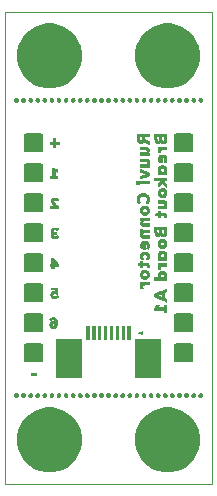
<source format=gbs>
G04 #@! TF.GenerationSoftware,KiCad,Pcbnew,(5.1.5-0-10_14)*
G04 #@! TF.CreationDate,2020-02-15T13:43:34+07:00*
G04 #@! TF.ProjectId,connector-breakout-a1,636f6e6e-6563-4746-9f72-2d627265616b,rev?*
G04 #@! TF.SameCoordinates,Original*
G04 #@! TF.FileFunction,Soldermask,Bot*
G04 #@! TF.FilePolarity,Negative*
%FSLAX46Y46*%
G04 Gerber Fmt 4.6, Leading zero omitted, Abs format (unit mm)*
G04 Created by KiCad (PCBNEW (5.1.5-0-10_14)) date 2020-02-15 13:43:34*
%MOMM*%
%LPD*%
G04 APERTURE LIST*
%ADD10C,0.010000*%
%ADD11C,0.100000*%
G04 APERTURE END LIST*
D10*
X100749999Y-110990000D02*
X83250001Y-110990000D01*
X83250001Y-110990000D02*
X83250000Y-70990000D01*
X100750001Y-70990000D02*
X100749999Y-110990000D01*
X83250000Y-70990000D02*
X100750000Y-70990000D01*
G36*
X87252712Y-96872552D02*
G01*
X87190209Y-96880653D01*
X87130274Y-96895358D01*
X87075959Y-96915635D01*
X87030318Y-96940450D01*
X87011928Y-96954049D01*
X86992803Y-96969931D01*
X87021235Y-97033730D01*
X87033539Y-97060866D01*
X87044107Y-97083307D01*
X87051564Y-97098180D01*
X87054177Y-97102529D01*
X87061904Y-97102063D01*
X87076314Y-97095160D01*
X87084397Y-97090056D01*
X87104084Y-97078028D01*
X87130274Y-97063755D01*
X87155361Y-97051263D01*
X87178550Y-97040985D01*
X87198023Y-97034639D01*
X87218587Y-97031288D01*
X87245047Y-97029998D01*
X87265488Y-97029824D01*
X87296581Y-97030091D01*
X87317957Y-97031543D01*
X87333459Y-97034955D01*
X87346929Y-97041101D01*
X87359108Y-97048694D01*
X87392758Y-97078881D01*
X87419687Y-97120067D01*
X87439378Y-97171189D01*
X87451314Y-97231184D01*
X87452372Y-97240574D01*
X87456766Y-97283457D01*
X87425978Y-97253957D01*
X87388516Y-97224862D01*
X87346146Y-97205597D01*
X87296536Y-97195332D01*
X87254873Y-97193048D01*
X87222621Y-97193476D01*
X87198963Y-97195784D01*
X87178967Y-97200847D01*
X87157699Y-97209542D01*
X87155049Y-97210767D01*
X87104106Y-97241678D01*
X87061866Y-97282136D01*
X87029182Y-97330630D01*
X87006903Y-97385647D01*
X86995880Y-97445675D01*
X86995593Y-97494299D01*
X87006107Y-97558967D01*
X87027835Y-97617080D01*
X87060105Y-97667685D01*
X87102242Y-97709828D01*
X87153575Y-97742556D01*
X87178780Y-97753682D01*
X87211225Y-97762491D01*
X87252256Y-97768121D01*
X87297231Y-97770388D01*
X87341506Y-97769107D01*
X87380437Y-97764095D01*
X87389611Y-97762033D01*
X87450783Y-97739890D01*
X87504919Y-97706481D01*
X87551409Y-97662485D01*
X87589644Y-97608584D01*
X87619013Y-97545457D01*
X87636053Y-97487278D01*
X87639139Y-97468226D01*
X87432895Y-97468226D01*
X87431432Y-97508216D01*
X87420684Y-97545315D01*
X87402155Y-97576950D01*
X87377348Y-97600548D01*
X87348006Y-97613486D01*
X87331912Y-97617290D01*
X87322696Y-97619831D01*
X87305457Y-97622355D01*
X87282488Y-97619148D01*
X87269006Y-97615714D01*
X87231210Y-97599064D01*
X87203084Y-97573067D01*
X87184989Y-97538240D01*
X87177287Y-97495102D01*
X87177024Y-97483680D01*
X87182658Y-97437844D01*
X87198881Y-97399286D01*
X87223910Y-97370238D01*
X87244063Y-97355831D01*
X87264693Y-97347880D01*
X87290266Y-97345263D01*
X87318889Y-97346370D01*
X87359657Y-97354823D01*
X87391640Y-97373593D01*
X87414750Y-97402583D01*
X87428898Y-97441702D01*
X87432895Y-97468226D01*
X87639139Y-97468226D01*
X87642577Y-97447008D01*
X87646559Y-97398018D01*
X87648044Y-97344163D01*
X87647077Y-97289300D01*
X87643703Y-97237283D01*
X87637965Y-97191969D01*
X87632315Y-97165354D01*
X87606684Y-97090622D01*
X87572941Y-97026336D01*
X87531453Y-96972779D01*
X87482590Y-96930235D01*
X87426718Y-96898989D01*
X87364207Y-96879323D01*
X87295424Y-96871522D01*
X87252712Y-96872552D01*
G37*
X87252712Y-96872552D02*
X87190209Y-96880653D01*
X87130274Y-96895358D01*
X87075959Y-96915635D01*
X87030318Y-96940450D01*
X87011928Y-96954049D01*
X86992803Y-96969931D01*
X87021235Y-97033730D01*
X87033539Y-97060866D01*
X87044107Y-97083307D01*
X87051564Y-97098180D01*
X87054177Y-97102529D01*
X87061904Y-97102063D01*
X87076314Y-97095160D01*
X87084397Y-97090056D01*
X87104084Y-97078028D01*
X87130274Y-97063755D01*
X87155361Y-97051263D01*
X87178550Y-97040985D01*
X87198023Y-97034639D01*
X87218587Y-97031288D01*
X87245047Y-97029998D01*
X87265488Y-97029824D01*
X87296581Y-97030091D01*
X87317957Y-97031543D01*
X87333459Y-97034955D01*
X87346929Y-97041101D01*
X87359108Y-97048694D01*
X87392758Y-97078881D01*
X87419687Y-97120067D01*
X87439378Y-97171189D01*
X87451314Y-97231184D01*
X87452372Y-97240574D01*
X87456766Y-97283457D01*
X87425978Y-97253957D01*
X87388516Y-97224862D01*
X87346146Y-97205597D01*
X87296536Y-97195332D01*
X87254873Y-97193048D01*
X87222621Y-97193476D01*
X87198963Y-97195784D01*
X87178967Y-97200847D01*
X87157699Y-97209542D01*
X87155049Y-97210767D01*
X87104106Y-97241678D01*
X87061866Y-97282136D01*
X87029182Y-97330630D01*
X87006903Y-97385647D01*
X86995880Y-97445675D01*
X86995593Y-97494299D01*
X87006107Y-97558967D01*
X87027835Y-97617080D01*
X87060105Y-97667685D01*
X87102242Y-97709828D01*
X87153575Y-97742556D01*
X87178780Y-97753682D01*
X87211225Y-97762491D01*
X87252256Y-97768121D01*
X87297231Y-97770388D01*
X87341506Y-97769107D01*
X87380437Y-97764095D01*
X87389611Y-97762033D01*
X87450783Y-97739890D01*
X87504919Y-97706481D01*
X87551409Y-97662485D01*
X87589644Y-97608584D01*
X87619013Y-97545457D01*
X87636053Y-97487278D01*
X87639139Y-97468226D01*
X87432895Y-97468226D01*
X87431432Y-97508216D01*
X87420684Y-97545315D01*
X87402155Y-97576950D01*
X87377348Y-97600548D01*
X87348006Y-97613486D01*
X87331912Y-97617290D01*
X87322696Y-97619831D01*
X87305457Y-97622355D01*
X87282488Y-97619148D01*
X87269006Y-97615714D01*
X87231210Y-97599064D01*
X87203084Y-97573067D01*
X87184989Y-97538240D01*
X87177287Y-97495102D01*
X87177024Y-97483680D01*
X87182658Y-97437844D01*
X87198881Y-97399286D01*
X87223910Y-97370238D01*
X87244063Y-97355831D01*
X87264693Y-97347880D01*
X87290266Y-97345263D01*
X87318889Y-97346370D01*
X87359657Y-97354823D01*
X87391640Y-97373593D01*
X87414750Y-97402583D01*
X87428898Y-97441702D01*
X87432895Y-97468226D01*
X87639139Y-97468226D01*
X87642577Y-97447008D01*
X87646559Y-97398018D01*
X87648044Y-97344163D01*
X87647077Y-97289300D01*
X87643703Y-97237283D01*
X87637965Y-97191969D01*
X87632315Y-97165354D01*
X87606684Y-97090622D01*
X87572941Y-97026336D01*
X87531453Y-96972779D01*
X87482590Y-96930235D01*
X87426718Y-96898989D01*
X87364207Y-96879323D01*
X87295424Y-96871522D01*
X87252712Y-96872552D01*
G36*
X87102269Y-94496489D02*
G01*
X87475300Y-94496489D01*
X87475300Y-94592007D01*
X87475029Y-94631250D01*
X87474121Y-94658484D01*
X87472432Y-94675258D01*
X87469821Y-94683120D01*
X87466822Y-94683974D01*
X87423910Y-94669249D01*
X87380087Y-94661563D01*
X87330036Y-94660064D01*
X87319536Y-94660403D01*
X87286166Y-94662296D01*
X87261495Y-94665534D01*
X87240659Y-94671199D01*
X87218795Y-94680369D01*
X87209540Y-94684834D01*
X87158994Y-94716912D01*
X87118040Y-94758354D01*
X87087172Y-94808462D01*
X87066885Y-94866539D01*
X87061550Y-94893708D01*
X87057961Y-94957387D01*
X87066887Y-95017175D01*
X87087572Y-95071993D01*
X87119260Y-95120761D01*
X87161194Y-95162398D01*
X87212620Y-95195824D01*
X87272780Y-95219960D01*
X87293802Y-95225556D01*
X87331182Y-95231507D01*
X87376571Y-95234439D01*
X87424749Y-95234348D01*
X87470498Y-95231231D01*
X87505821Y-95225716D01*
X87547622Y-95214637D01*
X87587417Y-95200691D01*
X87623190Y-95184936D01*
X87652927Y-95168434D01*
X87674610Y-95152246D01*
X87686224Y-95137432D01*
X87687574Y-95130080D01*
X87684228Y-95118140D01*
X87676400Y-95097489D01*
X87665471Y-95071651D01*
X87659170Y-95057657D01*
X87632137Y-94998867D01*
X87593126Y-95022358D01*
X87529750Y-95054103D01*
X87465417Y-95074016D01*
X87401892Y-95081673D01*
X87356219Y-95079170D01*
X87313808Y-95068724D01*
X87281938Y-95050012D01*
X87260156Y-95022498D01*
X87248010Y-94985647D01*
X87244922Y-94947517D01*
X87248173Y-94906052D01*
X87258889Y-94874154D01*
X87278518Y-94849236D01*
X87308508Y-94828708D01*
X87312523Y-94826596D01*
X87333906Y-94816470D01*
X87351916Y-94811044D01*
X87372141Y-94809276D01*
X87400167Y-94810123D01*
X87400694Y-94810151D01*
X87433612Y-94814370D01*
X87468188Y-94822819D01*
X87500623Y-94834169D01*
X87527121Y-94847093D01*
X87543856Y-94860228D01*
X87553993Y-94865493D01*
X87574654Y-94868521D01*
X87607278Y-94869519D01*
X87665206Y-94869519D01*
X87665206Y-94347276D01*
X87102269Y-94347276D01*
X87102269Y-94496489D01*
G37*
X87102269Y-94496489D02*
X87475300Y-94496489D01*
X87475300Y-94592007D01*
X87475029Y-94631250D01*
X87474121Y-94658484D01*
X87472432Y-94675258D01*
X87469821Y-94683120D01*
X87466822Y-94683974D01*
X87423910Y-94669249D01*
X87380087Y-94661563D01*
X87330036Y-94660064D01*
X87319536Y-94660403D01*
X87286166Y-94662296D01*
X87261495Y-94665534D01*
X87240659Y-94671199D01*
X87218795Y-94680369D01*
X87209540Y-94684834D01*
X87158994Y-94716912D01*
X87118040Y-94758354D01*
X87087172Y-94808462D01*
X87066885Y-94866539D01*
X87061550Y-94893708D01*
X87057961Y-94957387D01*
X87066887Y-95017175D01*
X87087572Y-95071993D01*
X87119260Y-95120761D01*
X87161194Y-95162398D01*
X87212620Y-95195824D01*
X87272780Y-95219960D01*
X87293802Y-95225556D01*
X87331182Y-95231507D01*
X87376571Y-95234439D01*
X87424749Y-95234348D01*
X87470498Y-95231231D01*
X87505821Y-95225716D01*
X87547622Y-95214637D01*
X87587417Y-95200691D01*
X87623190Y-95184936D01*
X87652927Y-95168434D01*
X87674610Y-95152246D01*
X87686224Y-95137432D01*
X87687574Y-95130080D01*
X87684228Y-95118140D01*
X87676400Y-95097489D01*
X87665471Y-95071651D01*
X87659170Y-95057657D01*
X87632137Y-94998867D01*
X87593126Y-95022358D01*
X87529750Y-95054103D01*
X87465417Y-95074016D01*
X87401892Y-95081673D01*
X87356219Y-95079170D01*
X87313808Y-95068724D01*
X87281938Y-95050012D01*
X87260156Y-95022498D01*
X87248010Y-94985647D01*
X87244922Y-94947517D01*
X87248173Y-94906052D01*
X87258889Y-94874154D01*
X87278518Y-94849236D01*
X87308508Y-94828708D01*
X87312523Y-94826596D01*
X87333906Y-94816470D01*
X87351916Y-94811044D01*
X87372141Y-94809276D01*
X87400167Y-94810123D01*
X87400694Y-94810151D01*
X87433612Y-94814370D01*
X87468188Y-94822819D01*
X87500623Y-94834169D01*
X87527121Y-94847093D01*
X87543856Y-94860228D01*
X87553993Y-94865493D01*
X87574654Y-94868521D01*
X87607278Y-94869519D01*
X87665206Y-94869519D01*
X87665206Y-94347276D01*
X87102269Y-94347276D01*
X87102269Y-94496489D01*
G36*
X87163311Y-92380387D02*
G01*
X87041228Y-92380387D01*
X87041228Y-92529071D01*
X87100574Y-92531031D01*
X87159919Y-92532991D01*
X87163741Y-92692377D01*
X87353217Y-92692377D01*
X87353217Y-92529599D01*
X87719465Y-92529599D01*
X87719350Y-92460080D01*
X87719234Y-92390561D01*
X87706254Y-92371909D01*
X87532063Y-92371909D01*
X87531295Y-92375434D01*
X87523016Y-92377889D01*
X87505645Y-92379429D01*
X87477604Y-92380208D01*
X87445180Y-92380387D01*
X87353217Y-92380387D01*
X87353217Y-92247000D01*
X87353334Y-92206362D01*
X87353661Y-92171000D01*
X87354160Y-92142905D01*
X87354794Y-92124066D01*
X87355526Y-92116474D01*
X87355654Y-92116440D01*
X87360369Y-92122978D01*
X87371407Y-92138731D01*
X87387413Y-92161733D01*
X87407028Y-92190019D01*
X87428895Y-92221623D01*
X87451658Y-92254578D01*
X87473957Y-92286920D01*
X87494437Y-92316684D01*
X87511740Y-92341902D01*
X87524509Y-92360611D01*
X87531385Y-92370843D01*
X87532063Y-92371909D01*
X87706254Y-92371909D01*
X87517574Y-92100800D01*
X87315914Y-91811040D01*
X87239612Y-91810854D01*
X87163311Y-91810668D01*
X87163311Y-92380387D01*
G37*
X87163311Y-92380387D02*
X87041228Y-92380387D01*
X87041228Y-92529071D01*
X87100574Y-92531031D01*
X87159919Y-92532991D01*
X87163741Y-92692377D01*
X87353217Y-92692377D01*
X87353217Y-92529599D01*
X87719465Y-92529599D01*
X87719350Y-92460080D01*
X87719234Y-92390561D01*
X87706254Y-92371909D01*
X87532063Y-92371909D01*
X87531295Y-92375434D01*
X87523016Y-92377889D01*
X87505645Y-92379429D01*
X87477604Y-92380208D01*
X87445180Y-92380387D01*
X87353217Y-92380387D01*
X87353217Y-92247000D01*
X87353334Y-92206362D01*
X87353661Y-92171000D01*
X87354160Y-92142905D01*
X87354794Y-92124066D01*
X87355526Y-92116474D01*
X87355654Y-92116440D01*
X87360369Y-92122978D01*
X87371407Y-92138731D01*
X87387413Y-92161733D01*
X87407028Y-92190019D01*
X87428895Y-92221623D01*
X87451658Y-92254578D01*
X87473957Y-92286920D01*
X87494437Y-92316684D01*
X87511740Y-92341902D01*
X87524509Y-92360611D01*
X87531385Y-92370843D01*
X87532063Y-92371909D01*
X87706254Y-92371909D01*
X87517574Y-92100800D01*
X87315914Y-91811040D01*
X87239612Y-91810854D01*
X87163311Y-91810668D01*
X87163311Y-92380387D01*
G36*
X87335624Y-89270863D02*
G01*
X87317929Y-89273756D01*
X87258131Y-89291084D01*
X87206814Y-89317663D01*
X87164960Y-89352837D01*
X87133552Y-89395951D01*
X87132969Y-89397015D01*
X87117960Y-89435894D01*
X87110023Y-89481446D01*
X87109558Y-89528534D01*
X87116964Y-89572023D01*
X87118894Y-89578270D01*
X87133891Y-89609428D01*
X87156970Y-89641606D01*
X87184256Y-89670149D01*
X87211873Y-89690404D01*
X87212571Y-89690784D01*
X87235988Y-89703395D01*
X87196530Y-89723112D01*
X87153459Y-89751692D01*
X87120605Y-89788918D01*
X87098416Y-89834025D01*
X87087341Y-89886249D01*
X87086104Y-89911470D01*
X87089840Y-89963676D01*
X87102212Y-90007790D01*
X87124378Y-90047034D01*
X87142929Y-90069658D01*
X87185174Y-90107595D01*
X87233917Y-90135194D01*
X87283104Y-90151840D01*
X87323665Y-90159538D01*
X87371767Y-90164453D01*
X87421612Y-90166276D01*
X87467403Y-90164697D01*
X87485946Y-90162682D01*
X87567885Y-90144726D01*
X87643555Y-90115045D01*
X87651642Y-90110981D01*
X87681875Y-90095433D01*
X87701526Y-90083719D01*
X87711721Y-90072824D01*
X87713585Y-90059729D01*
X87708245Y-90041418D01*
X87696826Y-90014875D01*
X87691768Y-90003459D01*
X87679325Y-89976111D01*
X87668341Y-89953628D01*
X87660223Y-89938799D01*
X87656908Y-89934403D01*
X87647642Y-89935324D01*
X87639345Y-89940697D01*
X87620580Y-89953591D01*
X87592973Y-89968218D01*
X87560750Y-89982675D01*
X87528138Y-89995057D01*
X87500803Y-90003126D01*
X87452277Y-90011083D01*
X87404817Y-90012477D01*
X87361228Y-90007640D01*
X87324312Y-89996901D01*
X87296873Y-89980589D01*
X87295036Y-89978927D01*
X87278226Y-89954581D01*
X87269416Y-89923396D01*
X87268553Y-89889446D01*
X87275581Y-89856804D01*
X87290444Y-89829544D01*
X87297154Y-89822335D01*
X87313105Y-89809804D01*
X87331409Y-89800793D01*
X87354513Y-89794786D01*
X87384865Y-89791267D01*
X87424910Y-89789718D01*
X87452574Y-89789519D01*
X87543124Y-89789519D01*
X87543124Y-89634856D01*
X87453257Y-89632319D01*
X87407879Y-89630297D01*
X87373724Y-89626651D01*
X87348478Y-89620626D01*
X87329827Y-89611469D01*
X87315458Y-89598425D01*
X87305072Y-89584023D01*
X87295409Y-89558748D01*
X87292452Y-89528068D01*
X87295884Y-89497011D01*
X87305393Y-89470606D01*
X87312830Y-89460170D01*
X87333706Y-89441303D01*
X87356135Y-89429892D01*
X87385989Y-89422985D01*
X87387129Y-89422806D01*
X87432389Y-89421209D01*
X87483032Y-89428591D01*
X87535269Y-89443936D01*
X87585314Y-89466228D01*
X87614676Y-89483830D01*
X87645494Y-89504629D01*
X87672631Y-89445613D01*
X87684628Y-89418455D01*
X87694229Y-89394712D01*
X87700058Y-89377889D01*
X87701139Y-89373065D01*
X87696024Y-89359943D01*
X87679468Y-89344649D01*
X87653206Y-89328239D01*
X87618972Y-89311765D01*
X87578501Y-89296283D01*
X87570253Y-89293541D01*
X87513387Y-89279015D01*
X87452139Y-89270143D01*
X87391291Y-89267301D01*
X87335624Y-89270863D01*
G37*
X87335624Y-89270863D02*
X87317929Y-89273756D01*
X87258131Y-89291084D01*
X87206814Y-89317663D01*
X87164960Y-89352837D01*
X87133552Y-89395951D01*
X87132969Y-89397015D01*
X87117960Y-89435894D01*
X87110023Y-89481446D01*
X87109558Y-89528534D01*
X87116964Y-89572023D01*
X87118894Y-89578270D01*
X87133891Y-89609428D01*
X87156970Y-89641606D01*
X87184256Y-89670149D01*
X87211873Y-89690404D01*
X87212571Y-89690784D01*
X87235988Y-89703395D01*
X87196530Y-89723112D01*
X87153459Y-89751692D01*
X87120605Y-89788918D01*
X87098416Y-89834025D01*
X87087341Y-89886249D01*
X87086104Y-89911470D01*
X87089840Y-89963676D01*
X87102212Y-90007790D01*
X87124378Y-90047034D01*
X87142929Y-90069658D01*
X87185174Y-90107595D01*
X87233917Y-90135194D01*
X87283104Y-90151840D01*
X87323665Y-90159538D01*
X87371767Y-90164453D01*
X87421612Y-90166276D01*
X87467403Y-90164697D01*
X87485946Y-90162682D01*
X87567885Y-90144726D01*
X87643555Y-90115045D01*
X87651642Y-90110981D01*
X87681875Y-90095433D01*
X87701526Y-90083719D01*
X87711721Y-90072824D01*
X87713585Y-90059729D01*
X87708245Y-90041418D01*
X87696826Y-90014875D01*
X87691768Y-90003459D01*
X87679325Y-89976111D01*
X87668341Y-89953628D01*
X87660223Y-89938799D01*
X87656908Y-89934403D01*
X87647642Y-89935324D01*
X87639345Y-89940697D01*
X87620580Y-89953591D01*
X87592973Y-89968218D01*
X87560750Y-89982675D01*
X87528138Y-89995057D01*
X87500803Y-90003126D01*
X87452277Y-90011083D01*
X87404817Y-90012477D01*
X87361228Y-90007640D01*
X87324312Y-89996901D01*
X87296873Y-89980589D01*
X87295036Y-89978927D01*
X87278226Y-89954581D01*
X87269416Y-89923396D01*
X87268553Y-89889446D01*
X87275581Y-89856804D01*
X87290444Y-89829544D01*
X87297154Y-89822335D01*
X87313105Y-89809804D01*
X87331409Y-89800793D01*
X87354513Y-89794786D01*
X87384865Y-89791267D01*
X87424910Y-89789718D01*
X87452574Y-89789519D01*
X87543124Y-89789519D01*
X87543124Y-89634856D01*
X87453257Y-89632319D01*
X87407879Y-89630297D01*
X87373724Y-89626651D01*
X87348478Y-89620626D01*
X87329827Y-89611469D01*
X87315458Y-89598425D01*
X87305072Y-89584023D01*
X87295409Y-89558748D01*
X87292452Y-89528068D01*
X87295884Y-89497011D01*
X87305393Y-89470606D01*
X87312830Y-89460170D01*
X87333706Y-89441303D01*
X87356135Y-89429892D01*
X87385989Y-89422985D01*
X87387129Y-89422806D01*
X87432389Y-89421209D01*
X87483032Y-89428591D01*
X87535269Y-89443936D01*
X87585314Y-89466228D01*
X87614676Y-89483830D01*
X87645494Y-89504629D01*
X87672631Y-89445613D01*
X87684628Y-89418455D01*
X87694229Y-89394712D01*
X87700058Y-89377889D01*
X87701139Y-89373065D01*
X87696024Y-89359943D01*
X87679468Y-89344649D01*
X87653206Y-89328239D01*
X87618972Y-89311765D01*
X87578501Y-89296283D01*
X87570253Y-89293541D01*
X87513387Y-89279015D01*
X87452139Y-89270143D01*
X87391291Y-89267301D01*
X87335624Y-89270863D01*
G36*
X87363356Y-86733557D02*
G01*
X87299171Y-86744021D01*
X87242810Y-86764094D01*
X87195029Y-86793429D01*
X87156587Y-86831679D01*
X87131436Y-86871723D01*
X87122728Y-86890709D01*
X87117197Y-86907487D01*
X87114165Y-86926076D01*
X87112951Y-86950498D01*
X87112855Y-86981615D01*
X87114097Y-87017353D01*
X87117950Y-87049784D01*
X87125259Y-87080370D01*
X87136874Y-87110577D01*
X87153642Y-87141866D01*
X87176410Y-87175703D01*
X87206027Y-87213550D01*
X87243339Y-87256871D01*
X87289194Y-87307131D01*
X87321024Y-87341081D01*
X87433082Y-87459773D01*
X87255806Y-87463164D01*
X87078531Y-87466555D01*
X87074695Y-87619159D01*
X87678771Y-87619159D01*
X87678771Y-87478091D01*
X87529014Y-87318285D01*
X87477251Y-87262848D01*
X87434112Y-87216029D01*
X87398790Y-87176700D01*
X87370479Y-87143729D01*
X87348371Y-87115986D01*
X87331661Y-87092340D01*
X87319541Y-87071661D01*
X87311205Y-87052818D01*
X87305845Y-87034680D01*
X87302656Y-87016117D01*
X87301021Y-86998771D01*
X87302585Y-86959164D01*
X87313913Y-86928417D01*
X87335462Y-86905524D01*
X87346435Y-86898668D01*
X87360826Y-86892271D01*
X87377118Y-86888752D01*
X87399155Y-86887653D01*
X87430784Y-86888513D01*
X87431214Y-86888533D01*
X87493796Y-86896627D01*
X87552976Y-86915736D01*
X87611990Y-86946917D01*
X87614605Y-86948565D01*
X87632265Y-86959249D01*
X87644565Y-86965718D01*
X87648185Y-86966702D01*
X87651456Y-86960036D01*
X87658947Y-86943571D01*
X87669468Y-86919950D01*
X87679277Y-86897656D01*
X87708609Y-86830652D01*
X87692015Y-86817215D01*
X87652971Y-86791826D01*
X87603759Y-86769620D01*
X87547610Y-86751653D01*
X87487753Y-86738981D01*
X87434606Y-86733049D01*
X87363356Y-86733557D01*
G37*
X87363356Y-86733557D02*
X87299171Y-86744021D01*
X87242810Y-86764094D01*
X87195029Y-86793429D01*
X87156587Y-86831679D01*
X87131436Y-86871723D01*
X87122728Y-86890709D01*
X87117197Y-86907487D01*
X87114165Y-86926076D01*
X87112951Y-86950498D01*
X87112855Y-86981615D01*
X87114097Y-87017353D01*
X87117950Y-87049784D01*
X87125259Y-87080370D01*
X87136874Y-87110577D01*
X87153642Y-87141866D01*
X87176410Y-87175703D01*
X87206027Y-87213550D01*
X87243339Y-87256871D01*
X87289194Y-87307131D01*
X87321024Y-87341081D01*
X87433082Y-87459773D01*
X87255806Y-87463164D01*
X87078531Y-87466555D01*
X87074695Y-87619159D01*
X87678771Y-87619159D01*
X87678771Y-87478091D01*
X87529014Y-87318285D01*
X87477251Y-87262848D01*
X87434112Y-87216029D01*
X87398790Y-87176700D01*
X87370479Y-87143729D01*
X87348371Y-87115986D01*
X87331661Y-87092340D01*
X87319541Y-87071661D01*
X87311205Y-87052818D01*
X87305845Y-87034680D01*
X87302656Y-87016117D01*
X87301021Y-86998771D01*
X87302585Y-86959164D01*
X87313913Y-86928417D01*
X87335462Y-86905524D01*
X87346435Y-86898668D01*
X87360826Y-86892271D01*
X87377118Y-86888752D01*
X87399155Y-86887653D01*
X87430784Y-86888513D01*
X87431214Y-86888533D01*
X87493796Y-86896627D01*
X87552976Y-86915736D01*
X87611990Y-86946917D01*
X87614605Y-86948565D01*
X87632265Y-86959249D01*
X87644565Y-86965718D01*
X87648185Y-86966702D01*
X87651456Y-86960036D01*
X87658947Y-86943571D01*
X87669468Y-86919950D01*
X87679277Y-86897656D01*
X87708609Y-86830652D01*
X87692015Y-86817215D01*
X87652971Y-86791826D01*
X87603759Y-86769620D01*
X87547610Y-86751653D01*
X87487753Y-86738981D01*
X87434606Y-86733049D01*
X87363356Y-86733557D01*
G36*
X87251482Y-84933338D02*
G01*
X87061575Y-84933338D01*
X87061575Y-85089332D01*
X87631295Y-85089332D01*
X87631295Y-84933338D01*
X87441388Y-84933338D01*
X87441388Y-84423371D01*
X87473604Y-84442243D01*
X87494639Y-84454661D01*
X87522276Y-84471104D01*
X87551503Y-84488588D01*
X87560080Y-84493739D01*
X87614339Y-84526361D01*
X87616256Y-84443365D01*
X87616861Y-84407928D01*
X87616562Y-84383585D01*
X87615088Y-84367884D01*
X87612167Y-84358369D01*
X87607528Y-84352586D01*
X87606082Y-84351447D01*
X87596638Y-84345362D01*
X87577480Y-84333689D01*
X87550633Y-84317638D01*
X87518120Y-84298417D01*
X87481967Y-84277237D01*
X87478256Y-84275074D01*
X87362521Y-84207624D01*
X87251482Y-84207624D01*
X87251482Y-84933338D01*
G37*
X87251482Y-84933338D02*
X87061575Y-84933338D01*
X87061575Y-85089332D01*
X87631295Y-85089332D01*
X87631295Y-84933338D01*
X87441388Y-84933338D01*
X87441388Y-84423371D01*
X87473604Y-84442243D01*
X87494639Y-84454661D01*
X87522276Y-84471104D01*
X87551503Y-84488588D01*
X87560080Y-84493739D01*
X87614339Y-84526361D01*
X87616256Y-84443365D01*
X87616861Y-84407928D01*
X87616562Y-84383585D01*
X87615088Y-84367884D01*
X87612167Y-84358369D01*
X87607528Y-84352586D01*
X87606082Y-84351447D01*
X87596638Y-84345362D01*
X87577480Y-84333689D01*
X87550633Y-84317638D01*
X87518120Y-84298417D01*
X87481967Y-84277237D01*
X87478256Y-84275074D01*
X87362521Y-84207624D01*
X87251482Y-84207624D01*
X87251482Y-84933338D01*
G36*
X87307976Y-81997977D02*
G01*
X86999411Y-81997977D01*
X86999411Y-82162024D01*
X87307976Y-82162024D01*
X87307976Y-82470589D01*
X87472023Y-82470589D01*
X87472023Y-82162024D01*
X87780588Y-82162024D01*
X87780588Y-81997977D01*
X87472023Y-81997977D01*
X87472023Y-81689412D01*
X87307976Y-81689412D01*
X87307976Y-81997977D01*
G37*
X87307976Y-81997977D02*
X86999411Y-81997977D01*
X86999411Y-82162024D01*
X87307976Y-82162024D01*
X87307976Y-82470589D01*
X87472023Y-82470589D01*
X87472023Y-82162024D01*
X87780588Y-82162024D01*
X87780588Y-81997977D01*
X87472023Y-81997977D01*
X87472023Y-81689412D01*
X87307976Y-81689412D01*
X87307976Y-81997977D01*
G36*
X85403110Y-101743818D02*
G01*
X85896889Y-101743818D01*
X85896889Y-101556182D01*
X85403110Y-101556182D01*
X85403110Y-101743818D01*
G37*
X85403110Y-101743818D02*
X85896889Y-101743818D01*
X85896889Y-101556182D01*
X85403110Y-101556182D01*
X85403110Y-101743818D01*
G36*
X94552837Y-85544708D02*
G01*
X94552837Y-85317652D01*
X94348487Y-85317652D01*
X94348487Y-85544708D01*
X94552837Y-85544708D01*
G37*
X94552837Y-85544708D02*
X94552837Y-85317652D01*
X94348487Y-85317652D01*
X94348487Y-85544708D01*
X94552837Y-85544708D01*
G36*
X94671893Y-94334029D02*
G01*
X94677433Y-94348721D01*
X94689218Y-94357123D01*
X94709531Y-94360983D01*
X94740657Y-94362044D01*
X94779320Y-94362051D01*
X94877612Y-94362051D01*
X94866595Y-94330825D01*
X94856603Y-94285766D01*
X94856303Y-94238715D01*
X94864987Y-94193694D01*
X94881947Y-94154721D01*
X94901986Y-94129679D01*
X94915866Y-94117710D01*
X94929875Y-94108149D01*
X94945883Y-94100697D01*
X94965760Y-94095055D01*
X94991377Y-94090924D01*
X95024604Y-94088003D01*
X95067311Y-94085993D01*
X95121369Y-94084596D01*
X95188648Y-94083510D01*
X95190486Y-94083485D01*
X95400513Y-94080600D01*
X95400513Y-93870096D01*
X95103448Y-93870050D01*
X95034928Y-93869915D01*
X94968702Y-93869549D01*
X94906873Y-93868981D01*
X94851544Y-93868240D01*
X94804817Y-93867355D01*
X94768796Y-93866353D01*
X94745584Y-93865265D01*
X94743942Y-93865144D01*
X94681502Y-93860284D01*
X94681502Y-93959286D01*
X94681399Y-94000563D01*
X94682152Y-94029224D01*
X94685350Y-94047773D01*
X94692585Y-94058714D01*
X94705447Y-94064552D01*
X94725528Y-94067788D01*
X94752280Y-94070683D01*
X94776586Y-94073691D01*
X94787950Y-94076443D01*
X94788484Y-94080285D01*
X94780297Y-94086563D01*
X94778770Y-94087584D01*
X94734130Y-94124946D01*
X94698572Y-94170188D01*
X94690551Y-94184190D01*
X94679247Y-94209060D01*
X94673071Y-94233431D01*
X94670643Y-94263787D01*
X94670413Y-94278797D01*
X94670314Y-94311303D01*
X94671893Y-94334029D01*
G37*
X94671893Y-94334029D02*
X94677433Y-94348721D01*
X94689218Y-94357123D01*
X94709531Y-94360983D01*
X94740657Y-94362044D01*
X94779320Y-94362051D01*
X94877612Y-94362051D01*
X94866595Y-94330825D01*
X94856603Y-94285766D01*
X94856303Y-94238715D01*
X94864987Y-94193694D01*
X94881947Y-94154721D01*
X94901986Y-94129679D01*
X94915866Y-94117710D01*
X94929875Y-94108149D01*
X94945883Y-94100697D01*
X94965760Y-94095055D01*
X94991377Y-94090924D01*
X95024604Y-94088003D01*
X95067311Y-94085993D01*
X95121369Y-94084596D01*
X95188648Y-94083510D01*
X95190486Y-94083485D01*
X95400513Y-94080600D01*
X95400513Y-93870096D01*
X95103448Y-93870050D01*
X95034928Y-93869915D01*
X94968702Y-93869549D01*
X94906873Y-93868981D01*
X94851544Y-93868240D01*
X94804817Y-93867355D01*
X94768796Y-93866353D01*
X94745584Y-93865265D01*
X94743942Y-93865144D01*
X94681502Y-93860284D01*
X94681502Y-93959286D01*
X94681399Y-94000563D01*
X94682152Y-94029224D01*
X94685350Y-94047773D01*
X94692585Y-94058714D01*
X94705447Y-94064552D01*
X94725528Y-94067788D01*
X94752280Y-94070683D01*
X94776586Y-94073691D01*
X94787950Y-94076443D01*
X94788484Y-94080285D01*
X94780297Y-94086563D01*
X94778770Y-94087584D01*
X94734130Y-94124946D01*
X94698572Y-94170188D01*
X94690551Y-94184190D01*
X94679247Y-94209060D01*
X94673071Y-94233431D01*
X94670643Y-94263787D01*
X94670413Y-94278797D01*
X94670314Y-94311303D01*
X94671893Y-94334029D01*
G36*
X94670742Y-89921000D02*
G01*
X94672914Y-89949793D01*
X94677259Y-89971916D01*
X94684369Y-89991586D01*
X94686215Y-89995683D01*
X94716031Y-90042714D01*
X94757401Y-90080074D01*
X94810096Y-90107599D01*
X94861627Y-90122723D01*
X94882095Y-90125303D01*
X94916563Y-90127462D01*
X94963902Y-90129167D01*
X95022980Y-90130384D01*
X95092666Y-90131080D01*
X95151124Y-90131240D01*
X95400513Y-90131240D01*
X95400513Y-89920270D01*
X95156428Y-89917904D01*
X95084369Y-89917116D01*
X95025838Y-89916126D01*
X94979225Y-89914681D01*
X94942923Y-89912531D01*
X94915322Y-89909425D01*
X94894812Y-89905110D01*
X94879785Y-89899337D01*
X94868632Y-89891854D01*
X94859743Y-89882410D01*
X94851509Y-89870753D01*
X94851184Y-89870256D01*
X94837325Y-89836191D01*
X94834681Y-89796712D01*
X94842721Y-89755951D01*
X94860912Y-89718039D01*
X94872808Y-89702391D01*
X94885305Y-89688696D01*
X94897391Y-89677681D01*
X94910832Y-89669030D01*
X94927396Y-89662427D01*
X94948851Y-89657555D01*
X94976966Y-89654099D01*
X95013507Y-89651743D01*
X95060244Y-89650171D01*
X95118943Y-89649066D01*
X95175349Y-89648311D01*
X95400513Y-89645508D01*
X95400513Y-89434935D01*
X95103448Y-89434890D01*
X95034928Y-89434754D01*
X94968702Y-89434388D01*
X94906873Y-89433820D01*
X94851544Y-89433079D01*
X94804817Y-89432194D01*
X94768796Y-89431193D01*
X94745584Y-89430104D01*
X94743942Y-89429983D01*
X94681502Y-89425123D01*
X94681502Y-89523826D01*
X94681660Y-89566115D01*
X94682821Y-89595588D01*
X94686015Y-89614564D01*
X94692271Y-89625363D01*
X94702618Y-89630306D01*
X94718086Y-89631712D01*
X94729424Y-89631820D01*
X94752566Y-89633376D01*
X94770481Y-89636500D01*
X94779146Y-89639724D01*
X94780158Y-89644706D01*
X94772220Y-89654107D01*
X94754035Y-89670584D01*
X94753730Y-89670853D01*
X94726459Y-89700755D01*
X94701497Y-89738814D01*
X94695025Y-89751160D01*
X94683733Y-89775132D01*
X94676494Y-89794845D01*
X94672414Y-89814981D01*
X94670599Y-89840220D01*
X94670153Y-89875243D01*
X94670149Y-89881319D01*
X94670742Y-89921000D01*
G37*
X94670742Y-89921000D02*
X94672914Y-89949793D01*
X94677259Y-89971916D01*
X94684369Y-89991586D01*
X94686215Y-89995683D01*
X94716031Y-90042714D01*
X94757401Y-90080074D01*
X94810096Y-90107599D01*
X94861627Y-90122723D01*
X94882095Y-90125303D01*
X94916563Y-90127462D01*
X94963902Y-90129167D01*
X95022980Y-90130384D01*
X95092666Y-90131080D01*
X95151124Y-90131240D01*
X95400513Y-90131240D01*
X95400513Y-89920270D01*
X95156428Y-89917904D01*
X95084369Y-89917116D01*
X95025838Y-89916126D01*
X94979225Y-89914681D01*
X94942923Y-89912531D01*
X94915322Y-89909425D01*
X94894812Y-89905110D01*
X94879785Y-89899337D01*
X94868632Y-89891854D01*
X94859743Y-89882410D01*
X94851509Y-89870753D01*
X94851184Y-89870256D01*
X94837325Y-89836191D01*
X94834681Y-89796712D01*
X94842721Y-89755951D01*
X94860912Y-89718039D01*
X94872808Y-89702391D01*
X94885305Y-89688696D01*
X94897391Y-89677681D01*
X94910832Y-89669030D01*
X94927396Y-89662427D01*
X94948851Y-89657555D01*
X94976966Y-89654099D01*
X95013507Y-89651743D01*
X95060244Y-89650171D01*
X95118943Y-89649066D01*
X95175349Y-89648311D01*
X95400513Y-89645508D01*
X95400513Y-89434935D01*
X95103448Y-89434890D01*
X95034928Y-89434754D01*
X94968702Y-89434388D01*
X94906873Y-89433820D01*
X94851544Y-89433079D01*
X94804817Y-89432194D01*
X94768796Y-89431193D01*
X94745584Y-89430104D01*
X94743942Y-89429983D01*
X94681502Y-89425123D01*
X94681502Y-89523826D01*
X94681660Y-89566115D01*
X94682821Y-89595588D01*
X94686015Y-89614564D01*
X94692271Y-89625363D01*
X94702618Y-89630306D01*
X94718086Y-89631712D01*
X94729424Y-89631820D01*
X94752566Y-89633376D01*
X94770481Y-89636500D01*
X94779146Y-89639724D01*
X94780158Y-89644706D01*
X94772220Y-89654107D01*
X94754035Y-89670584D01*
X94753730Y-89670853D01*
X94726459Y-89700755D01*
X94701497Y-89738814D01*
X94695025Y-89751160D01*
X94683733Y-89775132D01*
X94676494Y-89794845D01*
X94672414Y-89814981D01*
X94670599Y-89840220D01*
X94670153Y-89875243D01*
X94670149Y-89881319D01*
X94670742Y-89921000D01*
G36*
X94670766Y-88921143D02*
G01*
X94672691Y-88949240D01*
X94676800Y-88971223D01*
X94683766Y-88991592D01*
X94688233Y-89001921D01*
X94716969Y-89047532D01*
X94757540Y-89084901D01*
X94808255Y-89112580D01*
X94824521Y-89118555D01*
X94838763Y-89123009D01*
X94853026Y-89126621D01*
X94869099Y-89129500D01*
X94888770Y-89131760D01*
X94913827Y-89133511D01*
X94946058Y-89134864D01*
X94987252Y-89135932D01*
X95039196Y-89136824D01*
X95103678Y-89137653D01*
X95137506Y-89138037D01*
X95400513Y-89140960D01*
X95400513Y-88920275D01*
X95162257Y-88920275D01*
X95088738Y-88920123D01*
X95028783Y-88919527D01*
X94980822Y-88918273D01*
X94943283Y-88916145D01*
X94914596Y-88912932D01*
X94893189Y-88908419D01*
X94877493Y-88902391D01*
X94865936Y-88894636D01*
X94856946Y-88884939D01*
X94852107Y-88878063D01*
X94837645Y-88843138D01*
X94834290Y-88802981D01*
X94841416Y-88761925D01*
X94858400Y-88724304D01*
X94877697Y-88700504D01*
X94891356Y-88688301D01*
X94905177Y-88678511D01*
X94920950Y-88670871D01*
X94940468Y-88665117D01*
X94965520Y-88660985D01*
X94997899Y-88658210D01*
X95039395Y-88656529D01*
X95091800Y-88655677D01*
X95156905Y-88655391D01*
X95183795Y-88655376D01*
X95400513Y-88655376D01*
X95400513Y-88445628D01*
X95065605Y-88440793D01*
X94994944Y-88439677D01*
X94928248Y-88438440D01*
X94867193Y-88437126D01*
X94813455Y-88435779D01*
X94768709Y-88434444D01*
X94734632Y-88433165D01*
X94712899Y-88431987D01*
X94706100Y-88431280D01*
X94681502Y-88426602D01*
X94681502Y-88630613D01*
X94716617Y-88635426D01*
X94743104Y-88638421D01*
X94766986Y-88640105D01*
X94772928Y-88640239D01*
X94783155Y-88640746D01*
X94786338Y-88643712D01*
X94781367Y-88651305D01*
X94767129Y-88665694D01*
X94753005Y-88679128D01*
X94726829Y-88707563D01*
X94703370Y-88739429D01*
X94691219Y-88760489D01*
X94681653Y-88781750D01*
X94675555Y-88801042D01*
X94672151Y-88822878D01*
X94670670Y-88851774D01*
X94670351Y-88882432D01*
X94670766Y-88921143D01*
G37*
X94670766Y-88921143D02*
X94672691Y-88949240D01*
X94676800Y-88971223D01*
X94683766Y-88991592D01*
X94688233Y-89001921D01*
X94716969Y-89047532D01*
X94757540Y-89084901D01*
X94808255Y-89112580D01*
X94824521Y-89118555D01*
X94838763Y-89123009D01*
X94853026Y-89126621D01*
X94869099Y-89129500D01*
X94888770Y-89131760D01*
X94913827Y-89133511D01*
X94946058Y-89134864D01*
X94987252Y-89135932D01*
X95039196Y-89136824D01*
X95103678Y-89137653D01*
X95137506Y-89138037D01*
X95400513Y-89140960D01*
X95400513Y-88920275D01*
X95162257Y-88920275D01*
X95088738Y-88920123D01*
X95028783Y-88919527D01*
X94980822Y-88918273D01*
X94943283Y-88916145D01*
X94914596Y-88912932D01*
X94893189Y-88908419D01*
X94877493Y-88902391D01*
X94865936Y-88894636D01*
X94856946Y-88884939D01*
X94852107Y-88878063D01*
X94837645Y-88843138D01*
X94834290Y-88802981D01*
X94841416Y-88761925D01*
X94858400Y-88724304D01*
X94877697Y-88700504D01*
X94891356Y-88688301D01*
X94905177Y-88678511D01*
X94920950Y-88670871D01*
X94940468Y-88665117D01*
X94965520Y-88660985D01*
X94997899Y-88658210D01*
X95039395Y-88656529D01*
X95091800Y-88655677D01*
X95156905Y-88655391D01*
X95183795Y-88655376D01*
X95400513Y-88655376D01*
X95400513Y-88445628D01*
X95065605Y-88440793D01*
X94994944Y-88439677D01*
X94928248Y-88438440D01*
X94867193Y-88437126D01*
X94813455Y-88435779D01*
X94768709Y-88434444D01*
X94734632Y-88433165D01*
X94712899Y-88431987D01*
X94706100Y-88431280D01*
X94681502Y-88426602D01*
X94681502Y-88630613D01*
X94716617Y-88635426D01*
X94743104Y-88638421D01*
X94766986Y-88640105D01*
X94772928Y-88640239D01*
X94783155Y-88640746D01*
X94786338Y-88643712D01*
X94781367Y-88651305D01*
X94767129Y-88665694D01*
X94753005Y-88679128D01*
X94726829Y-88707563D01*
X94703370Y-88739429D01*
X94691219Y-88760489D01*
X94681653Y-88781750D01*
X94675555Y-88801042D01*
X94672151Y-88822878D01*
X94670670Y-88851774D01*
X94670351Y-88882432D01*
X94670766Y-88921143D01*
G36*
X95400513Y-85537140D02*
G01*
X95400513Y-85325221D01*
X94681502Y-85325221D01*
X94681502Y-85537140D01*
X95400513Y-85537140D01*
G37*
X95400513Y-85537140D02*
X95400513Y-85325221D01*
X94681502Y-85325221D01*
X94681502Y-85537140D01*
X95400513Y-85537140D01*
G36*
X94680996Y-84439751D02*
G01*
X94681974Y-84473568D01*
X94683913Y-84503001D01*
X94686809Y-84524804D01*
X94690656Y-84535728D01*
X94690963Y-84536003D01*
X94700303Y-84540630D01*
X94721806Y-84549934D01*
X94753526Y-84563115D01*
X94793514Y-84579374D01*
X94839823Y-84597911D01*
X94889637Y-84617586D01*
X94941878Y-84638130D01*
X94991214Y-84657612D01*
X95035359Y-84675125D01*
X95072030Y-84689760D01*
X95098940Y-84700607D01*
X95112908Y-84706373D01*
X95146967Y-84720908D01*
X94961538Y-84795994D01*
X94908953Y-84817312D01*
X94858370Y-84837864D01*
X94812294Y-84856627D01*
X94773232Y-84872581D01*
X94743693Y-84884703D01*
X94728598Y-84890956D01*
X94681087Y-84910831D01*
X94683187Y-85012088D01*
X94684588Y-85053496D01*
X94686784Y-85085519D01*
X94689594Y-85106242D01*
X94692836Y-85113754D01*
X94692855Y-85113755D01*
X94701070Y-85110876D01*
X94721791Y-85102457D01*
X94753675Y-85089074D01*
X94795382Y-85071302D01*
X94845569Y-85049716D01*
X94902894Y-85024892D01*
X94966017Y-84997404D01*
X95033594Y-84967829D01*
X95050358Y-84960471D01*
X95400292Y-84806776D01*
X95400402Y-84715572D01*
X95400513Y-84624367D01*
X95050177Y-84471486D01*
X94981590Y-84441634D01*
X94917088Y-84413707D01*
X94858021Y-84388282D01*
X94805740Y-84365932D01*
X94761595Y-84347232D01*
X94726939Y-84332756D01*
X94703121Y-84323079D01*
X94691493Y-84318775D01*
X94690671Y-84318606D01*
X94686780Y-84325617D01*
X94683871Y-84344485D01*
X94681940Y-84371962D01*
X94680983Y-84404800D01*
X94680996Y-84439751D01*
G37*
X94680996Y-84439751D02*
X94681974Y-84473568D01*
X94683913Y-84503001D01*
X94686809Y-84524804D01*
X94690656Y-84535728D01*
X94690963Y-84536003D01*
X94700303Y-84540630D01*
X94721806Y-84549934D01*
X94753526Y-84563115D01*
X94793514Y-84579374D01*
X94839823Y-84597911D01*
X94889637Y-84617586D01*
X94941878Y-84638130D01*
X94991214Y-84657612D01*
X95035359Y-84675125D01*
X95072030Y-84689760D01*
X95098940Y-84700607D01*
X95112908Y-84706373D01*
X95146967Y-84720908D01*
X94961538Y-84795994D01*
X94908953Y-84817312D01*
X94858370Y-84837864D01*
X94812294Y-84856627D01*
X94773232Y-84872581D01*
X94743693Y-84884703D01*
X94728598Y-84890956D01*
X94681087Y-84910831D01*
X94683187Y-85012088D01*
X94684588Y-85053496D01*
X94686784Y-85085519D01*
X94689594Y-85106242D01*
X94692836Y-85113754D01*
X94692855Y-85113755D01*
X94701070Y-85110876D01*
X94721791Y-85102457D01*
X94753675Y-85089074D01*
X94795382Y-85071302D01*
X94845569Y-85049716D01*
X94902894Y-85024892D01*
X94966017Y-84997404D01*
X95033594Y-84967829D01*
X95050358Y-84960471D01*
X95400292Y-84806776D01*
X95400402Y-84715572D01*
X95400513Y-84624367D01*
X95050177Y-84471486D01*
X94981590Y-84441634D01*
X94917088Y-84413707D01*
X94858021Y-84388282D01*
X94805740Y-84365932D01*
X94761595Y-84347232D01*
X94726939Y-84332756D01*
X94703121Y-84323079D01*
X94691493Y-84318775D01*
X94690671Y-84318606D01*
X94686780Y-84325617D01*
X94683871Y-84344485D01*
X94681940Y-84371962D01*
X94680983Y-84404800D01*
X94680996Y-84439751D01*
G36*
X94394029Y-81576905D02*
G01*
X94394254Y-81656260D01*
X94394962Y-81722290D01*
X94396335Y-81776802D01*
X94398558Y-81821606D01*
X94401814Y-81858509D01*
X94406286Y-81889320D01*
X94412157Y-81915847D01*
X94419612Y-81939900D01*
X94428832Y-81963285D01*
X94434491Y-81976014D01*
X94464394Y-82024271D01*
X94505684Y-82066004D01*
X94554938Y-82097814D01*
X94559286Y-82099906D01*
X94579695Y-82108785D01*
X94598336Y-82114591D01*
X94619338Y-82117961D01*
X94646834Y-82119533D01*
X94684954Y-82119945D01*
X94689071Y-82119947D01*
X94727921Y-82119649D01*
X94755729Y-82118311D01*
X94776585Y-82115268D01*
X94794580Y-82109856D01*
X94813804Y-82101410D01*
X94819174Y-82098799D01*
X94856616Y-82075087D01*
X94893410Y-82042590D01*
X94925286Y-82005724D01*
X94947973Y-81968906D01*
X94950666Y-81962829D01*
X94964317Y-81929824D01*
X94980252Y-81959958D01*
X94991072Y-81977897D01*
X95004314Y-81993872D01*
X95021706Y-82008891D01*
X95044973Y-82023962D01*
X95075840Y-82040090D01*
X95116033Y-82058285D01*
X95167277Y-82079553D01*
X95222993Y-82101653D01*
X95270769Y-82120321D01*
X95313670Y-82137009D01*
X95349752Y-82150966D01*
X95377070Y-82161442D01*
X95393679Y-82167687D01*
X95397930Y-82169142D01*
X95398817Y-82162004D01*
X95399572Y-82142308D01*
X95400140Y-82112635D01*
X95400461Y-82075564D01*
X95400513Y-82052374D01*
X95400513Y-81935605D01*
X95360778Y-81920586D01*
X95304649Y-81899266D01*
X95249278Y-81878040D01*
X95196783Y-81857737D01*
X95149282Y-81839186D01*
X95108893Y-81823216D01*
X95077735Y-81810655D01*
X95057925Y-81802332D01*
X95054247Y-81800661D01*
X95033636Y-81787745D01*
X95018621Y-81769960D01*
X95008455Y-81745070D01*
X95002397Y-81710841D01*
X94999700Y-81665038D01*
X94999380Y-81635862D01*
X94999380Y-81540954D01*
X95400513Y-81540954D01*
X95400513Y-81321467D01*
X94826506Y-81321467D01*
X94826506Y-81540954D01*
X94824013Y-81679080D01*
X94822957Y-81729146D01*
X94821657Y-81766692D01*
X94819820Y-81794337D01*
X94817151Y-81814696D01*
X94813357Y-81830388D01*
X94808143Y-81844030D01*
X94804651Y-81851429D01*
X94782174Y-81884534D01*
X94752636Y-81905180D01*
X94714171Y-81914469D01*
X94696578Y-81915250D01*
X94652631Y-81909666D01*
X94618086Y-81892428D01*
X94592224Y-81863139D01*
X94587634Y-81855048D01*
X94581949Y-81842837D01*
X94577706Y-81829307D01*
X94574638Y-81811964D01*
X94572480Y-81788316D01*
X94570965Y-81755867D01*
X94569828Y-81712124D01*
X94569276Y-81682864D01*
X94566795Y-81540954D01*
X94826506Y-81540954D01*
X94826506Y-81321467D01*
X94393898Y-81321467D01*
X94394029Y-81576905D01*
G37*
X94394029Y-81576905D02*
X94394254Y-81656260D01*
X94394962Y-81722290D01*
X94396335Y-81776802D01*
X94398558Y-81821606D01*
X94401814Y-81858509D01*
X94406286Y-81889320D01*
X94412157Y-81915847D01*
X94419612Y-81939900D01*
X94428832Y-81963285D01*
X94434491Y-81976014D01*
X94464394Y-82024271D01*
X94505684Y-82066004D01*
X94554938Y-82097814D01*
X94559286Y-82099906D01*
X94579695Y-82108785D01*
X94598336Y-82114591D01*
X94619338Y-82117961D01*
X94646834Y-82119533D01*
X94684954Y-82119945D01*
X94689071Y-82119947D01*
X94727921Y-82119649D01*
X94755729Y-82118311D01*
X94776585Y-82115268D01*
X94794580Y-82109856D01*
X94813804Y-82101410D01*
X94819174Y-82098799D01*
X94856616Y-82075087D01*
X94893410Y-82042590D01*
X94925286Y-82005724D01*
X94947973Y-81968906D01*
X94950666Y-81962829D01*
X94964317Y-81929824D01*
X94980252Y-81959958D01*
X94991072Y-81977897D01*
X95004314Y-81993872D01*
X95021706Y-82008891D01*
X95044973Y-82023962D01*
X95075840Y-82040090D01*
X95116033Y-82058285D01*
X95167277Y-82079553D01*
X95222993Y-82101653D01*
X95270769Y-82120321D01*
X95313670Y-82137009D01*
X95349752Y-82150966D01*
X95377070Y-82161442D01*
X95393679Y-82167687D01*
X95397930Y-82169142D01*
X95398817Y-82162004D01*
X95399572Y-82142308D01*
X95400140Y-82112635D01*
X95400461Y-82075564D01*
X95400513Y-82052374D01*
X95400513Y-81935605D01*
X95360778Y-81920586D01*
X95304649Y-81899266D01*
X95249278Y-81878040D01*
X95196783Y-81857737D01*
X95149282Y-81839186D01*
X95108893Y-81823216D01*
X95077735Y-81810655D01*
X95057925Y-81802332D01*
X95054247Y-81800661D01*
X95033636Y-81787745D01*
X95018621Y-81769960D01*
X95008455Y-81745070D01*
X95002397Y-81710841D01*
X94999700Y-81665038D01*
X94999380Y-81635862D01*
X94999380Y-81540954D01*
X95400513Y-81540954D01*
X95400513Y-81321467D01*
X94826506Y-81321467D01*
X94826506Y-81540954D01*
X94824013Y-81679080D01*
X94822957Y-81729146D01*
X94821657Y-81766692D01*
X94819820Y-81794337D01*
X94817151Y-81814696D01*
X94813357Y-81830388D01*
X94808143Y-81844030D01*
X94804651Y-81851429D01*
X94782174Y-81884534D01*
X94752636Y-81905180D01*
X94714171Y-81914469D01*
X94696578Y-81915250D01*
X94652631Y-81909666D01*
X94618086Y-81892428D01*
X94592224Y-81863139D01*
X94587634Y-81855048D01*
X94581949Y-81842837D01*
X94577706Y-81829307D01*
X94574638Y-81811964D01*
X94572480Y-81788316D01*
X94570965Y-81755867D01*
X94569828Y-81712124D01*
X94569276Y-81682864D01*
X94566795Y-81540954D01*
X94826506Y-81540954D01*
X94826506Y-81321467D01*
X94393898Y-81321467D01*
X94394029Y-81576905D01*
G36*
X94668870Y-93282678D02*
G01*
X94682967Y-93351228D01*
X94708074Y-93415506D01*
X94744160Y-93473136D01*
X94771581Y-93504043D01*
X94819659Y-93541805D01*
X94878049Y-93571846D01*
X94943383Y-93592920D01*
X95012291Y-93603784D01*
X95044792Y-93605009D01*
X95092203Y-93600960D01*
X95145301Y-93590112D01*
X95197226Y-93574128D01*
X95231520Y-93559652D01*
X95281585Y-93527274D01*
X95326340Y-93483261D01*
X95363316Y-93430848D01*
X95390042Y-93373267D01*
X95399731Y-93339426D01*
X95404672Y-93310639D01*
X95408697Y-93275583D01*
X95411436Y-93239362D01*
X95412517Y-93207078D01*
X95411571Y-93183833D01*
X95411218Y-93181359D01*
X95394815Y-93106172D01*
X95372403Y-93043442D01*
X95343158Y-92991405D01*
X95306257Y-92948296D01*
X95299547Y-92942072D01*
X95249176Y-92903783D01*
X95194786Y-92876846D01*
X95133716Y-92860333D01*
X95063309Y-92853313D01*
X95044792Y-92852938D01*
X95037742Y-92853357D01*
X95037742Y-93067873D01*
X95102743Y-93072142D01*
X95155447Y-93085135D01*
X95196024Y-93106991D01*
X95224647Y-93137851D01*
X95241485Y-93177855D01*
X95246710Y-93227143D01*
X95246342Y-93238806D01*
X95241877Y-93268649D01*
X95233062Y-93297946D01*
X95229040Y-93306923D01*
X95205096Y-93339922D01*
X95171437Y-93363959D01*
X95127068Y-93379463D01*
X95070993Y-93386860D01*
X95041007Y-93387658D01*
X94979617Y-93383962D01*
X94930307Y-93372510D01*
X94891848Y-93352756D01*
X94863012Y-93324152D01*
X94849902Y-93302683D01*
X94835915Y-93260886D01*
X94833231Y-93216646D01*
X94841089Y-93173568D01*
X94858731Y-93135260D01*
X94885398Y-93105327D01*
X94892531Y-93100138D01*
X94920739Y-93084637D01*
X94952125Y-93074678D01*
X94990635Y-93069383D01*
X95037742Y-93067873D01*
X95037742Y-92853357D01*
X94966711Y-92857583D01*
X94898381Y-92873042D01*
X94838469Y-92899819D01*
X94785642Y-92938419D01*
X94764591Y-92958969D01*
X94723184Y-93013256D01*
X94692939Y-93075145D01*
X94673825Y-93142261D01*
X94665812Y-93212231D01*
X94668870Y-93282678D01*
G37*
X94668870Y-93282678D02*
X94682967Y-93351228D01*
X94708074Y-93415506D01*
X94744160Y-93473136D01*
X94771581Y-93504043D01*
X94819659Y-93541805D01*
X94878049Y-93571846D01*
X94943383Y-93592920D01*
X95012291Y-93603784D01*
X95044792Y-93605009D01*
X95092203Y-93600960D01*
X95145301Y-93590112D01*
X95197226Y-93574128D01*
X95231520Y-93559652D01*
X95281585Y-93527274D01*
X95326340Y-93483261D01*
X95363316Y-93430848D01*
X95390042Y-93373267D01*
X95399731Y-93339426D01*
X95404672Y-93310639D01*
X95408697Y-93275583D01*
X95411436Y-93239362D01*
X95412517Y-93207078D01*
X95411571Y-93183833D01*
X95411218Y-93181359D01*
X95394815Y-93106172D01*
X95372403Y-93043442D01*
X95343158Y-92991405D01*
X95306257Y-92948296D01*
X95299547Y-92942072D01*
X95249176Y-92903783D01*
X95194786Y-92876846D01*
X95133716Y-92860333D01*
X95063309Y-92853313D01*
X95044792Y-92852938D01*
X95037742Y-92853357D01*
X95037742Y-93067873D01*
X95102743Y-93072142D01*
X95155447Y-93085135D01*
X95196024Y-93106991D01*
X95224647Y-93137851D01*
X95241485Y-93177855D01*
X95246710Y-93227143D01*
X95246342Y-93238806D01*
X95241877Y-93268649D01*
X95233062Y-93297946D01*
X95229040Y-93306923D01*
X95205096Y-93339922D01*
X95171437Y-93363959D01*
X95127068Y-93379463D01*
X95070993Y-93386860D01*
X95041007Y-93387658D01*
X94979617Y-93383962D01*
X94930307Y-93372510D01*
X94891848Y-93352756D01*
X94863012Y-93324152D01*
X94849902Y-93302683D01*
X94835915Y-93260886D01*
X94833231Y-93216646D01*
X94841089Y-93173568D01*
X94858731Y-93135260D01*
X94885398Y-93105327D01*
X94892531Y-93100138D01*
X94920739Y-93084637D01*
X94952125Y-93074678D01*
X94990635Y-93069383D01*
X95037742Y-93067873D01*
X95037742Y-92853357D01*
X94966711Y-92857583D01*
X94898381Y-92873042D01*
X94838469Y-92899819D01*
X94785642Y-92938419D01*
X94764591Y-92958969D01*
X94723184Y-93013256D01*
X94692939Y-93075145D01*
X94673825Y-93142261D01*
X94665812Y-93212231D01*
X94668870Y-93282678D01*
G36*
X94450757Y-92456624D02*
G01*
X94461095Y-92459300D01*
X94481418Y-92461055D01*
X94513391Y-92462024D01*
X94558681Y-92462347D01*
X94563380Y-92462349D01*
X94681502Y-92462349D01*
X94681502Y-92643993D01*
X94848010Y-92643993D01*
X94848010Y-92461253D01*
X95005057Y-92463693D01*
X95059442Y-92464699D01*
X95100902Y-92465936D01*
X95131647Y-92467600D01*
X95153891Y-92469887D01*
X95169844Y-92472993D01*
X95181718Y-92477116D01*
X95187298Y-92479880D01*
X95212544Y-92501343D01*
X95227727Y-92533035D01*
X95233105Y-92575621D01*
X95232518Y-92596652D01*
X95229474Y-92644461D01*
X95395666Y-92640209D01*
X95401306Y-92619070D01*
X95407383Y-92585521D01*
X95410846Y-92544148D01*
X95411362Y-92502090D01*
X95408596Y-92466488D01*
X95408478Y-92465715D01*
X95392613Y-92405888D01*
X95365409Y-92354392D01*
X95327814Y-92312720D01*
X95297646Y-92291251D01*
X95274588Y-92278824D01*
X95251384Y-92269159D01*
X95225742Y-92261924D01*
X95195366Y-92256785D01*
X95157964Y-92253412D01*
X95111242Y-92251472D01*
X95052907Y-92250632D01*
X95016410Y-92250519D01*
X94848010Y-92250430D01*
X94848010Y-92114196D01*
X94681502Y-92114196D01*
X94681502Y-92250430D01*
X94516248Y-92250430D01*
X94484234Y-92346928D01*
X94472134Y-92383328D01*
X94461585Y-92414923D01*
X94453585Y-92438737D01*
X94449132Y-92451788D01*
X94448739Y-92452888D01*
X94450757Y-92456624D01*
G37*
X94450757Y-92456624D02*
X94461095Y-92459300D01*
X94481418Y-92461055D01*
X94513391Y-92462024D01*
X94558681Y-92462347D01*
X94563380Y-92462349D01*
X94681502Y-92462349D01*
X94681502Y-92643993D01*
X94848010Y-92643993D01*
X94848010Y-92461253D01*
X95005057Y-92463693D01*
X95059442Y-92464699D01*
X95100902Y-92465936D01*
X95131647Y-92467600D01*
X95153891Y-92469887D01*
X95169844Y-92472993D01*
X95181718Y-92477116D01*
X95187298Y-92479880D01*
X95212544Y-92501343D01*
X95227727Y-92533035D01*
X95233105Y-92575621D01*
X95232518Y-92596652D01*
X95229474Y-92644461D01*
X95395666Y-92640209D01*
X95401306Y-92619070D01*
X95407383Y-92585521D01*
X95410846Y-92544148D01*
X95411362Y-92502090D01*
X95408596Y-92466488D01*
X95408478Y-92465715D01*
X95392613Y-92405888D01*
X95365409Y-92354392D01*
X95327814Y-92312720D01*
X95297646Y-92291251D01*
X95274588Y-92278824D01*
X95251384Y-92269159D01*
X95225742Y-92261924D01*
X95195366Y-92256785D01*
X95157964Y-92253412D01*
X95111242Y-92251472D01*
X95052907Y-92250632D01*
X95016410Y-92250519D01*
X94848010Y-92250430D01*
X94848010Y-92114196D01*
X94681502Y-92114196D01*
X94681502Y-92250430D01*
X94516248Y-92250430D01*
X94484234Y-92346928D01*
X94472134Y-92383328D01*
X94461585Y-92414923D01*
X94453585Y-92438737D01*
X94449132Y-92451788D01*
X94448739Y-92452888D01*
X94450757Y-92456624D01*
G36*
X94672366Y-91764134D02*
G01*
X94681337Y-91807024D01*
X94693155Y-91845821D01*
X94707960Y-91883561D01*
X94723968Y-91916403D01*
X94739393Y-91940502D01*
X94747182Y-91948806D01*
X94758458Y-91951461D01*
X94779427Y-91947959D01*
X94811162Y-91937999D01*
X94854738Y-91921278D01*
X94874889Y-91912980D01*
X94901001Y-91902069D01*
X94878864Y-91862438D01*
X94852370Y-91804412D01*
X94837646Y-91747558D01*
X94834600Y-91693658D01*
X94843141Y-91644497D01*
X94863176Y-91601857D01*
X94893954Y-91568054D01*
X94927989Y-91548210D01*
X94971577Y-91534015D01*
X95019813Y-91526631D01*
X95066692Y-91527105D01*
X95124865Y-91538103D01*
X95171165Y-91558198D01*
X95206114Y-91587807D01*
X95230239Y-91627342D01*
X95241918Y-91665530D01*
X95245772Y-91716159D01*
X95238621Y-91770661D01*
X95221671Y-91823961D01*
X95196125Y-91870986D01*
X95191682Y-91877111D01*
X95173554Y-91901140D01*
X95243514Y-91928221D01*
X95274010Y-91939738D01*
X95299429Y-91948804D01*
X95316339Y-91954224D01*
X95321043Y-91955228D01*
X95330856Y-91948701D01*
X95344363Y-91931396D01*
X95359447Y-91906511D01*
X95373992Y-91877246D01*
X95376576Y-91871321D01*
X95392405Y-91823406D01*
X95404059Y-91766581D01*
X95410828Y-91706676D01*
X95411998Y-91649515D01*
X95408482Y-91610035D01*
X95393418Y-91547029D01*
X95369346Y-91487450D01*
X95338065Y-91434733D01*
X95301375Y-91392313D01*
X95288815Y-91381498D01*
X95232816Y-91346369D01*
X95168944Y-91321981D01*
X95100030Y-91308372D01*
X95028903Y-91305576D01*
X94958390Y-91313630D01*
X94891322Y-91332568D01*
X94830528Y-91362428D01*
X94811261Y-91375461D01*
X94760500Y-91421855D01*
X94720062Y-91478003D01*
X94690487Y-91542104D01*
X94672319Y-91612360D01*
X94666097Y-91686970D01*
X94672366Y-91764134D01*
G37*
X94672366Y-91764134D02*
X94681337Y-91807024D01*
X94693155Y-91845821D01*
X94707960Y-91883561D01*
X94723968Y-91916403D01*
X94739393Y-91940502D01*
X94747182Y-91948806D01*
X94758458Y-91951461D01*
X94779427Y-91947959D01*
X94811162Y-91937999D01*
X94854738Y-91921278D01*
X94874889Y-91912980D01*
X94901001Y-91902069D01*
X94878864Y-91862438D01*
X94852370Y-91804412D01*
X94837646Y-91747558D01*
X94834600Y-91693658D01*
X94843141Y-91644497D01*
X94863176Y-91601857D01*
X94893954Y-91568054D01*
X94927989Y-91548210D01*
X94971577Y-91534015D01*
X95019813Y-91526631D01*
X95066692Y-91527105D01*
X95124865Y-91538103D01*
X95171165Y-91558198D01*
X95206114Y-91587807D01*
X95230239Y-91627342D01*
X95241918Y-91665530D01*
X95245772Y-91716159D01*
X95238621Y-91770661D01*
X95221671Y-91823961D01*
X95196125Y-91870986D01*
X95191682Y-91877111D01*
X95173554Y-91901140D01*
X95243514Y-91928221D01*
X95274010Y-91939738D01*
X95299429Y-91948804D01*
X95316339Y-91954224D01*
X95321043Y-91955228D01*
X95330856Y-91948701D01*
X95344363Y-91931396D01*
X95359447Y-91906511D01*
X95373992Y-91877246D01*
X95376576Y-91871321D01*
X95392405Y-91823406D01*
X95404059Y-91766581D01*
X95410828Y-91706676D01*
X95411998Y-91649515D01*
X95408482Y-91610035D01*
X95393418Y-91547029D01*
X95369346Y-91487450D01*
X95338065Y-91434733D01*
X95301375Y-91392313D01*
X95288815Y-91381498D01*
X95232816Y-91346369D01*
X95168944Y-91321981D01*
X95100030Y-91308372D01*
X95028903Y-91305576D01*
X94958390Y-91313630D01*
X94891322Y-91332568D01*
X94830528Y-91362428D01*
X94811261Y-91375461D01*
X94760500Y-91421855D01*
X94720062Y-91478003D01*
X94690487Y-91542104D01*
X94672319Y-91612360D01*
X94666097Y-91686970D01*
X94672366Y-91764134D01*
G36*
X94672996Y-90820359D02*
G01*
X94692095Y-90884728D01*
X94723353Y-90940487D01*
X94766368Y-90987244D01*
X94820743Y-91024607D01*
X94886075Y-91052184D01*
X94961967Y-91069582D01*
X94998845Y-91073933D01*
X95059929Y-91079261D01*
X95059929Y-90599803D01*
X95088311Y-90604568D01*
X95130756Y-90613947D01*
X95163291Y-90627073D01*
X95191066Y-90646165D01*
X95197108Y-90651440D01*
X95224059Y-90685603D01*
X95241195Y-90729014D01*
X95248471Y-90779355D01*
X95245841Y-90834312D01*
X95233263Y-90891570D01*
X95210690Y-90948813D01*
X95203138Y-90963483D01*
X95192317Y-90985374D01*
X95186386Y-91001317D01*
X95186450Y-91007522D01*
X95195711Y-91011171D01*
X95215530Y-91019024D01*
X95242400Y-91029690D01*
X95256711Y-91035376D01*
X95321043Y-91060945D01*
X95335391Y-91044528D01*
X95358990Y-91008972D01*
X95379140Y-90961993D01*
X95395086Y-90907065D01*
X95406076Y-90847662D01*
X95411354Y-90787255D01*
X95410167Y-90729320D01*
X95408042Y-90709962D01*
X95390957Y-90634523D01*
X95362079Y-90568176D01*
X95322204Y-90511606D01*
X95272126Y-90465497D01*
X95212640Y-90430534D01*
X95144542Y-90407401D01*
X95068625Y-90396782D01*
X95043574Y-90396139D01*
X94977926Y-90399712D01*
X94944509Y-90406368D01*
X94944509Y-90608132D01*
X94948012Y-90611731D01*
X94950601Y-90623622D01*
X94952381Y-90645348D01*
X94953454Y-90678451D01*
X94953926Y-90724477D01*
X94953969Y-90748677D01*
X94953969Y-90889296D01*
X94929371Y-90883999D01*
X94885994Y-90867893D01*
X94852339Y-90841758D01*
X94829373Y-90807913D01*
X94818063Y-90768680D01*
X94819378Y-90726376D01*
X94834283Y-90683322D01*
X94840859Y-90671714D01*
X94857243Y-90653416D01*
X94881788Y-90634806D01*
X94909224Y-90619118D01*
X94934284Y-90609584D01*
X94944509Y-90608132D01*
X94944509Y-90406368D01*
X94920167Y-90411217D01*
X94864640Y-90431834D01*
X94858299Y-90434768D01*
X94797606Y-90471290D01*
X94747529Y-90518080D01*
X94708802Y-90573941D01*
X94682159Y-90637676D01*
X94668334Y-90708086D01*
X94666455Y-90747774D01*
X94672996Y-90820359D01*
G37*
X94672996Y-90820359D02*
X94692095Y-90884728D01*
X94723353Y-90940487D01*
X94766368Y-90987244D01*
X94820743Y-91024607D01*
X94886075Y-91052184D01*
X94961967Y-91069582D01*
X94998845Y-91073933D01*
X95059929Y-91079261D01*
X95059929Y-90599803D01*
X95088311Y-90604568D01*
X95130756Y-90613947D01*
X95163291Y-90627073D01*
X95191066Y-90646165D01*
X95197108Y-90651440D01*
X95224059Y-90685603D01*
X95241195Y-90729014D01*
X95248471Y-90779355D01*
X95245841Y-90834312D01*
X95233263Y-90891570D01*
X95210690Y-90948813D01*
X95203138Y-90963483D01*
X95192317Y-90985374D01*
X95186386Y-91001317D01*
X95186450Y-91007522D01*
X95195711Y-91011171D01*
X95215530Y-91019024D01*
X95242400Y-91029690D01*
X95256711Y-91035376D01*
X95321043Y-91060945D01*
X95335391Y-91044528D01*
X95358990Y-91008972D01*
X95379140Y-90961993D01*
X95395086Y-90907065D01*
X95406076Y-90847662D01*
X95411354Y-90787255D01*
X95410167Y-90729320D01*
X95408042Y-90709962D01*
X95390957Y-90634523D01*
X95362079Y-90568176D01*
X95322204Y-90511606D01*
X95272126Y-90465497D01*
X95212640Y-90430534D01*
X95144542Y-90407401D01*
X95068625Y-90396782D01*
X95043574Y-90396139D01*
X94977926Y-90399712D01*
X94944509Y-90406368D01*
X94944509Y-90608132D01*
X94948012Y-90611731D01*
X94950601Y-90623622D01*
X94952381Y-90645348D01*
X94953454Y-90678451D01*
X94953926Y-90724477D01*
X94953969Y-90748677D01*
X94953969Y-90889296D01*
X94929371Y-90883999D01*
X94885994Y-90867893D01*
X94852339Y-90841758D01*
X94829373Y-90807913D01*
X94818063Y-90768680D01*
X94819378Y-90726376D01*
X94834283Y-90683322D01*
X94840859Y-90671714D01*
X94857243Y-90653416D01*
X94881788Y-90634806D01*
X94909224Y-90619118D01*
X94934284Y-90609584D01*
X94944509Y-90608132D01*
X94944509Y-90406368D01*
X94920167Y-90411217D01*
X94864640Y-90431834D01*
X94858299Y-90434768D01*
X94797606Y-90471290D01*
X94747529Y-90518080D01*
X94708802Y-90573941D01*
X94682159Y-90637676D01*
X94668334Y-90708086D01*
X94666455Y-90747774D01*
X94672996Y-90820359D01*
G36*
X94672799Y-87877112D02*
G01*
X94691110Y-87948211D01*
X94720897Y-88010979D01*
X94761647Y-88064485D01*
X94812848Y-88107801D01*
X94848334Y-88128493D01*
X94895558Y-88149202D01*
X94941441Y-88162403D01*
X94990773Y-88168985D01*
X95048346Y-88169836D01*
X95067356Y-88169134D01*
X95126636Y-88163908D01*
X95176062Y-88153241D01*
X95220407Y-88135586D01*
X95264445Y-88109397D01*
X95275450Y-88101704D01*
X95321125Y-88060003D01*
X95358438Y-88007387D01*
X95386613Y-87946041D01*
X95404873Y-87878150D01*
X95412444Y-87805897D01*
X95408549Y-87731468D01*
X95408110Y-87728231D01*
X95391056Y-87654276D01*
X95362193Y-87589408D01*
X95322248Y-87534228D01*
X95271949Y-87489342D01*
X95212025Y-87455353D01*
X95143204Y-87432865D01*
X95066213Y-87422483D01*
X95038743Y-87421817D01*
X95037756Y-87421895D01*
X95037756Y-87638147D01*
X95078722Y-87639184D01*
X95115233Y-87642352D01*
X95141899Y-87647498D01*
X95183151Y-87667047D01*
X95215234Y-87697174D01*
X95237042Y-87735647D01*
X95247467Y-87780232D01*
X95245402Y-87828696D01*
X95241118Y-87847642D01*
X95223566Y-87884574D01*
X95194530Y-87916418D01*
X95157608Y-87939370D01*
X95152291Y-87941550D01*
X95128662Y-87948620D01*
X95099749Y-87952954D01*
X95061783Y-87954989D01*
X95033439Y-87955287D01*
X94996194Y-87955039D01*
X94969991Y-87953783D01*
X94950736Y-87950746D01*
X94934337Y-87945157D01*
X94916700Y-87936244D01*
X94908746Y-87931782D01*
X94870860Y-87903688D01*
X94846426Y-87869317D01*
X94834549Y-87827120D01*
X94833039Y-87800833D01*
X94839729Y-87750524D01*
X94858750Y-87707730D01*
X94889159Y-87673841D01*
X94930011Y-87650252D01*
X94936748Y-87647769D01*
X94961909Y-87642446D01*
X94997198Y-87639237D01*
X95037756Y-87638147D01*
X95037756Y-87421895D01*
X94958707Y-87428144D01*
X94887321Y-87446840D01*
X94824426Y-87477964D01*
X94769863Y-87521578D01*
X94768471Y-87522962D01*
X94724962Y-87577063D01*
X94693304Y-87640223D01*
X94673740Y-87711784D01*
X94666514Y-87791089D01*
X94666477Y-87798612D01*
X94672799Y-87877112D01*
G37*
X94672799Y-87877112D02*
X94691110Y-87948211D01*
X94720897Y-88010979D01*
X94761647Y-88064485D01*
X94812848Y-88107801D01*
X94848334Y-88128493D01*
X94895558Y-88149202D01*
X94941441Y-88162403D01*
X94990773Y-88168985D01*
X95048346Y-88169836D01*
X95067356Y-88169134D01*
X95126636Y-88163908D01*
X95176062Y-88153241D01*
X95220407Y-88135586D01*
X95264445Y-88109397D01*
X95275450Y-88101704D01*
X95321125Y-88060003D01*
X95358438Y-88007387D01*
X95386613Y-87946041D01*
X95404873Y-87878150D01*
X95412444Y-87805897D01*
X95408549Y-87731468D01*
X95408110Y-87728231D01*
X95391056Y-87654276D01*
X95362193Y-87589408D01*
X95322248Y-87534228D01*
X95271949Y-87489342D01*
X95212025Y-87455353D01*
X95143204Y-87432865D01*
X95066213Y-87422483D01*
X95038743Y-87421817D01*
X95037756Y-87421895D01*
X95037756Y-87638147D01*
X95078722Y-87639184D01*
X95115233Y-87642352D01*
X95141899Y-87647498D01*
X95183151Y-87667047D01*
X95215234Y-87697174D01*
X95237042Y-87735647D01*
X95247467Y-87780232D01*
X95245402Y-87828696D01*
X95241118Y-87847642D01*
X95223566Y-87884574D01*
X95194530Y-87916418D01*
X95157608Y-87939370D01*
X95152291Y-87941550D01*
X95128662Y-87948620D01*
X95099749Y-87952954D01*
X95061783Y-87954989D01*
X95033439Y-87955287D01*
X94996194Y-87955039D01*
X94969991Y-87953783D01*
X94950736Y-87950746D01*
X94934337Y-87945157D01*
X94916700Y-87936244D01*
X94908746Y-87931782D01*
X94870860Y-87903688D01*
X94846426Y-87869317D01*
X94834549Y-87827120D01*
X94833039Y-87800833D01*
X94839729Y-87750524D01*
X94858750Y-87707730D01*
X94889159Y-87673841D01*
X94930011Y-87650252D01*
X94936748Y-87647769D01*
X94961909Y-87642446D01*
X94997198Y-87639237D01*
X95037756Y-87638147D01*
X95037756Y-87421895D01*
X94958707Y-87428144D01*
X94887321Y-87446840D01*
X94824426Y-87477964D01*
X94769863Y-87521578D01*
X94768471Y-87522962D01*
X94724962Y-87577063D01*
X94693304Y-87640223D01*
X94673740Y-87711784D01*
X94666514Y-87791089D01*
X94666477Y-87798612D01*
X94672799Y-87877112D01*
G36*
X94385775Y-86920945D02*
G01*
X94398539Y-86992731D01*
X94418299Y-87060081D01*
X94443848Y-87119723D01*
X94473983Y-87168382D01*
X94479345Y-87175168D01*
X94497530Y-87197314D01*
X94574379Y-87164499D01*
X94605312Y-87150688D01*
X94630294Y-87138387D01*
X94646489Y-87129068D01*
X94651228Y-87124600D01*
X94647214Y-87113979D01*
X94637509Y-87098065D01*
X94637061Y-87097426D01*
X94601596Y-87036443D01*
X94577134Y-86971133D01*
X94563994Y-86904124D01*
X94562496Y-86838040D01*
X94572958Y-86775508D01*
X94591950Y-86726211D01*
X94622523Y-86679234D01*
X94661737Y-86642215D01*
X94710608Y-86614625D01*
X94770159Y-86595938D01*
X94841407Y-86585627D01*
X94866931Y-86584006D01*
X94951333Y-86584925D01*
X95025212Y-86595928D01*
X95088306Y-86616837D01*
X95140358Y-86647477D01*
X95181107Y-86687669D01*
X95210293Y-86737239D01*
X95227658Y-86796009D01*
X95232077Y-86832215D01*
X95230479Y-86911604D01*
X95214517Y-86986312D01*
X95184232Y-87056180D01*
X95165692Y-87086370D01*
X95153043Y-87106068D01*
X95144877Y-87120617D01*
X95143183Y-87125211D01*
X95149691Y-87130260D01*
X95167325Y-87139720D01*
X95193250Y-87152152D01*
X95219033Y-87163698D01*
X95252398Y-87178057D01*
X95274839Y-87186913D01*
X95289280Y-87190877D01*
X95298645Y-87190562D01*
X95305857Y-87186579D01*
X95310245Y-87182794D01*
X95322974Y-87166667D01*
X95338760Y-87139988D01*
X95355796Y-87106540D01*
X95372275Y-87070106D01*
X95386389Y-87034468D01*
X95396332Y-87003410D01*
X95396788Y-87001651D01*
X95403964Y-86963270D01*
X95409085Y-86915602D01*
X95411887Y-86864240D01*
X95412107Y-86814773D01*
X95409482Y-86772794D01*
X95408062Y-86762255D01*
X95387481Y-86676608D01*
X95354650Y-86599663D01*
X95310079Y-86531982D01*
X95254278Y-86474131D01*
X95187755Y-86426674D01*
X95111021Y-86390173D01*
X95056144Y-86372653D01*
X95013712Y-86364696D01*
X94961222Y-86359789D01*
X94903447Y-86357933D01*
X94845157Y-86359129D01*
X94791121Y-86363377D01*
X94746111Y-86370679D01*
X94738266Y-86372597D01*
X94687140Y-86389744D01*
X94633385Y-86413981D01*
X94582650Y-86442424D01*
X94540581Y-86472187D01*
X94536247Y-86475827D01*
X94502706Y-86510321D01*
X94469349Y-86554541D01*
X94439529Y-86603412D01*
X94416599Y-86651859D01*
X94412245Y-86663570D01*
X94393875Y-86733162D01*
X94383831Y-86809294D01*
X94382783Y-86885448D01*
X94385775Y-86920945D01*
G37*
X94385775Y-86920945D02*
X94398539Y-86992731D01*
X94418299Y-87060081D01*
X94443848Y-87119723D01*
X94473983Y-87168382D01*
X94479345Y-87175168D01*
X94497530Y-87197314D01*
X94574379Y-87164499D01*
X94605312Y-87150688D01*
X94630294Y-87138387D01*
X94646489Y-87129068D01*
X94651228Y-87124600D01*
X94647214Y-87113979D01*
X94637509Y-87098065D01*
X94637061Y-87097426D01*
X94601596Y-87036443D01*
X94577134Y-86971133D01*
X94563994Y-86904124D01*
X94562496Y-86838040D01*
X94572958Y-86775508D01*
X94591950Y-86726211D01*
X94622523Y-86679234D01*
X94661737Y-86642215D01*
X94710608Y-86614625D01*
X94770159Y-86595938D01*
X94841407Y-86585627D01*
X94866931Y-86584006D01*
X94951333Y-86584925D01*
X95025212Y-86595928D01*
X95088306Y-86616837D01*
X95140358Y-86647477D01*
X95181107Y-86687669D01*
X95210293Y-86737239D01*
X95227658Y-86796009D01*
X95232077Y-86832215D01*
X95230479Y-86911604D01*
X95214517Y-86986312D01*
X95184232Y-87056180D01*
X95165692Y-87086370D01*
X95153043Y-87106068D01*
X95144877Y-87120617D01*
X95143183Y-87125211D01*
X95149691Y-87130260D01*
X95167325Y-87139720D01*
X95193250Y-87152152D01*
X95219033Y-87163698D01*
X95252398Y-87178057D01*
X95274839Y-87186913D01*
X95289280Y-87190877D01*
X95298645Y-87190562D01*
X95305857Y-87186579D01*
X95310245Y-87182794D01*
X95322974Y-87166667D01*
X95338760Y-87139988D01*
X95355796Y-87106540D01*
X95372275Y-87070106D01*
X95386389Y-87034468D01*
X95396332Y-87003410D01*
X95396788Y-87001651D01*
X95403964Y-86963270D01*
X95409085Y-86915602D01*
X95411887Y-86864240D01*
X95412107Y-86814773D01*
X95409482Y-86772794D01*
X95408062Y-86762255D01*
X95387481Y-86676608D01*
X95354650Y-86599663D01*
X95310079Y-86531982D01*
X95254278Y-86474131D01*
X95187755Y-86426674D01*
X95111021Y-86390173D01*
X95056144Y-86372653D01*
X95013712Y-86364696D01*
X94961222Y-86359789D01*
X94903447Y-86357933D01*
X94845157Y-86359129D01*
X94791121Y-86363377D01*
X94746111Y-86370679D01*
X94738266Y-86372597D01*
X94687140Y-86389744D01*
X94633385Y-86413981D01*
X94582650Y-86442424D01*
X94540581Y-86472187D01*
X94536247Y-86475827D01*
X94502706Y-86510321D01*
X94469349Y-86554541D01*
X94439529Y-86603412D01*
X94416599Y-86651859D01*
X94412245Y-86663570D01*
X94393875Y-86733162D01*
X94383831Y-86809294D01*
X94382783Y-86885448D01*
X94385775Y-86920945D01*
G36*
X94914027Y-83637480D02*
G01*
X94975124Y-83637734D01*
X95031633Y-83638433D01*
X95081545Y-83639520D01*
X95122856Y-83640936D01*
X95153559Y-83642622D01*
X95171648Y-83644521D01*
X95174019Y-83645037D01*
X95204814Y-83658512D01*
X95225234Y-83680073D01*
X95236751Y-83711825D01*
X95240204Y-83739607D01*
X95241053Y-83769247D01*
X95238151Y-83790560D01*
X95230198Y-83810159D01*
X95224260Y-83820806D01*
X95200437Y-83850494D01*
X95172307Y-83872144D01*
X95162703Y-83877478D01*
X95153401Y-83881714D01*
X95142585Y-83884999D01*
X95128437Y-83887479D01*
X95109139Y-83889301D01*
X95082873Y-83890612D01*
X95047821Y-83891558D01*
X95002167Y-83892286D01*
X94944093Y-83892943D01*
X94910245Y-83893286D01*
X94681091Y-83895589D01*
X94683189Y-84003030D01*
X94685286Y-84110471D01*
X95042899Y-84112438D01*
X95400513Y-84114404D01*
X95400513Y-83902337D01*
X95305049Y-83902337D01*
X95344206Y-83861910D01*
X95379897Y-83814488D01*
X95402720Y-83759774D01*
X95412336Y-83698967D01*
X95408471Y-83633654D01*
X95392763Y-83573381D01*
X95366552Y-83523178D01*
X95330269Y-83483747D01*
X95305652Y-83466597D01*
X95285581Y-83455430D01*
X95266055Y-83446330D01*
X95245283Y-83439083D01*
X95221476Y-83433476D01*
X95192844Y-83429294D01*
X95157597Y-83426323D01*
X95113945Y-83424350D01*
X95060099Y-83423161D01*
X94994269Y-83422542D01*
X94935048Y-83422321D01*
X94685286Y-83421735D01*
X94683186Y-83529586D01*
X94681086Y-83637438D01*
X94914027Y-83637480D01*
G37*
X94914027Y-83637480D02*
X94975124Y-83637734D01*
X95031633Y-83638433D01*
X95081545Y-83639520D01*
X95122856Y-83640936D01*
X95153559Y-83642622D01*
X95171648Y-83644521D01*
X95174019Y-83645037D01*
X95204814Y-83658512D01*
X95225234Y-83680073D01*
X95236751Y-83711825D01*
X95240204Y-83739607D01*
X95241053Y-83769247D01*
X95238151Y-83790560D01*
X95230198Y-83810159D01*
X95224260Y-83820806D01*
X95200437Y-83850494D01*
X95172307Y-83872144D01*
X95162703Y-83877478D01*
X95153401Y-83881714D01*
X95142585Y-83884999D01*
X95128437Y-83887479D01*
X95109139Y-83889301D01*
X95082873Y-83890612D01*
X95047821Y-83891558D01*
X95002167Y-83892286D01*
X94944093Y-83892943D01*
X94910245Y-83893286D01*
X94681091Y-83895589D01*
X94683189Y-84003030D01*
X94685286Y-84110471D01*
X95042899Y-84112438D01*
X95400513Y-84114404D01*
X95400513Y-83902337D01*
X95305049Y-83902337D01*
X95344206Y-83861910D01*
X95379897Y-83814488D01*
X95402720Y-83759774D01*
X95412336Y-83698967D01*
X95408471Y-83633654D01*
X95392763Y-83573381D01*
X95366552Y-83523178D01*
X95330269Y-83483747D01*
X95305652Y-83466597D01*
X95285581Y-83455430D01*
X95266055Y-83446330D01*
X95245283Y-83439083D01*
X95221476Y-83433476D01*
X95192844Y-83429294D01*
X95157597Y-83426323D01*
X95113945Y-83424350D01*
X95060099Y-83423161D01*
X94994269Y-83422542D01*
X94935048Y-83422321D01*
X94685286Y-83421735D01*
X94683186Y-83529586D01*
X94681086Y-83637438D01*
X94914027Y-83637480D01*
G36*
X94683186Y-82541893D02*
G01*
X94685286Y-82649744D01*
X94935048Y-82653528D01*
X95010140Y-82654843D01*
X95071175Y-82656323D01*
X95119229Y-82658024D01*
X95155382Y-82659999D01*
X95180711Y-82662303D01*
X95196296Y-82664991D01*
X95201760Y-82666998D01*
X95223143Y-82687572D01*
X95236803Y-82719102D01*
X95241574Y-82758619D01*
X95236741Y-82804449D01*
X95221219Y-82840920D01*
X95193471Y-82870586D01*
X95162104Y-82890779D01*
X95152718Y-82895456D01*
X95142672Y-82899172D01*
X95130136Y-82902064D01*
X95113279Y-82904266D01*
X95090271Y-82905912D01*
X95059282Y-82907137D01*
X95018482Y-82908074D01*
X94966041Y-82908860D01*
X94906666Y-82909556D01*
X94681502Y-82912043D01*
X94681502Y-83122778D01*
X95400513Y-83122778D01*
X95400513Y-82918427D01*
X95355102Y-82918427D01*
X95331148Y-82917819D01*
X95314693Y-82916238D01*
X95309690Y-82914412D01*
X95314869Y-82907481D01*
X95327986Y-82894525D01*
X95336025Y-82887274D01*
X95367518Y-82850326D01*
X95391334Y-82803235D01*
X95406477Y-82749440D01*
X95411946Y-82692383D01*
X95407647Y-82640356D01*
X95390669Y-82580817D01*
X95362522Y-82531492D01*
X95323208Y-82492387D01*
X95272733Y-82463505D01*
X95211101Y-82444849D01*
X95196117Y-82442129D01*
X95176058Y-82440108D01*
X95143239Y-82438272D01*
X95100038Y-82436688D01*
X95048831Y-82435424D01*
X94991995Y-82434547D01*
X94931908Y-82434126D01*
X94914027Y-82434098D01*
X94681086Y-82434041D01*
X94683186Y-82541893D01*
G37*
X94683186Y-82541893D02*
X94685286Y-82649744D01*
X94935048Y-82653528D01*
X95010140Y-82654843D01*
X95071175Y-82656323D01*
X95119229Y-82658024D01*
X95155382Y-82659999D01*
X95180711Y-82662303D01*
X95196296Y-82664991D01*
X95201760Y-82666998D01*
X95223143Y-82687572D01*
X95236803Y-82719102D01*
X95241574Y-82758619D01*
X95236741Y-82804449D01*
X95221219Y-82840920D01*
X95193471Y-82870586D01*
X95162104Y-82890779D01*
X95152718Y-82895456D01*
X95142672Y-82899172D01*
X95130136Y-82902064D01*
X95113279Y-82904266D01*
X95090271Y-82905912D01*
X95059282Y-82907137D01*
X95018482Y-82908074D01*
X94966041Y-82908860D01*
X94906666Y-82909556D01*
X94681502Y-82912043D01*
X94681502Y-83122778D01*
X95400513Y-83122778D01*
X95400513Y-82918427D01*
X95355102Y-82918427D01*
X95331148Y-82917819D01*
X95314693Y-82916238D01*
X95309690Y-82914412D01*
X95314869Y-82907481D01*
X95327986Y-82894525D01*
X95336025Y-82887274D01*
X95367518Y-82850326D01*
X95391334Y-82803235D01*
X95406477Y-82749440D01*
X95411946Y-82692383D01*
X95407647Y-82640356D01*
X95390669Y-82580817D01*
X95362522Y-82531492D01*
X95323208Y-82492387D01*
X95272733Y-82463505D01*
X95211101Y-82444849D01*
X95196117Y-82442129D01*
X95176058Y-82440108D01*
X95143239Y-82438272D01*
X95100038Y-82436688D01*
X95048831Y-82435424D01*
X94991995Y-82434547D01*
X94931908Y-82434126D01*
X94914027Y-82434098D01*
X94681086Y-82434041D01*
X94683186Y-82541893D01*
G36*
X96709869Y-96239047D02*
G01*
X96709869Y-96458534D01*
X96891514Y-96458534D01*
X96891514Y-95800072D01*
X96709869Y-95800072D01*
X96709869Y-96019559D01*
X96422265Y-96019559D01*
X96357966Y-96019440D01*
X96298674Y-96019101D01*
X96246033Y-96018569D01*
X96201688Y-96017870D01*
X96167281Y-96017032D01*
X96144457Y-96016080D01*
X96134859Y-96015043D01*
X96134661Y-96014868D01*
X96138300Y-96006994D01*
X96148294Y-95988590D01*
X96163255Y-95962135D01*
X96181796Y-95930106D01*
X96188679Y-95918369D01*
X96208386Y-95884860D01*
X96225342Y-95855995D01*
X96238068Y-95834297D01*
X96245082Y-95822289D01*
X96245890Y-95820885D01*
X96240033Y-95818768D01*
X96221747Y-95817010D01*
X96193735Y-95815774D01*
X96158705Y-95815223D01*
X96151947Y-95815209D01*
X96054813Y-95815209D01*
X95969856Y-95960134D01*
X95884899Y-96105060D01*
X95884899Y-96239047D01*
X96709869Y-96239047D01*
G37*
X96709869Y-96239047D02*
X96709869Y-96458534D01*
X96891514Y-96458534D01*
X96891514Y-95800072D01*
X96709869Y-95800072D01*
X96709869Y-96019559D01*
X96422265Y-96019559D01*
X96357966Y-96019440D01*
X96298674Y-96019101D01*
X96246033Y-96018569D01*
X96201688Y-96017870D01*
X96167281Y-96017032D01*
X96144457Y-96016080D01*
X96134859Y-96015043D01*
X96134661Y-96014868D01*
X96138300Y-96006994D01*
X96148294Y-95988590D01*
X96163255Y-95962135D01*
X96181796Y-95930106D01*
X96188679Y-95918369D01*
X96208386Y-95884860D01*
X96225342Y-95855995D01*
X96238068Y-95834297D01*
X96245082Y-95822289D01*
X96245890Y-95820885D01*
X96240033Y-95818768D01*
X96221747Y-95817010D01*
X96193735Y-95815774D01*
X96158705Y-95815223D01*
X96151947Y-95815209D01*
X96054813Y-95815209D01*
X95969856Y-95960134D01*
X95884899Y-96105060D01*
X95884899Y-96239047D01*
X96709869Y-96239047D01*
G36*
X96382530Y-95306843D02*
G01*
X96464064Y-95344235D01*
X96541594Y-95379720D01*
X96614020Y-95412801D01*
X96680245Y-95442979D01*
X96739170Y-95469756D01*
X96789696Y-95492633D01*
X96830725Y-95511111D01*
X96861159Y-95524693D01*
X96879899Y-95532879D01*
X96885838Y-95535225D01*
X96887858Y-95528084D01*
X96889562Y-95508490D01*
X96890808Y-95479124D01*
X96891454Y-95442669D01*
X96891514Y-95427040D01*
X96891514Y-95318907D01*
X96777880Y-95270731D01*
X96664245Y-95222554D01*
X96666244Y-94988622D01*
X96668242Y-94754690D01*
X96777986Y-94706943D01*
X96887730Y-94659197D01*
X96889829Y-94547577D01*
X96890528Y-94504415D01*
X96890578Y-94474243D01*
X96889751Y-94454919D01*
X96887818Y-94444302D01*
X96884551Y-94440250D01*
X96879722Y-94440622D01*
X96878476Y-94441066D01*
X96869516Y-94445000D01*
X96847931Y-94454734D01*
X96814852Y-94469750D01*
X96771410Y-94489532D01*
X96718737Y-94513564D01*
X96657964Y-94541330D01*
X96590222Y-94572312D01*
X96516643Y-94605995D01*
X96489101Y-94618613D01*
X96489101Y-94834110D01*
X96492403Y-94837016D01*
X96494766Y-94845186D01*
X96496347Y-94860445D01*
X96497299Y-94884618D01*
X96497779Y-94919530D01*
X96497940Y-94967005D01*
X96497950Y-94990539D01*
X96497763Y-95045755D01*
X96497142Y-95087327D01*
X96495997Y-95116745D01*
X96494237Y-95135498D01*
X96491773Y-95145074D01*
X96488515Y-95146963D01*
X96488489Y-95146953D01*
X96472078Y-95140104D01*
X96445643Y-95128866D01*
X96411478Y-95114230D01*
X96371875Y-95097190D01*
X96329127Y-95078738D01*
X96285528Y-95059868D01*
X96243371Y-95041573D01*
X96204948Y-95024846D01*
X96172554Y-95010679D01*
X96148480Y-95000067D01*
X96135019Y-94994001D01*
X96133055Y-94993031D01*
X96138111Y-94989256D01*
X96154898Y-94980481D01*
X96181239Y-94967685D01*
X96214959Y-94951848D01*
X96253883Y-94933950D01*
X96295836Y-94914971D01*
X96338641Y-94895891D01*
X96380124Y-94877690D01*
X96418109Y-94861347D01*
X96450420Y-94847842D01*
X96474883Y-94838156D01*
X96484705Y-94834644D01*
X96489101Y-94834110D01*
X96489101Y-94618613D01*
X96438358Y-94641862D01*
X96375015Y-94670904D01*
X95885006Y-94895632D01*
X95884952Y-94987021D01*
X95884899Y-95078409D01*
X96382530Y-95306843D01*
G37*
X96382530Y-95306843D02*
X96464064Y-95344235D01*
X96541594Y-95379720D01*
X96614020Y-95412801D01*
X96680245Y-95442979D01*
X96739170Y-95469756D01*
X96789696Y-95492633D01*
X96830725Y-95511111D01*
X96861159Y-95524693D01*
X96879899Y-95532879D01*
X96885838Y-95535225D01*
X96887858Y-95528084D01*
X96889562Y-95508490D01*
X96890808Y-95479124D01*
X96891454Y-95442669D01*
X96891514Y-95427040D01*
X96891514Y-95318907D01*
X96777880Y-95270731D01*
X96664245Y-95222554D01*
X96666244Y-94988622D01*
X96668242Y-94754690D01*
X96777986Y-94706943D01*
X96887730Y-94659197D01*
X96889829Y-94547577D01*
X96890528Y-94504415D01*
X96890578Y-94474243D01*
X96889751Y-94454919D01*
X96887818Y-94444302D01*
X96884551Y-94440250D01*
X96879722Y-94440622D01*
X96878476Y-94441066D01*
X96869516Y-94445000D01*
X96847931Y-94454734D01*
X96814852Y-94469750D01*
X96771410Y-94489532D01*
X96718737Y-94513564D01*
X96657964Y-94541330D01*
X96590222Y-94572312D01*
X96516643Y-94605995D01*
X96489101Y-94618613D01*
X96489101Y-94834110D01*
X96492403Y-94837016D01*
X96494766Y-94845186D01*
X96496347Y-94860445D01*
X96497299Y-94884618D01*
X96497779Y-94919530D01*
X96497940Y-94967005D01*
X96497950Y-94990539D01*
X96497763Y-95045755D01*
X96497142Y-95087327D01*
X96495997Y-95116745D01*
X96494237Y-95135498D01*
X96491773Y-95145074D01*
X96488515Y-95146963D01*
X96488489Y-95146953D01*
X96472078Y-95140104D01*
X96445643Y-95128866D01*
X96411478Y-95114230D01*
X96371875Y-95097190D01*
X96329127Y-95078738D01*
X96285528Y-95059868D01*
X96243371Y-95041573D01*
X96204948Y-95024846D01*
X96172554Y-95010679D01*
X96148480Y-95000067D01*
X96135019Y-94994001D01*
X96133055Y-94993031D01*
X96138111Y-94989256D01*
X96154898Y-94980481D01*
X96181239Y-94967685D01*
X96214959Y-94951848D01*
X96253883Y-94933950D01*
X96295836Y-94914971D01*
X96338641Y-94895891D01*
X96380124Y-94877690D01*
X96418109Y-94861347D01*
X96450420Y-94847842D01*
X96474883Y-94838156D01*
X96484705Y-94834644D01*
X96489101Y-94834110D01*
X96489101Y-94618613D01*
X96438358Y-94641862D01*
X96375015Y-94670904D01*
X95885006Y-94895632D01*
X95884952Y-94987021D01*
X95884899Y-95078409D01*
X96382530Y-95306843D01*
G36*
X96159132Y-92752531D02*
G01*
X96164534Y-92767204D01*
X96176112Y-92775524D01*
X96196171Y-92779276D01*
X96227018Y-92780250D01*
X96265018Y-92780227D01*
X96305134Y-92780078D01*
X96332368Y-92779416D01*
X96348973Y-92777923D01*
X96357203Y-92775279D01*
X96359311Y-92771164D01*
X96358260Y-92766999D01*
X96344467Y-92715706D01*
X96341623Y-92665020D01*
X96349174Y-92617660D01*
X96366568Y-92576345D01*
X96393251Y-92543794D01*
X96405562Y-92534387D01*
X96422627Y-92524577D01*
X96442158Y-92516772D01*
X96466000Y-92510761D01*
X96496000Y-92506332D01*
X96534003Y-92503273D01*
X96581856Y-92501372D01*
X96641403Y-92500417D01*
X96703334Y-92500191D01*
X96891514Y-92500191D01*
X96891514Y-92288272D01*
X96601288Y-92288272D01*
X96533128Y-92288142D01*
X96466904Y-92287771D01*
X96404815Y-92287189D01*
X96349062Y-92286426D01*
X96301843Y-92285513D01*
X96265359Y-92284480D01*
X96241808Y-92283356D01*
X96241783Y-92283355D01*
X96172503Y-92278437D01*
X96172503Y-92377451D01*
X96172402Y-92418731D01*
X96173155Y-92447394D01*
X96176347Y-92465945D01*
X96183564Y-92476885D01*
X96196390Y-92482719D01*
X96216411Y-92485949D01*
X96243033Y-92488828D01*
X96287072Y-92493842D01*
X96253649Y-92515038D01*
X96212258Y-92549936D01*
X96181739Y-92594312D01*
X96163190Y-92646090D01*
X96157636Y-92696973D01*
X96157601Y-92729716D01*
X96159132Y-92752531D01*
G37*
X96159132Y-92752531D02*
X96164534Y-92767204D01*
X96176112Y-92775524D01*
X96196171Y-92779276D01*
X96227018Y-92780250D01*
X96265018Y-92780227D01*
X96305134Y-92780078D01*
X96332368Y-92779416D01*
X96348973Y-92777923D01*
X96357203Y-92775279D01*
X96359311Y-92771164D01*
X96358260Y-92766999D01*
X96344467Y-92715706D01*
X96341623Y-92665020D01*
X96349174Y-92617660D01*
X96366568Y-92576345D01*
X96393251Y-92543794D01*
X96405562Y-92534387D01*
X96422627Y-92524577D01*
X96442158Y-92516772D01*
X96466000Y-92510761D01*
X96496000Y-92506332D01*
X96534003Y-92503273D01*
X96581856Y-92501372D01*
X96641403Y-92500417D01*
X96703334Y-92500191D01*
X96891514Y-92500191D01*
X96891514Y-92288272D01*
X96601288Y-92288272D01*
X96533128Y-92288142D01*
X96466904Y-92287771D01*
X96404815Y-92287189D01*
X96349062Y-92286426D01*
X96301843Y-92285513D01*
X96265359Y-92284480D01*
X96241808Y-92283356D01*
X96241783Y-92283355D01*
X96172503Y-92278437D01*
X96172503Y-92377451D01*
X96172402Y-92418731D01*
X96173155Y-92447394D01*
X96176347Y-92465945D01*
X96183564Y-92476885D01*
X96196390Y-92482719D01*
X96216411Y-92485949D01*
X96243033Y-92488828D01*
X96287072Y-92493842D01*
X96253649Y-92515038D01*
X96212258Y-92549936D01*
X96181739Y-92594312D01*
X96163190Y-92646090D01*
X96157636Y-92696973D01*
X96157601Y-92729716D01*
X96159132Y-92752531D01*
G36*
X95885022Y-89532140D02*
G01*
X95885430Y-89594671D01*
X95886180Y-89645219D01*
X95887328Y-89685360D01*
X95888931Y-89716671D01*
X95891045Y-89740728D01*
X95893728Y-89759107D01*
X95896216Y-89770375D01*
X95919615Y-89836934D01*
X95951955Y-89891342D01*
X95993190Y-89933550D01*
X96043275Y-89963507D01*
X96082144Y-89976798D01*
X96140767Y-89984866D01*
X96197477Y-89979509D01*
X96250037Y-89961609D01*
X96296209Y-89932042D01*
X96333755Y-89891688D01*
X96345497Y-89873355D01*
X96366510Y-89836564D01*
X96382799Y-89870091D01*
X96412710Y-89917083D01*
X96452336Y-89957923D01*
X96493686Y-89986134D01*
X96512780Y-89995426D01*
X96530412Y-90001358D01*
X96550869Y-90004666D01*
X96578442Y-90006086D01*
X96611478Y-90006359D01*
X96648725Y-90005979D01*
X96675128Y-90004348D01*
X96694971Y-90000734D01*
X96712537Y-89994403D01*
X96729094Y-89986223D01*
X96768809Y-89959175D01*
X96806596Y-89922697D01*
X96837220Y-89882131D01*
X96845601Y-89867325D01*
X96855561Y-89846998D01*
X96863776Y-89827590D01*
X96870435Y-89807391D01*
X96875725Y-89784695D01*
X96879835Y-89757792D01*
X96882952Y-89724974D01*
X96885265Y-89684533D01*
X96886962Y-89634762D01*
X96888229Y-89573952D01*
X96889256Y-89500394D01*
X96889641Y-89467101D01*
X96892784Y-89185173D01*
X96717438Y-89185173D01*
X96717438Y-89396726D01*
X96717106Y-89542604D01*
X96716716Y-89597477D01*
X96715709Y-89639695D01*
X96713905Y-89671730D01*
X96711126Y-89696058D01*
X96707195Y-89715153D01*
X96703861Y-89726148D01*
X96685244Y-89760218D01*
X96658049Y-89784388D01*
X96625117Y-89798695D01*
X96589289Y-89803176D01*
X96553408Y-89797867D01*
X96520315Y-89782804D01*
X96492851Y-89758025D01*
X96473857Y-89723567D01*
X96473723Y-89723183D01*
X96469621Y-89702270D01*
X96466642Y-89666430D01*
X96464796Y-89615835D01*
X96464091Y-89550655D01*
X96464087Y-89548463D01*
X96463892Y-89400877D01*
X96590665Y-89398801D01*
X96717438Y-89396726D01*
X96717438Y-89185173D01*
X96166749Y-89185173D01*
X96166749Y-89397092D01*
X96207423Y-89397443D01*
X96242709Y-89398410D01*
X96269851Y-89399867D01*
X96286094Y-89401685D01*
X96289360Y-89402769D01*
X96291088Y-89411842D01*
X96292247Y-89433483D01*
X96292789Y-89465131D01*
X96292664Y-89504227D01*
X96292010Y-89540894D01*
X96290580Y-89590922D01*
X96288849Y-89628533D01*
X96286509Y-89656445D01*
X96283251Y-89677380D01*
X96278767Y-89694056D01*
X96272990Y-89708656D01*
X96253922Y-89740885D01*
X96229639Y-89760784D01*
X96197076Y-89770260D01*
X96171499Y-89771735D01*
X96132110Y-89767265D01*
X96102282Y-89752615D01*
X96078933Y-89725924D01*
X96070328Y-89710698D01*
X96064863Y-89698309D01*
X96060767Y-89684029D01*
X96057786Y-89665383D01*
X96055662Y-89639893D01*
X96054140Y-89605083D01*
X96052965Y-89558476D01*
X96052590Y-89539002D01*
X96049989Y-89397092D01*
X96166749Y-89397092D01*
X96166749Y-89185173D01*
X95884899Y-89185173D01*
X95884899Y-89456050D01*
X95885022Y-89532140D01*
G37*
X95885022Y-89532140D02*
X95885430Y-89594671D01*
X95886180Y-89645219D01*
X95887328Y-89685360D01*
X95888931Y-89716671D01*
X95891045Y-89740728D01*
X95893728Y-89759107D01*
X95896216Y-89770375D01*
X95919615Y-89836934D01*
X95951955Y-89891342D01*
X95993190Y-89933550D01*
X96043275Y-89963507D01*
X96082144Y-89976798D01*
X96140767Y-89984866D01*
X96197477Y-89979509D01*
X96250037Y-89961609D01*
X96296209Y-89932042D01*
X96333755Y-89891688D01*
X96345497Y-89873355D01*
X96366510Y-89836564D01*
X96382799Y-89870091D01*
X96412710Y-89917083D01*
X96452336Y-89957923D01*
X96493686Y-89986134D01*
X96512780Y-89995426D01*
X96530412Y-90001358D01*
X96550869Y-90004666D01*
X96578442Y-90006086D01*
X96611478Y-90006359D01*
X96648725Y-90005979D01*
X96675128Y-90004348D01*
X96694971Y-90000734D01*
X96712537Y-89994403D01*
X96729094Y-89986223D01*
X96768809Y-89959175D01*
X96806596Y-89922697D01*
X96837220Y-89882131D01*
X96845601Y-89867325D01*
X96855561Y-89846998D01*
X96863776Y-89827590D01*
X96870435Y-89807391D01*
X96875725Y-89784695D01*
X96879835Y-89757792D01*
X96882952Y-89724974D01*
X96885265Y-89684533D01*
X96886962Y-89634762D01*
X96888229Y-89573952D01*
X96889256Y-89500394D01*
X96889641Y-89467101D01*
X96892784Y-89185173D01*
X96717438Y-89185173D01*
X96717438Y-89396726D01*
X96717106Y-89542604D01*
X96716716Y-89597477D01*
X96715709Y-89639695D01*
X96713905Y-89671730D01*
X96711126Y-89696058D01*
X96707195Y-89715153D01*
X96703861Y-89726148D01*
X96685244Y-89760218D01*
X96658049Y-89784388D01*
X96625117Y-89798695D01*
X96589289Y-89803176D01*
X96553408Y-89797867D01*
X96520315Y-89782804D01*
X96492851Y-89758025D01*
X96473857Y-89723567D01*
X96473723Y-89723183D01*
X96469621Y-89702270D01*
X96466642Y-89666430D01*
X96464796Y-89615835D01*
X96464091Y-89550655D01*
X96464087Y-89548463D01*
X96463892Y-89400877D01*
X96590665Y-89398801D01*
X96717438Y-89396726D01*
X96717438Y-89185173D01*
X96166749Y-89185173D01*
X96166749Y-89397092D01*
X96207423Y-89397443D01*
X96242709Y-89398410D01*
X96269851Y-89399867D01*
X96286094Y-89401685D01*
X96289360Y-89402769D01*
X96291088Y-89411842D01*
X96292247Y-89433483D01*
X96292789Y-89465131D01*
X96292664Y-89504227D01*
X96292010Y-89540894D01*
X96290580Y-89590922D01*
X96288849Y-89628533D01*
X96286509Y-89656445D01*
X96283251Y-89677380D01*
X96278767Y-89694056D01*
X96272990Y-89708656D01*
X96253922Y-89740885D01*
X96229639Y-89760784D01*
X96197076Y-89770260D01*
X96171499Y-89771735D01*
X96132110Y-89767265D01*
X96102282Y-89752615D01*
X96078933Y-89725924D01*
X96070328Y-89710698D01*
X96064863Y-89698309D01*
X96060767Y-89684029D01*
X96057786Y-89665383D01*
X96055662Y-89639893D01*
X96054140Y-89605083D01*
X96052965Y-89558476D01*
X96052590Y-89539002D01*
X96049989Y-89397092D01*
X96166749Y-89397092D01*
X96166749Y-89185173D01*
X95884899Y-89185173D01*
X95884899Y-89456050D01*
X95885022Y-89532140D01*
G36*
X96474916Y-85268457D02*
G01*
X96323710Y-85399732D01*
X96172503Y-85531007D01*
X96172503Y-85788399D01*
X96216022Y-85750445D01*
X96234792Y-85734000D01*
X96262490Y-85709633D01*
X96296717Y-85679460D01*
X96335072Y-85645597D01*
X96375155Y-85610162D01*
X96387841Y-85598937D01*
X96516140Y-85485383D01*
X96535620Y-85501801D01*
X96546332Y-85510969D01*
X96566792Y-85528607D01*
X96595320Y-85553263D01*
X96630235Y-85583482D01*
X96669857Y-85617810D01*
X96712504Y-85654794D01*
X96716471Y-85658236D01*
X96758468Y-85694560D01*
X96796877Y-85727557D01*
X96830179Y-85755942D01*
X96856857Y-85778428D01*
X96875393Y-85793730D01*
X96884271Y-85800562D01*
X96884678Y-85800777D01*
X96887020Y-85794481D01*
X96888986Y-85775161D01*
X96890460Y-85744927D01*
X96891328Y-85705890D01*
X96891514Y-85674752D01*
X96891514Y-85546205D01*
X96731660Y-85407331D01*
X96571805Y-85268457D01*
X96731660Y-85266414D01*
X96891514Y-85264372D01*
X96891514Y-85052754D01*
X95847056Y-85052754D01*
X95847056Y-85264507D01*
X96474916Y-85268457D01*
G37*
X96474916Y-85268457D02*
X96323710Y-85399732D01*
X96172503Y-85531007D01*
X96172503Y-85788399D01*
X96216022Y-85750445D01*
X96234792Y-85734000D01*
X96262490Y-85709633D01*
X96296717Y-85679460D01*
X96335072Y-85645597D01*
X96375155Y-85610162D01*
X96387841Y-85598937D01*
X96516140Y-85485383D01*
X96535620Y-85501801D01*
X96546332Y-85510969D01*
X96566792Y-85528607D01*
X96595320Y-85553263D01*
X96630235Y-85583482D01*
X96669857Y-85617810D01*
X96712504Y-85654794D01*
X96716471Y-85658236D01*
X96758468Y-85694560D01*
X96796877Y-85727557D01*
X96830179Y-85755942D01*
X96856857Y-85778428D01*
X96875393Y-85793730D01*
X96884271Y-85800562D01*
X96884678Y-85800777D01*
X96887020Y-85794481D01*
X96888986Y-85775161D01*
X96890460Y-85744927D01*
X96891328Y-85705890D01*
X96891514Y-85674752D01*
X96891514Y-85546205D01*
X96731660Y-85407331D01*
X96571805Y-85268457D01*
X96731660Y-85266414D01*
X96891514Y-85264372D01*
X96891514Y-85052754D01*
X95847056Y-85052754D01*
X95847056Y-85264507D01*
X96474916Y-85268457D01*
G36*
X96158936Y-82884822D02*
G01*
X96164307Y-82898606D01*
X96175859Y-82906427D01*
X96195894Y-82909960D01*
X96226713Y-82910880D01*
X96264945Y-82910859D01*
X96305067Y-82910711D01*
X96332300Y-82910056D01*
X96348891Y-82908574D01*
X96357086Y-82905944D01*
X96359132Y-82901847D01*
X96357982Y-82897614D01*
X96353820Y-82883215D01*
X96348591Y-82859666D01*
X96344668Y-82838958D01*
X96342212Y-82789652D01*
X96351436Y-82743084D01*
X96371069Y-82702076D01*
X96399844Y-82669451D01*
X96429183Y-82651016D01*
X96443763Y-82647967D01*
X96472904Y-82645202D01*
X96516032Y-82642754D01*
X96572571Y-82640651D01*
X96641947Y-82638925D01*
X96668242Y-82638431D01*
X96887730Y-82634607D01*
X96889830Y-82526756D01*
X96891930Y-82418904D01*
X96583304Y-82418850D01*
X96514132Y-82418719D01*
X96447798Y-82418369D01*
X96386259Y-82417826D01*
X96331474Y-82417116D01*
X96285402Y-82416267D01*
X96249999Y-82415305D01*
X96227224Y-82414257D01*
X96223363Y-82413950D01*
X96172048Y-82409104D01*
X96174168Y-82510503D01*
X96176287Y-82611902D01*
X96231457Y-82618329D01*
X96286626Y-82624757D01*
X96253426Y-82645811D01*
X96211729Y-82680847D01*
X96181450Y-82725299D01*
X96163193Y-82777991D01*
X96157532Y-82832662D01*
X96157445Y-82863399D01*
X96158936Y-82884822D01*
G37*
X96158936Y-82884822D02*
X96164307Y-82898606D01*
X96175859Y-82906427D01*
X96195894Y-82909960D01*
X96226713Y-82910880D01*
X96264945Y-82910859D01*
X96305067Y-82910711D01*
X96332300Y-82910056D01*
X96348891Y-82908574D01*
X96357086Y-82905944D01*
X96359132Y-82901847D01*
X96357982Y-82897614D01*
X96353820Y-82883215D01*
X96348591Y-82859666D01*
X96344668Y-82838958D01*
X96342212Y-82789652D01*
X96351436Y-82743084D01*
X96371069Y-82702076D01*
X96399844Y-82669451D01*
X96429183Y-82651016D01*
X96443763Y-82647967D01*
X96472904Y-82645202D01*
X96516032Y-82642754D01*
X96572571Y-82640651D01*
X96641947Y-82638925D01*
X96668242Y-82638431D01*
X96887730Y-82634607D01*
X96889830Y-82526756D01*
X96891930Y-82418904D01*
X96583304Y-82418850D01*
X96514132Y-82418719D01*
X96447798Y-82418369D01*
X96386259Y-82417826D01*
X96331474Y-82417116D01*
X96285402Y-82416267D01*
X96249999Y-82415305D01*
X96227224Y-82414257D01*
X96223363Y-82413950D01*
X96172048Y-82409104D01*
X96174168Y-82510503D01*
X96176287Y-82611902D01*
X96231457Y-82618329D01*
X96286626Y-82624757D01*
X96253426Y-82645811D01*
X96211729Y-82680847D01*
X96181450Y-82725299D01*
X96163193Y-82777991D01*
X96157532Y-82832662D01*
X96157445Y-82863399D01*
X96158936Y-82884822D01*
G36*
X95885159Y-81669662D02*
G01*
X95885921Y-81739559D01*
X95887155Y-81798433D01*
X95888834Y-81845249D01*
X95890930Y-81878971D01*
X95893335Y-81898195D01*
X95912865Y-81961476D01*
X95942522Y-82016534D01*
X95981053Y-82061592D01*
X96027207Y-82094873D01*
X96034572Y-82098672D01*
X96058155Y-82109296D01*
X96079171Y-82115655D01*
X96103020Y-82118766D01*
X96135102Y-82119643D01*
X96146013Y-82119627D01*
X96181553Y-82118816D01*
X96207085Y-82116133D01*
X96227711Y-82110608D01*
X96248534Y-82101270D01*
X96251973Y-82099490D01*
X96300301Y-82066332D01*
X96338592Y-82023565D01*
X96352255Y-82001081D01*
X96367014Y-81973037D01*
X96384936Y-82011300D01*
X96408888Y-82050581D01*
X96441077Y-82087120D01*
X96476747Y-82115842D01*
X96490233Y-82123655D01*
X96538459Y-82140908D01*
X96593420Y-82148602D01*
X96650125Y-82146754D01*
X96703584Y-82135380D01*
X96734285Y-82122859D01*
X96769328Y-82099189D01*
X96803813Y-82065908D01*
X96833014Y-82027958D01*
X96845068Y-82006973D01*
X96855060Y-81986333D01*
X96863294Y-81967182D01*
X96869962Y-81947801D01*
X96875255Y-81926472D01*
X96879363Y-81901475D01*
X96882478Y-81871091D01*
X96884790Y-81833601D01*
X96886492Y-81787286D01*
X96887773Y-81730425D01*
X96888825Y-81661301D01*
X96889498Y-81607179D01*
X96892899Y-81321467D01*
X96718760Y-81321467D01*
X96718760Y-81540954D01*
X96716207Y-81698001D01*
X96715210Y-81751588D01*
X96714050Y-81792289D01*
X96712510Y-81822356D01*
X96710372Y-81844040D01*
X96707417Y-81859592D01*
X96703428Y-81871263D01*
X96698516Y-81880747D01*
X96671275Y-81913416D01*
X96636484Y-81933953D01*
X96596505Y-81941668D01*
X96553697Y-81935872D01*
X96534260Y-81928725D01*
X96510408Y-81915389D01*
X96493787Y-81897535D01*
X96482121Y-81876783D01*
X96475864Y-81863101D01*
X96471170Y-81849492D01*
X96467761Y-81833454D01*
X96465357Y-81812485D01*
X96463677Y-81784081D01*
X96462443Y-81745741D01*
X96461373Y-81694960D01*
X96461289Y-81690433D01*
X96458528Y-81540954D01*
X96718760Y-81540954D01*
X96718760Y-81321467D01*
X96295612Y-81321467D01*
X96295612Y-81540954D01*
X96292140Y-81679517D01*
X96290634Y-81730931D01*
X96288876Y-81769697D01*
X96286597Y-81798306D01*
X96283531Y-81819247D01*
X96279411Y-81835012D01*
X96274104Y-81847817D01*
X96251198Y-81879899D01*
X96221145Y-81901234D01*
X96186952Y-81911754D01*
X96151626Y-81911388D01*
X96118172Y-81900068D01*
X96089597Y-81877726D01*
X96072555Y-81852452D01*
X96066292Y-81838584D01*
X96061650Y-81824354D01*
X96058327Y-81807127D01*
X96056018Y-81784269D01*
X96054421Y-81753146D01*
X96053231Y-81711125D01*
X96052577Y-81679080D01*
X96049963Y-81540954D01*
X96295612Y-81540954D01*
X96295612Y-81321467D01*
X95884899Y-81321467D01*
X95884899Y-81589777D01*
X95885159Y-81669662D01*
G37*
X95885159Y-81669662D02*
X95885921Y-81739559D01*
X95887155Y-81798433D01*
X95888834Y-81845249D01*
X95890930Y-81878971D01*
X95893335Y-81898195D01*
X95912865Y-81961476D01*
X95942522Y-82016534D01*
X95981053Y-82061592D01*
X96027207Y-82094873D01*
X96034572Y-82098672D01*
X96058155Y-82109296D01*
X96079171Y-82115655D01*
X96103020Y-82118766D01*
X96135102Y-82119643D01*
X96146013Y-82119627D01*
X96181553Y-82118816D01*
X96207085Y-82116133D01*
X96227711Y-82110608D01*
X96248534Y-82101270D01*
X96251973Y-82099490D01*
X96300301Y-82066332D01*
X96338592Y-82023565D01*
X96352255Y-82001081D01*
X96367014Y-81973037D01*
X96384936Y-82011300D01*
X96408888Y-82050581D01*
X96441077Y-82087120D01*
X96476747Y-82115842D01*
X96490233Y-82123655D01*
X96538459Y-82140908D01*
X96593420Y-82148602D01*
X96650125Y-82146754D01*
X96703584Y-82135380D01*
X96734285Y-82122859D01*
X96769328Y-82099189D01*
X96803813Y-82065908D01*
X96833014Y-82027958D01*
X96845068Y-82006973D01*
X96855060Y-81986333D01*
X96863294Y-81967182D01*
X96869962Y-81947801D01*
X96875255Y-81926472D01*
X96879363Y-81901475D01*
X96882478Y-81871091D01*
X96884790Y-81833601D01*
X96886492Y-81787286D01*
X96887773Y-81730425D01*
X96888825Y-81661301D01*
X96889498Y-81607179D01*
X96892899Y-81321467D01*
X96718760Y-81321467D01*
X96718760Y-81540954D01*
X96716207Y-81698001D01*
X96715210Y-81751588D01*
X96714050Y-81792289D01*
X96712510Y-81822356D01*
X96710372Y-81844040D01*
X96707417Y-81859592D01*
X96703428Y-81871263D01*
X96698516Y-81880747D01*
X96671275Y-81913416D01*
X96636484Y-81933953D01*
X96596505Y-81941668D01*
X96553697Y-81935872D01*
X96534260Y-81928725D01*
X96510408Y-81915389D01*
X96493787Y-81897535D01*
X96482121Y-81876783D01*
X96475864Y-81863101D01*
X96471170Y-81849492D01*
X96467761Y-81833454D01*
X96465357Y-81812485D01*
X96463677Y-81784081D01*
X96462443Y-81745741D01*
X96461373Y-81694960D01*
X96461289Y-81690433D01*
X96458528Y-81540954D01*
X96718760Y-81540954D01*
X96718760Y-81321467D01*
X96295612Y-81321467D01*
X96295612Y-81540954D01*
X96292140Y-81679517D01*
X96290634Y-81730931D01*
X96288876Y-81769697D01*
X96286597Y-81798306D01*
X96283531Y-81819247D01*
X96279411Y-81835012D01*
X96274104Y-81847817D01*
X96251198Y-81879899D01*
X96221145Y-81901234D01*
X96186952Y-81911754D01*
X96151626Y-81911388D01*
X96118172Y-81900068D01*
X96089597Y-81877726D01*
X96072555Y-81852452D01*
X96066292Y-81838584D01*
X96061650Y-81824354D01*
X96058327Y-81807127D01*
X96056018Y-81784269D01*
X96054421Y-81753146D01*
X96053231Y-81711125D01*
X96052577Y-81679080D01*
X96049963Y-81540954D01*
X96295612Y-81540954D01*
X96295612Y-81321467D01*
X95884899Y-81321467D01*
X95884899Y-81589777D01*
X95885159Y-81669662D01*
G36*
X96891514Y-93703588D02*
G01*
X96891514Y-93491669D01*
X96789674Y-93491669D01*
X96817547Y-93468694D01*
X96836484Y-93448555D01*
X96856385Y-93420177D01*
X96869965Y-93395861D01*
X96882827Y-93367521D01*
X96890564Y-93342919D01*
X96894633Y-93315714D01*
X96896461Y-93280710D01*
X96896536Y-93246686D01*
X96894988Y-93214837D01*
X96892137Y-93190922D01*
X96891273Y-93186918D01*
X96870947Y-93133386D01*
X96837147Y-93082944D01*
X96812475Y-93055922D01*
X96764513Y-93015398D01*
X96711552Y-92985656D01*
X96651484Y-92965944D01*
X96582203Y-92955512D01*
X96524440Y-92953325D01*
X96524440Y-93166222D01*
X96584297Y-93171076D01*
X96636054Y-93185146D01*
X96678213Y-93207694D01*
X96709277Y-93237982D01*
X96724110Y-93264613D01*
X96729816Y-93289975D01*
X96731806Y-93323296D01*
X96730182Y-93357888D01*
X96725041Y-93387062D01*
X96722154Y-93395413D01*
X96698287Y-93432487D01*
X96662344Y-93460568D01*
X96614496Y-93479565D01*
X96554912Y-93489384D01*
X96550231Y-93489730D01*
X96488439Y-93488823D01*
X96434563Y-93477758D01*
X96389652Y-93457468D01*
X96354758Y-93428885D01*
X96330933Y-93392941D01*
X96319227Y-93350569D01*
X96320691Y-93302702D01*
X96323551Y-93288664D01*
X96340824Y-93244524D01*
X96369179Y-93210315D01*
X96408789Y-93185933D01*
X96459828Y-93171272D01*
X96522468Y-93166226D01*
X96524440Y-93166222D01*
X96524440Y-92953325D01*
X96458269Y-92955967D01*
X96402350Y-92964463D01*
X96352652Y-92979667D01*
X96313088Y-92998071D01*
X96259992Y-93034226D01*
X96217141Y-93079114D01*
X96184909Y-93130678D01*
X96163671Y-93186862D01*
X96153800Y-93245610D01*
X96155672Y-93304866D01*
X96169660Y-93362572D01*
X96196140Y-93416673D01*
X96229204Y-93458766D01*
X96260731Y-93491669D01*
X95847056Y-93491669D01*
X95847056Y-93703588D01*
X96891514Y-93703588D01*
G37*
X96891514Y-93703588D02*
X96891514Y-93491669D01*
X96789674Y-93491669D01*
X96817547Y-93468694D01*
X96836484Y-93448555D01*
X96856385Y-93420177D01*
X96869965Y-93395861D01*
X96882827Y-93367521D01*
X96890564Y-93342919D01*
X96894633Y-93315714D01*
X96896461Y-93280710D01*
X96896536Y-93246686D01*
X96894988Y-93214837D01*
X96892137Y-93190922D01*
X96891273Y-93186918D01*
X96870947Y-93133386D01*
X96837147Y-93082944D01*
X96812475Y-93055922D01*
X96764513Y-93015398D01*
X96711552Y-92985656D01*
X96651484Y-92965944D01*
X96582203Y-92955512D01*
X96524440Y-92953325D01*
X96524440Y-93166222D01*
X96584297Y-93171076D01*
X96636054Y-93185146D01*
X96678213Y-93207694D01*
X96709277Y-93237982D01*
X96724110Y-93264613D01*
X96729816Y-93289975D01*
X96731806Y-93323296D01*
X96730182Y-93357888D01*
X96725041Y-93387062D01*
X96722154Y-93395413D01*
X96698287Y-93432487D01*
X96662344Y-93460568D01*
X96614496Y-93479565D01*
X96554912Y-93489384D01*
X96550231Y-93489730D01*
X96488439Y-93488823D01*
X96434563Y-93477758D01*
X96389652Y-93457468D01*
X96354758Y-93428885D01*
X96330933Y-93392941D01*
X96319227Y-93350569D01*
X96320691Y-93302702D01*
X96323551Y-93288664D01*
X96340824Y-93244524D01*
X96369179Y-93210315D01*
X96408789Y-93185933D01*
X96459828Y-93171272D01*
X96522468Y-93166226D01*
X96524440Y-93166222D01*
X96524440Y-92953325D01*
X96458269Y-92955967D01*
X96402350Y-92964463D01*
X96352652Y-92979667D01*
X96313088Y-92998071D01*
X96259992Y-93034226D01*
X96217141Y-93079114D01*
X96184909Y-93130678D01*
X96163671Y-93186862D01*
X96153800Y-93245610D01*
X96155672Y-93304866D01*
X96169660Y-93362572D01*
X96196140Y-93416673D01*
X96229204Y-93458766D01*
X96260731Y-93491669D01*
X95847056Y-93491669D01*
X95847056Y-93703588D01*
X96891514Y-93703588D01*
G36*
X96160519Y-91616423D02*
G01*
X96180768Y-91671952D01*
X96213559Y-91722545D01*
X96230564Y-91741248D01*
X96262927Y-91773612D01*
X96172503Y-91773612D01*
X96172503Y-91985531D01*
X96891514Y-91985531D01*
X96891514Y-91773612D01*
X96791298Y-91773612D01*
X96823231Y-91742622D01*
X96857664Y-91701325D01*
X96880769Y-91654240D01*
X96893540Y-91598867D01*
X96896751Y-91557909D01*
X96896552Y-91514643D01*
X96893264Y-91478989D01*
X96888897Y-91459518D01*
X96860390Y-91394246D01*
X96821749Y-91340101D01*
X96772902Y-91297037D01*
X96713778Y-91265010D01*
X96644307Y-91243976D01*
X96564416Y-91233889D01*
X96528224Y-91232906D01*
X96526501Y-91232984D01*
X96526501Y-91446638D01*
X96587999Y-91450407D01*
X96637691Y-91462502D01*
X96676723Y-91483416D01*
X96706240Y-91513642D01*
X96715306Y-91527858D01*
X96727393Y-91560861D01*
X96732615Y-91601007D01*
X96730762Y-91641847D01*
X96721625Y-91676930D01*
X96720235Y-91680016D01*
X96696329Y-91713716D01*
X96661941Y-91739860D01*
X96619739Y-91758385D01*
X96572391Y-91769232D01*
X96522566Y-91772339D01*
X96472932Y-91767646D01*
X96426158Y-91755092D01*
X96384910Y-91734616D01*
X96351859Y-91706158D01*
X96339109Y-91688699D01*
X96322943Y-91648382D01*
X96319054Y-91604096D01*
X96326938Y-91559981D01*
X96346089Y-91520179D01*
X96362007Y-91500855D01*
X96399472Y-91473080D01*
X96446731Y-91455307D01*
X96504710Y-91447229D01*
X96526501Y-91446638D01*
X96526501Y-91232984D01*
X96458267Y-91236075D01*
X96398405Y-91246434D01*
X96344927Y-91264971D01*
X96294119Y-91292678D01*
X96287378Y-91297097D01*
X96238011Y-91338179D01*
X96199576Y-91386914D01*
X96172341Y-91441204D01*
X96156574Y-91498951D01*
X96152544Y-91558057D01*
X96160519Y-91616423D01*
G37*
X96160519Y-91616423D02*
X96180768Y-91671952D01*
X96213559Y-91722545D01*
X96230564Y-91741248D01*
X96262927Y-91773612D01*
X96172503Y-91773612D01*
X96172503Y-91985531D01*
X96891514Y-91985531D01*
X96891514Y-91773612D01*
X96791298Y-91773612D01*
X96823231Y-91742622D01*
X96857664Y-91701325D01*
X96880769Y-91654240D01*
X96893540Y-91598867D01*
X96896751Y-91557909D01*
X96896552Y-91514643D01*
X96893264Y-91478989D01*
X96888897Y-91459518D01*
X96860390Y-91394246D01*
X96821749Y-91340101D01*
X96772902Y-91297037D01*
X96713778Y-91265010D01*
X96644307Y-91243976D01*
X96564416Y-91233889D01*
X96528224Y-91232906D01*
X96526501Y-91232984D01*
X96526501Y-91446638D01*
X96587999Y-91450407D01*
X96637691Y-91462502D01*
X96676723Y-91483416D01*
X96706240Y-91513642D01*
X96715306Y-91527858D01*
X96727393Y-91560861D01*
X96732615Y-91601007D01*
X96730762Y-91641847D01*
X96721625Y-91676930D01*
X96720235Y-91680016D01*
X96696329Y-91713716D01*
X96661941Y-91739860D01*
X96619739Y-91758385D01*
X96572391Y-91769232D01*
X96522566Y-91772339D01*
X96472932Y-91767646D01*
X96426158Y-91755092D01*
X96384910Y-91734616D01*
X96351859Y-91706158D01*
X96339109Y-91688699D01*
X96322943Y-91648382D01*
X96319054Y-91604096D01*
X96326938Y-91559981D01*
X96346089Y-91520179D01*
X96362007Y-91500855D01*
X96399472Y-91473080D01*
X96446731Y-91455307D01*
X96504710Y-91447229D01*
X96526501Y-91446638D01*
X96526501Y-91232984D01*
X96458267Y-91236075D01*
X96398405Y-91246434D01*
X96344927Y-91264971D01*
X96294119Y-91292678D01*
X96287378Y-91297097D01*
X96238011Y-91338179D01*
X96199576Y-91386914D01*
X96172341Y-91441204D01*
X96156574Y-91498951D01*
X96152544Y-91558057D01*
X96160519Y-91616423D01*
G36*
X96156069Y-90665074D02*
G01*
X96169512Y-90739979D01*
X96193967Y-90809402D01*
X96200289Y-90822535D01*
X96234626Y-90874306D01*
X96279494Y-90917424D01*
X96332835Y-90951639D01*
X96392591Y-90976702D01*
X96456704Y-90992365D01*
X96523116Y-90998379D01*
X96589769Y-90994494D01*
X96654605Y-90980463D01*
X96715566Y-90956036D01*
X96770594Y-90920964D01*
X96799626Y-90894994D01*
X96838749Y-90847827D01*
X96866992Y-90795842D01*
X96885287Y-90736586D01*
X96894569Y-90667608D01*
X96895818Y-90642116D01*
X96896300Y-90604584D01*
X96895542Y-90569445D01*
X96893708Y-90541414D01*
X96891880Y-90528588D01*
X96869489Y-90457243D01*
X96835655Y-90395140D01*
X96791389Y-90342916D01*
X96737700Y-90301209D01*
X96675599Y-90270653D01*
X96606097Y-90251887D01*
X96530203Y-90245546D01*
X96524128Y-90246027D01*
X96524128Y-90462614D01*
X96532009Y-90462639D01*
X96589738Y-90466216D01*
X96635642Y-90476389D01*
X96671791Y-90493753D01*
X96689870Y-90508069D01*
X96711296Y-90532275D01*
X96724303Y-90558661D01*
X96730288Y-90591431D01*
X96730772Y-90631353D01*
X96728918Y-90662987D01*
X96725063Y-90684678D01*
X96717795Y-90701607D01*
X96707539Y-90716569D01*
X96682274Y-90743321D01*
X96652100Y-90761982D01*
X96614030Y-90773779D01*
X96565079Y-90779941D01*
X96551695Y-90780703D01*
X96491049Y-90780849D01*
X96442315Y-90774694D01*
X96403454Y-90761807D01*
X96374375Y-90743395D01*
X96346360Y-90715392D01*
X96329573Y-90684926D01*
X96322028Y-90647517D01*
X96321097Y-90623195D01*
X96324414Y-90580729D01*
X96335751Y-90547351D01*
X96357187Y-90518228D01*
X96372583Y-90503540D01*
X96399718Y-90484536D01*
X96432007Y-90471896D01*
X96472470Y-90464847D01*
X96524128Y-90462614D01*
X96524128Y-90246027D01*
X96452539Y-90251698D01*
X96380923Y-90269899D01*
X96317156Y-90300658D01*
X96262288Y-90343006D01*
X96217368Y-90395978D01*
X96183443Y-90458608D01*
X96164388Y-90517235D01*
X96154181Y-90589291D01*
X96156069Y-90665074D01*
G37*
X96156069Y-90665074D02*
X96169512Y-90739979D01*
X96193967Y-90809402D01*
X96200289Y-90822535D01*
X96234626Y-90874306D01*
X96279494Y-90917424D01*
X96332835Y-90951639D01*
X96392591Y-90976702D01*
X96456704Y-90992365D01*
X96523116Y-90998379D01*
X96589769Y-90994494D01*
X96654605Y-90980463D01*
X96715566Y-90956036D01*
X96770594Y-90920964D01*
X96799626Y-90894994D01*
X96838749Y-90847827D01*
X96866992Y-90795842D01*
X96885287Y-90736586D01*
X96894569Y-90667608D01*
X96895818Y-90642116D01*
X96896300Y-90604584D01*
X96895542Y-90569445D01*
X96893708Y-90541414D01*
X96891880Y-90528588D01*
X96869489Y-90457243D01*
X96835655Y-90395140D01*
X96791389Y-90342916D01*
X96737700Y-90301209D01*
X96675599Y-90270653D01*
X96606097Y-90251887D01*
X96530203Y-90245546D01*
X96524128Y-90246027D01*
X96524128Y-90462614D01*
X96532009Y-90462639D01*
X96589738Y-90466216D01*
X96635642Y-90476389D01*
X96671791Y-90493753D01*
X96689870Y-90508069D01*
X96711296Y-90532275D01*
X96724303Y-90558661D01*
X96730288Y-90591431D01*
X96730772Y-90631353D01*
X96728918Y-90662987D01*
X96725063Y-90684678D01*
X96717795Y-90701607D01*
X96707539Y-90716569D01*
X96682274Y-90743321D01*
X96652100Y-90761982D01*
X96614030Y-90773779D01*
X96565079Y-90779941D01*
X96551695Y-90780703D01*
X96491049Y-90780849D01*
X96442315Y-90774694D01*
X96403454Y-90761807D01*
X96374375Y-90743395D01*
X96346360Y-90715392D01*
X96329573Y-90684926D01*
X96322028Y-90647517D01*
X96321097Y-90623195D01*
X96324414Y-90580729D01*
X96335751Y-90547351D01*
X96357187Y-90518228D01*
X96372583Y-90503540D01*
X96399718Y-90484536D01*
X96432007Y-90471896D01*
X96472470Y-90464847D01*
X96524128Y-90462614D01*
X96524128Y-90246027D01*
X96452539Y-90251698D01*
X96380923Y-90269899D01*
X96317156Y-90300658D01*
X96262288Y-90343006D01*
X96217368Y-90395978D01*
X96183443Y-90458608D01*
X96164388Y-90517235D01*
X96154181Y-90589291D01*
X96156069Y-90665074D01*
G36*
X95945018Y-88212989D02*
G01*
X95964720Y-88214505D01*
X95994411Y-88215645D01*
X96031518Y-88216294D01*
X96055191Y-88216401D01*
X96172503Y-88216401D01*
X96172503Y-88398046D01*
X96331442Y-88398046D01*
X96331442Y-88216401D01*
X96482660Y-88216401D01*
X96537872Y-88216635D01*
X96580221Y-88217438D01*
X96611975Y-88218965D01*
X96635403Y-88221367D01*
X96652772Y-88224800D01*
X96664595Y-88228692D01*
X96690672Y-88243443D01*
X96707843Y-88264604D01*
X96717323Y-88294673D01*
X96720326Y-88336144D01*
X96720297Y-88343174D01*
X96719670Y-88398046D01*
X96882148Y-88398046D01*
X96890615Y-88364420D01*
X96896151Y-88329489D01*
X96898252Y-88286636D01*
X96897029Y-88241934D01*
X96892592Y-88201452D01*
X96887239Y-88177576D01*
X96863175Y-88123823D01*
X96827526Y-88078048D01*
X96782357Y-88042160D01*
X96729733Y-88018068D01*
X96708704Y-88012508D01*
X96690105Y-88010143D01*
X96659182Y-88008054D01*
X96618749Y-88006350D01*
X96571621Y-88005140D01*
X96520609Y-88004532D01*
X96501362Y-88004482D01*
X96331442Y-88004482D01*
X96331442Y-87868248D01*
X96172503Y-87868248D01*
X96172503Y-88004482D01*
X96000963Y-88004482D01*
X95969421Y-88105251D01*
X95958011Y-88142058D01*
X95948439Y-88173607D01*
X95941529Y-88197133D01*
X95938104Y-88209870D01*
X95937879Y-88211211D01*
X95945018Y-88212989D01*
G37*
X95945018Y-88212989D02*
X95964720Y-88214505D01*
X95994411Y-88215645D01*
X96031518Y-88216294D01*
X96055191Y-88216401D01*
X96172503Y-88216401D01*
X96172503Y-88398046D01*
X96331442Y-88398046D01*
X96331442Y-88216401D01*
X96482660Y-88216401D01*
X96537872Y-88216635D01*
X96580221Y-88217438D01*
X96611975Y-88218965D01*
X96635403Y-88221367D01*
X96652772Y-88224800D01*
X96664595Y-88228692D01*
X96690672Y-88243443D01*
X96707843Y-88264604D01*
X96717323Y-88294673D01*
X96720326Y-88336144D01*
X96720297Y-88343174D01*
X96719670Y-88398046D01*
X96882148Y-88398046D01*
X96890615Y-88364420D01*
X96896151Y-88329489D01*
X96898252Y-88286636D01*
X96897029Y-88241934D01*
X96892592Y-88201452D01*
X96887239Y-88177576D01*
X96863175Y-88123823D01*
X96827526Y-88078048D01*
X96782357Y-88042160D01*
X96729733Y-88018068D01*
X96708704Y-88012508D01*
X96690105Y-88010143D01*
X96659182Y-88008054D01*
X96618749Y-88006350D01*
X96571621Y-88005140D01*
X96520609Y-88004532D01*
X96501362Y-88004482D01*
X96331442Y-88004482D01*
X96331442Y-87868248D01*
X96172503Y-87868248D01*
X96172503Y-88004482D01*
X96000963Y-88004482D01*
X95969421Y-88105251D01*
X95958011Y-88142058D01*
X95948439Y-88173607D01*
X95941529Y-88197133D01*
X95938104Y-88209870D01*
X95937879Y-88211211D01*
X95945018Y-88212989D01*
G36*
X96421724Y-87173452D02*
G01*
X96489869Y-87174111D01*
X96544534Y-87174786D01*
X96587379Y-87175586D01*
X96620062Y-87176623D01*
X96644240Y-87178008D01*
X96661573Y-87179851D01*
X96673717Y-87182263D01*
X96682332Y-87185355D01*
X96689074Y-87189238D01*
X96692299Y-87191539D01*
X96713821Y-87216262D01*
X96726533Y-87249552D01*
X96730086Y-87287423D01*
X96724129Y-87325891D01*
X96708313Y-87360970D01*
X96707303Y-87362494D01*
X96690088Y-87381629D01*
X96666554Y-87400380D01*
X96656596Y-87406568D01*
X96646663Y-87411968D01*
X96637086Y-87416246D01*
X96626021Y-87419555D01*
X96611624Y-87422046D01*
X96592049Y-87423869D01*
X96565454Y-87425176D01*
X96529993Y-87426119D01*
X96483823Y-87426847D01*
X96425098Y-87427513D01*
X96397667Y-87427796D01*
X96172503Y-87430103D01*
X96172503Y-87648909D01*
X96530116Y-87646943D01*
X96887730Y-87644977D01*
X96889835Y-87540909D01*
X96891941Y-87436842D01*
X96791734Y-87436842D01*
X96827014Y-87402553D01*
X96857592Y-87368009D01*
X96878252Y-87331818D01*
X96890601Y-87289969D01*
X96896246Y-87238450D01*
X96896645Y-87228707D01*
X96896506Y-87185097D01*
X96893211Y-87149349D01*
X96888922Y-87130316D01*
X96863617Y-87074164D01*
X96828315Y-87029299D01*
X96782532Y-86995234D01*
X96733357Y-86973861D01*
X96718798Y-86969389D01*
X96704066Y-86965769D01*
X96687334Y-86962884D01*
X96666777Y-86960615D01*
X96640569Y-86958846D01*
X96606884Y-86957459D01*
X96563896Y-86956337D01*
X96509780Y-86955363D01*
X96442710Y-86954418D01*
X96427941Y-86954227D01*
X96172503Y-86950954D01*
X96172503Y-87171176D01*
X96421724Y-87173452D01*
G37*
X96421724Y-87173452D02*
X96489869Y-87174111D01*
X96544534Y-87174786D01*
X96587379Y-87175586D01*
X96620062Y-87176623D01*
X96644240Y-87178008D01*
X96661573Y-87179851D01*
X96673717Y-87182263D01*
X96682332Y-87185355D01*
X96689074Y-87189238D01*
X96692299Y-87191539D01*
X96713821Y-87216262D01*
X96726533Y-87249552D01*
X96730086Y-87287423D01*
X96724129Y-87325891D01*
X96708313Y-87360970D01*
X96707303Y-87362494D01*
X96690088Y-87381629D01*
X96666554Y-87400380D01*
X96656596Y-87406568D01*
X96646663Y-87411968D01*
X96637086Y-87416246D01*
X96626021Y-87419555D01*
X96611624Y-87422046D01*
X96592049Y-87423869D01*
X96565454Y-87425176D01*
X96529993Y-87426119D01*
X96483823Y-87426847D01*
X96425098Y-87427513D01*
X96397667Y-87427796D01*
X96172503Y-87430103D01*
X96172503Y-87648909D01*
X96530116Y-87646943D01*
X96887730Y-87644977D01*
X96889835Y-87540909D01*
X96891941Y-87436842D01*
X96791734Y-87436842D01*
X96827014Y-87402553D01*
X96857592Y-87368009D01*
X96878252Y-87331818D01*
X96890601Y-87289969D01*
X96896246Y-87238450D01*
X96896645Y-87228707D01*
X96896506Y-87185097D01*
X96893211Y-87149349D01*
X96888922Y-87130316D01*
X96863617Y-87074164D01*
X96828315Y-87029299D01*
X96782532Y-86995234D01*
X96733357Y-86973861D01*
X96718798Y-86969389D01*
X96704066Y-86965769D01*
X96687334Y-86962884D01*
X96666777Y-86960615D01*
X96640569Y-86958846D01*
X96606884Y-86957459D01*
X96563896Y-86956337D01*
X96509780Y-86955363D01*
X96442710Y-86954418D01*
X96427941Y-86954227D01*
X96172503Y-86950954D01*
X96172503Y-87171176D01*
X96421724Y-87173452D01*
G36*
X96155528Y-86352075D02*
G01*
X96159771Y-86398467D01*
X96164334Y-86422658D01*
X96188299Y-86491658D01*
X96223619Y-86552297D01*
X96269125Y-86603279D01*
X96323646Y-86643305D01*
X96386013Y-86671078D01*
X96389090Y-86672051D01*
X96463311Y-86688690D01*
X96537124Y-86693107D01*
X96608584Y-86685851D01*
X96675745Y-86667472D01*
X96736663Y-86638518D01*
X96789392Y-86599539D01*
X96831987Y-86551084D01*
X96835386Y-86546082D01*
X96861022Y-86502148D01*
X96878629Y-86457996D01*
X96889478Y-86409178D01*
X96894836Y-86351247D01*
X96895442Y-86335620D01*
X96896168Y-86299688D01*
X96896130Y-86267723D01*
X96895370Y-86243771D01*
X96894342Y-86233445D01*
X96873378Y-86159708D01*
X96841023Y-86095717D01*
X96797581Y-86041833D01*
X96743358Y-85998419D01*
X96678661Y-85965838D01*
X96664049Y-85960501D01*
X96619137Y-85949633D01*
X96565298Y-85943652D01*
X96551326Y-85943404D01*
X96551326Y-86159174D01*
X96551695Y-86159191D01*
X96611605Y-86166283D01*
X96659120Y-86181526D01*
X96694768Y-86205196D01*
X96719080Y-86237567D01*
X96724072Y-86248586D01*
X96729541Y-86272794D01*
X96731758Y-86305518D01*
X96730807Y-86340509D01*
X96726775Y-86371519D01*
X96722162Y-86387517D01*
X96703480Y-86416017D01*
X96674484Y-86441880D01*
X96639954Y-86461322D01*
X96620713Y-86467813D01*
X96586463Y-86473475D01*
X96544765Y-86476037D01*
X96500906Y-86475593D01*
X96460176Y-86472238D01*
X96427863Y-86466063D01*
X96422307Y-86464300D01*
X96380316Y-86442094D01*
X96346496Y-86409260D01*
X96333163Y-86388600D01*
X96324991Y-86362782D01*
X96321321Y-86328676D01*
X96322139Y-86292441D01*
X96327432Y-86260236D01*
X96333452Y-86244029D01*
X96357875Y-86209557D01*
X96390652Y-86184310D01*
X96433005Y-86167814D01*
X96486156Y-86159594D01*
X96551326Y-86159174D01*
X96551326Y-85943404D01*
X96507957Y-85942632D01*
X96452542Y-85946650D01*
X96404476Y-85955782D01*
X96400798Y-85956827D01*
X96335479Y-85983595D01*
X96278298Y-86022536D01*
X96230437Y-86072378D01*
X96193079Y-86131850D01*
X96167409Y-86199679D01*
X96164581Y-86210739D01*
X96157941Y-86251978D01*
X96154921Y-86301168D01*
X96155528Y-86352075D01*
G37*
X96155528Y-86352075D02*
X96159771Y-86398467D01*
X96164334Y-86422658D01*
X96188299Y-86491658D01*
X96223619Y-86552297D01*
X96269125Y-86603279D01*
X96323646Y-86643305D01*
X96386013Y-86671078D01*
X96389090Y-86672051D01*
X96463311Y-86688690D01*
X96537124Y-86693107D01*
X96608584Y-86685851D01*
X96675745Y-86667472D01*
X96736663Y-86638518D01*
X96789392Y-86599539D01*
X96831987Y-86551084D01*
X96835386Y-86546082D01*
X96861022Y-86502148D01*
X96878629Y-86457996D01*
X96889478Y-86409178D01*
X96894836Y-86351247D01*
X96895442Y-86335620D01*
X96896168Y-86299688D01*
X96896130Y-86267723D01*
X96895370Y-86243771D01*
X96894342Y-86233445D01*
X96873378Y-86159708D01*
X96841023Y-86095717D01*
X96797581Y-86041833D01*
X96743358Y-85998419D01*
X96678661Y-85965838D01*
X96664049Y-85960501D01*
X96619137Y-85949633D01*
X96565298Y-85943652D01*
X96551326Y-85943404D01*
X96551326Y-86159174D01*
X96551695Y-86159191D01*
X96611605Y-86166283D01*
X96659120Y-86181526D01*
X96694768Y-86205196D01*
X96719080Y-86237567D01*
X96724072Y-86248586D01*
X96729541Y-86272794D01*
X96731758Y-86305518D01*
X96730807Y-86340509D01*
X96726775Y-86371519D01*
X96722162Y-86387517D01*
X96703480Y-86416017D01*
X96674484Y-86441880D01*
X96639954Y-86461322D01*
X96620713Y-86467813D01*
X96586463Y-86473475D01*
X96544765Y-86476037D01*
X96500906Y-86475593D01*
X96460176Y-86472238D01*
X96427863Y-86466063D01*
X96422307Y-86464300D01*
X96380316Y-86442094D01*
X96346496Y-86409260D01*
X96333163Y-86388600D01*
X96324991Y-86362782D01*
X96321321Y-86328676D01*
X96322139Y-86292441D01*
X96327432Y-86260236D01*
X96333452Y-86244029D01*
X96357875Y-86209557D01*
X96390652Y-86184310D01*
X96433005Y-86167814D01*
X96486156Y-86159594D01*
X96551326Y-86159174D01*
X96551326Y-85943404D01*
X96507957Y-85942632D01*
X96452542Y-85946650D01*
X96404476Y-85955782D01*
X96400798Y-85956827D01*
X96335479Y-85983595D01*
X96278298Y-86022536D01*
X96230437Y-86072378D01*
X96193079Y-86131850D01*
X96167409Y-86199679D01*
X96164581Y-86210739D01*
X96157941Y-86251978D01*
X96154921Y-86301168D01*
X96155528Y-86352075D01*
G36*
X96163078Y-84385606D02*
G01*
X96186623Y-84442817D01*
X96223250Y-84493475D01*
X96227850Y-84498359D01*
X96258909Y-84530525D01*
X96172503Y-84530525D01*
X96172503Y-84742444D01*
X96891941Y-84742444D01*
X96889835Y-84638377D01*
X96887730Y-84534309D01*
X96843858Y-84532029D01*
X96799987Y-84529748D01*
X96834319Y-84491562D01*
X96865911Y-84445659D01*
X96887271Y-84391330D01*
X96897819Y-84331812D01*
X96896974Y-84270342D01*
X96884560Y-84211408D01*
X96865633Y-84163325D01*
X96841067Y-84123964D01*
X96806844Y-84086997D01*
X96803745Y-84084116D01*
X96750032Y-84044816D01*
X96686295Y-84016415D01*
X96613260Y-83999153D01*
X96531652Y-83993270D01*
X96529744Y-83993271D01*
X96508238Y-83994855D01*
X96508238Y-84206608D01*
X96562380Y-84207018D01*
X96612809Y-84216236D01*
X96656943Y-84233552D01*
X96692200Y-84258257D01*
X96714963Y-84287630D01*
X96728444Y-84326217D01*
X96733121Y-84370299D01*
X96728892Y-84413783D01*
X96717609Y-84446935D01*
X96692391Y-84481255D01*
X96656197Y-84506401D01*
X96608565Y-84522574D01*
X96549037Y-84529971D01*
X96524585Y-84530525D01*
X96462600Y-84525547D01*
X96411041Y-84510817D01*
X96370434Y-84486642D01*
X96341303Y-84453331D01*
X96324743Y-84413530D01*
X96318627Y-84363139D01*
X96326397Y-84318008D01*
X96347428Y-84279108D01*
X96381089Y-84247408D01*
X96426754Y-84223877D01*
X96452967Y-84215713D01*
X96508238Y-84206608D01*
X96508238Y-83994855D01*
X96449093Y-83999213D01*
X96376203Y-84016327D01*
X96311972Y-84043973D01*
X96257298Y-84081509D01*
X96213079Y-84128297D01*
X96180214Y-84183695D01*
X96159600Y-84247064D01*
X96157351Y-84258739D01*
X96153143Y-84323646D01*
X96163078Y-84385606D01*
G37*
X96163078Y-84385606D02*
X96186623Y-84442817D01*
X96223250Y-84493475D01*
X96227850Y-84498359D01*
X96258909Y-84530525D01*
X96172503Y-84530525D01*
X96172503Y-84742444D01*
X96891941Y-84742444D01*
X96889835Y-84638377D01*
X96887730Y-84534309D01*
X96843858Y-84532029D01*
X96799987Y-84529748D01*
X96834319Y-84491562D01*
X96865911Y-84445659D01*
X96887271Y-84391330D01*
X96897819Y-84331812D01*
X96896974Y-84270342D01*
X96884560Y-84211408D01*
X96865633Y-84163325D01*
X96841067Y-84123964D01*
X96806844Y-84086997D01*
X96803745Y-84084116D01*
X96750032Y-84044816D01*
X96686295Y-84016415D01*
X96613260Y-83999153D01*
X96531652Y-83993270D01*
X96529744Y-83993271D01*
X96508238Y-83994855D01*
X96508238Y-84206608D01*
X96562380Y-84207018D01*
X96612809Y-84216236D01*
X96656943Y-84233552D01*
X96692200Y-84258257D01*
X96714963Y-84287630D01*
X96728444Y-84326217D01*
X96733121Y-84370299D01*
X96728892Y-84413783D01*
X96717609Y-84446935D01*
X96692391Y-84481255D01*
X96656197Y-84506401D01*
X96608565Y-84522574D01*
X96549037Y-84529971D01*
X96524585Y-84530525D01*
X96462600Y-84525547D01*
X96411041Y-84510817D01*
X96370434Y-84486642D01*
X96341303Y-84453331D01*
X96324743Y-84413530D01*
X96318627Y-84363139D01*
X96326397Y-84318008D01*
X96347428Y-84279108D01*
X96381089Y-84247408D01*
X96426754Y-84223877D01*
X96452967Y-84215713D01*
X96508238Y-84206608D01*
X96508238Y-83994855D01*
X96449093Y-83999213D01*
X96376203Y-84016327D01*
X96311972Y-84043973D01*
X96257298Y-84081509D01*
X96213079Y-84128297D01*
X96180214Y-84183695D01*
X96159600Y-84247064D01*
X96157351Y-84258739D01*
X96153143Y-84323646D01*
X96163078Y-84385606D01*
G36*
X96156999Y-83487959D02*
G01*
X96174287Y-83555418D01*
X96203738Y-83614594D01*
X96244361Y-83664695D01*
X96295164Y-83704930D01*
X96355156Y-83734508D01*
X96423347Y-83752637D01*
X96495756Y-83758534D01*
X96550930Y-83758534D01*
X96550930Y-83523910D01*
X96550832Y-83456467D01*
X96550819Y-83402741D01*
X96551313Y-83361316D01*
X96552735Y-83330775D01*
X96555507Y-83309701D01*
X96560050Y-83296679D01*
X96566786Y-83290292D01*
X96576135Y-83289123D01*
X96588520Y-83291756D01*
X96604363Y-83296775D01*
X96617314Y-83300825D01*
X96662223Y-83319873D01*
X96695567Y-83347592D01*
X96718500Y-83385344D01*
X96732178Y-83434493D01*
X96732575Y-83436871D01*
X96735211Y-83495088D01*
X96725726Y-83557505D01*
X96704802Y-83620240D01*
X96697738Y-83635779D01*
X96685647Y-83661710D01*
X96677023Y-83681757D01*
X96673261Y-83692612D01*
X96673317Y-83693609D01*
X96680992Y-83697049D01*
X96699441Y-83704682D01*
X96725356Y-83715150D01*
X96739221Y-83720681D01*
X96773417Y-83733384D01*
X96796483Y-83739639D01*
X96810718Y-83739982D01*
X96814906Y-83738319D01*
X96827046Y-83725244D01*
X96841565Y-83701264D01*
X96856773Y-83670056D01*
X96870982Y-83635295D01*
X96882502Y-83600658D01*
X96887796Y-83579724D01*
X96893874Y-83539116D01*
X96897202Y-83491230D01*
X96897688Y-83441909D01*
X96895237Y-83396996D01*
X96891218Y-83368755D01*
X96869476Y-83296022D01*
X96836304Y-83232825D01*
X96792244Y-83179750D01*
X96737835Y-83137384D01*
X96673618Y-83106316D01*
X96639815Y-83095681D01*
X96604203Y-83089405D01*
X96559332Y-83086079D01*
X96510790Y-83085696D01*
X96464165Y-83088250D01*
X96425044Y-83093736D01*
X96417931Y-83095403D01*
X96417931Y-83296901D01*
X96426429Y-83298120D01*
X96432007Y-83306412D01*
X96435279Y-83323424D01*
X96436860Y-83350804D01*
X96437363Y-83390199D01*
X96437402Y-83437016D01*
X96437402Y-83577178D01*
X96416588Y-83572274D01*
X96371500Y-83555348D01*
X96337645Y-83528918D01*
X96315744Y-83493836D01*
X96306515Y-83450956D01*
X96306253Y-83441506D01*
X96312140Y-83395094D01*
X96330215Y-83357100D01*
X96361236Y-83326320D01*
X96389723Y-83309092D01*
X96405901Y-83301107D01*
X96417931Y-83296901D01*
X96417931Y-83095403D01*
X96415691Y-83095929D01*
X96346692Y-83121530D01*
X96286647Y-83158431D01*
X96236504Y-83205192D01*
X96197213Y-83260376D01*
X96169723Y-83322543D01*
X96154984Y-83390256D01*
X96153944Y-83462076D01*
X96156999Y-83487959D01*
G37*
X96156999Y-83487959D02*
X96174287Y-83555418D01*
X96203738Y-83614594D01*
X96244361Y-83664695D01*
X96295164Y-83704930D01*
X96355156Y-83734508D01*
X96423347Y-83752637D01*
X96495756Y-83758534D01*
X96550930Y-83758534D01*
X96550930Y-83523910D01*
X96550832Y-83456467D01*
X96550819Y-83402741D01*
X96551313Y-83361316D01*
X96552735Y-83330775D01*
X96555507Y-83309701D01*
X96560050Y-83296679D01*
X96566786Y-83290292D01*
X96576135Y-83289123D01*
X96588520Y-83291756D01*
X96604363Y-83296775D01*
X96617314Y-83300825D01*
X96662223Y-83319873D01*
X96695567Y-83347592D01*
X96718500Y-83385344D01*
X96732178Y-83434493D01*
X96732575Y-83436871D01*
X96735211Y-83495088D01*
X96725726Y-83557505D01*
X96704802Y-83620240D01*
X96697738Y-83635779D01*
X96685647Y-83661710D01*
X96677023Y-83681757D01*
X96673261Y-83692612D01*
X96673317Y-83693609D01*
X96680992Y-83697049D01*
X96699441Y-83704682D01*
X96725356Y-83715150D01*
X96739221Y-83720681D01*
X96773417Y-83733384D01*
X96796483Y-83739639D01*
X96810718Y-83739982D01*
X96814906Y-83738319D01*
X96827046Y-83725244D01*
X96841565Y-83701264D01*
X96856773Y-83670056D01*
X96870982Y-83635295D01*
X96882502Y-83600658D01*
X96887796Y-83579724D01*
X96893874Y-83539116D01*
X96897202Y-83491230D01*
X96897688Y-83441909D01*
X96895237Y-83396996D01*
X96891218Y-83368755D01*
X96869476Y-83296022D01*
X96836304Y-83232825D01*
X96792244Y-83179750D01*
X96737835Y-83137384D01*
X96673618Y-83106316D01*
X96639815Y-83095681D01*
X96604203Y-83089405D01*
X96559332Y-83086079D01*
X96510790Y-83085696D01*
X96464165Y-83088250D01*
X96425044Y-83093736D01*
X96417931Y-83095403D01*
X96417931Y-83296901D01*
X96426429Y-83298120D01*
X96432007Y-83306412D01*
X96435279Y-83323424D01*
X96436860Y-83350804D01*
X96437363Y-83390199D01*
X96437402Y-83437016D01*
X96437402Y-83577178D01*
X96416588Y-83572274D01*
X96371500Y-83555348D01*
X96337645Y-83528918D01*
X96315744Y-83493836D01*
X96306515Y-83450956D01*
X96306253Y-83441506D01*
X96312140Y-83395094D01*
X96330215Y-83357100D01*
X96361236Y-83326320D01*
X96389723Y-83309092D01*
X96405901Y-83301107D01*
X96417931Y-83296901D01*
X96417931Y-83095403D01*
X96415691Y-83095929D01*
X96346692Y-83121530D01*
X96286647Y-83158431D01*
X96236504Y-83205192D01*
X96197213Y-83260376D01*
X96169723Y-83322543D01*
X96154984Y-83390256D01*
X96153944Y-83462076D01*
X96156999Y-83487959D01*
D11*
G36*
X97802144Y-104595680D02*
G01*
X98302612Y-104802981D01*
X98510805Y-104942091D01*
X98753023Y-105103936D01*
X99136064Y-105486977D01*
X99136065Y-105486979D01*
X99437019Y-105937388D01*
X99644320Y-106437856D01*
X99750000Y-106969147D01*
X99750000Y-107510853D01*
X99644320Y-108042144D01*
X99437019Y-108542612D01*
X99437018Y-108542613D01*
X99136064Y-108993023D01*
X98753023Y-109376064D01*
X98691925Y-109416888D01*
X98302612Y-109677019D01*
X97802144Y-109884320D01*
X97270853Y-109990000D01*
X96729147Y-109990000D01*
X96197856Y-109884320D01*
X95697388Y-109677019D01*
X95308075Y-109416888D01*
X95246977Y-109376064D01*
X94863936Y-108993023D01*
X94562982Y-108542613D01*
X94562981Y-108542612D01*
X94355680Y-108042144D01*
X94250000Y-107510853D01*
X94250000Y-106969147D01*
X94355680Y-106437856D01*
X94562981Y-105937388D01*
X94863935Y-105486979D01*
X94863936Y-105486977D01*
X95246977Y-105103936D01*
X95489195Y-104942091D01*
X95697388Y-104802981D01*
X96197856Y-104595680D01*
X96729147Y-104490000D01*
X97270853Y-104490000D01*
X97802144Y-104595680D01*
G37*
G36*
X87802144Y-104595680D02*
G01*
X88302612Y-104802981D01*
X88510805Y-104942091D01*
X88753023Y-105103936D01*
X89136064Y-105486977D01*
X89136065Y-105486979D01*
X89437019Y-105937388D01*
X89644320Y-106437856D01*
X89750000Y-106969147D01*
X89750000Y-107510853D01*
X89644320Y-108042144D01*
X89437019Y-108542612D01*
X89437018Y-108542613D01*
X89136064Y-108993023D01*
X88753023Y-109376064D01*
X88691925Y-109416888D01*
X88302612Y-109677019D01*
X87802144Y-109884320D01*
X87270853Y-109990000D01*
X86729147Y-109990000D01*
X86197856Y-109884320D01*
X85697388Y-109677019D01*
X85308075Y-109416888D01*
X85246977Y-109376064D01*
X84863936Y-108993023D01*
X84562982Y-108542613D01*
X84562981Y-108542612D01*
X84355680Y-108042144D01*
X84250000Y-107510853D01*
X84250000Y-106969147D01*
X84355680Y-106437856D01*
X84562981Y-105937388D01*
X84863935Y-105486979D01*
X84863936Y-105486977D01*
X85246977Y-105103936D01*
X85489195Y-104942091D01*
X85697388Y-104802981D01*
X86197856Y-104595680D01*
X86729147Y-104490000D01*
X87270853Y-104490000D01*
X87802144Y-104595680D01*
G37*
G36*
X89058338Y-103297685D02*
G01*
X89094736Y-103312762D01*
X89127488Y-103334646D01*
X89127490Y-103334648D01*
X89127493Y-103334650D01*
X89155350Y-103362507D01*
X89155352Y-103362510D01*
X89155354Y-103362512D01*
X89177238Y-103395264D01*
X89192315Y-103431662D01*
X89200000Y-103470300D01*
X89200000Y-103509700D01*
X89192315Y-103548338D01*
X89177238Y-103584736D01*
X89155354Y-103617488D01*
X89155352Y-103617490D01*
X89155350Y-103617493D01*
X89127493Y-103645350D01*
X89127490Y-103645352D01*
X89127488Y-103645354D01*
X89094736Y-103667238D01*
X89058338Y-103682315D01*
X89019700Y-103690000D01*
X88980300Y-103690000D01*
X88941662Y-103682315D01*
X88905264Y-103667238D01*
X88872512Y-103645354D01*
X88872510Y-103645352D01*
X88872507Y-103645350D01*
X88844650Y-103617493D01*
X88844648Y-103617490D01*
X88844646Y-103617488D01*
X88822762Y-103584736D01*
X88807685Y-103548338D01*
X88800000Y-103509700D01*
X88800000Y-103470300D01*
X88807685Y-103431662D01*
X88822762Y-103395264D01*
X88844646Y-103362512D01*
X88844648Y-103362510D01*
X88844650Y-103362507D01*
X88872507Y-103334650D01*
X88872510Y-103334648D01*
X88872512Y-103334646D01*
X88905264Y-103312762D01*
X88941662Y-103297685D01*
X88980300Y-103290000D01*
X89019700Y-103290000D01*
X89058338Y-103297685D01*
G37*
G36*
X88458338Y-103297685D02*
G01*
X88494736Y-103312762D01*
X88527488Y-103334646D01*
X88527490Y-103334648D01*
X88527493Y-103334650D01*
X88555350Y-103362507D01*
X88555352Y-103362510D01*
X88555354Y-103362512D01*
X88577238Y-103395264D01*
X88592315Y-103431662D01*
X88600000Y-103470300D01*
X88600000Y-103509700D01*
X88592315Y-103548338D01*
X88577238Y-103584736D01*
X88555354Y-103617488D01*
X88555352Y-103617490D01*
X88555350Y-103617493D01*
X88527493Y-103645350D01*
X88527490Y-103645352D01*
X88527488Y-103645354D01*
X88494736Y-103667238D01*
X88458338Y-103682315D01*
X88419700Y-103690000D01*
X88380300Y-103690000D01*
X88341662Y-103682315D01*
X88305264Y-103667238D01*
X88272512Y-103645354D01*
X88272510Y-103645352D01*
X88272507Y-103645350D01*
X88244650Y-103617493D01*
X88244648Y-103617490D01*
X88244646Y-103617488D01*
X88222762Y-103584736D01*
X88207685Y-103548338D01*
X88200000Y-103509700D01*
X88200000Y-103470300D01*
X88207685Y-103431662D01*
X88222762Y-103395264D01*
X88244646Y-103362512D01*
X88244648Y-103362510D01*
X88244650Y-103362507D01*
X88272507Y-103334650D01*
X88272510Y-103334648D01*
X88272512Y-103334646D01*
X88305264Y-103312762D01*
X88341662Y-103297685D01*
X88380300Y-103290000D01*
X88419700Y-103290000D01*
X88458338Y-103297685D01*
G37*
G36*
X87858338Y-103297685D02*
G01*
X87894736Y-103312762D01*
X87927488Y-103334646D01*
X87927490Y-103334648D01*
X87927493Y-103334650D01*
X87955350Y-103362507D01*
X87955352Y-103362510D01*
X87955354Y-103362512D01*
X87977238Y-103395264D01*
X87992315Y-103431662D01*
X88000000Y-103470300D01*
X88000000Y-103509700D01*
X87992315Y-103548338D01*
X87977238Y-103584736D01*
X87955354Y-103617488D01*
X87955352Y-103617490D01*
X87955350Y-103617493D01*
X87927493Y-103645350D01*
X87927490Y-103645352D01*
X87927488Y-103645354D01*
X87894736Y-103667238D01*
X87858338Y-103682315D01*
X87819700Y-103690000D01*
X87780300Y-103690000D01*
X87741662Y-103682315D01*
X87705264Y-103667238D01*
X87672512Y-103645354D01*
X87672510Y-103645352D01*
X87672507Y-103645350D01*
X87644650Y-103617493D01*
X87644648Y-103617490D01*
X87644646Y-103617488D01*
X87622762Y-103584736D01*
X87607685Y-103548338D01*
X87600000Y-103509700D01*
X87600000Y-103470300D01*
X87607685Y-103431662D01*
X87622762Y-103395264D01*
X87644646Y-103362512D01*
X87644648Y-103362510D01*
X87644650Y-103362507D01*
X87672507Y-103334650D01*
X87672510Y-103334648D01*
X87672512Y-103334646D01*
X87705264Y-103312762D01*
X87741662Y-103297685D01*
X87780300Y-103290000D01*
X87819700Y-103290000D01*
X87858338Y-103297685D01*
G37*
G36*
X87258338Y-103297685D02*
G01*
X87294736Y-103312762D01*
X87327488Y-103334646D01*
X87327490Y-103334648D01*
X87327493Y-103334650D01*
X87355350Y-103362507D01*
X87355352Y-103362510D01*
X87355354Y-103362512D01*
X87377238Y-103395264D01*
X87392315Y-103431662D01*
X87400000Y-103470300D01*
X87400000Y-103509700D01*
X87392315Y-103548338D01*
X87377238Y-103584736D01*
X87355354Y-103617488D01*
X87355352Y-103617490D01*
X87355350Y-103617493D01*
X87327493Y-103645350D01*
X87327490Y-103645352D01*
X87327488Y-103645354D01*
X87294736Y-103667238D01*
X87258338Y-103682315D01*
X87219700Y-103690000D01*
X87180300Y-103690000D01*
X87141662Y-103682315D01*
X87105264Y-103667238D01*
X87072512Y-103645354D01*
X87072510Y-103645352D01*
X87072507Y-103645350D01*
X87044650Y-103617493D01*
X87044648Y-103617490D01*
X87044646Y-103617488D01*
X87022762Y-103584736D01*
X87007685Y-103548338D01*
X87000000Y-103509700D01*
X87000000Y-103470300D01*
X87007685Y-103431662D01*
X87022762Y-103395264D01*
X87044646Y-103362512D01*
X87044648Y-103362510D01*
X87044650Y-103362507D01*
X87072507Y-103334650D01*
X87072510Y-103334648D01*
X87072512Y-103334646D01*
X87105264Y-103312762D01*
X87141662Y-103297685D01*
X87180300Y-103290000D01*
X87219700Y-103290000D01*
X87258338Y-103297685D01*
G37*
G36*
X86658338Y-103297685D02*
G01*
X86694736Y-103312762D01*
X86727488Y-103334646D01*
X86727490Y-103334648D01*
X86727493Y-103334650D01*
X86755350Y-103362507D01*
X86755352Y-103362510D01*
X86755354Y-103362512D01*
X86777238Y-103395264D01*
X86792315Y-103431662D01*
X86800000Y-103470300D01*
X86800000Y-103509700D01*
X86792315Y-103548338D01*
X86777238Y-103584736D01*
X86755354Y-103617488D01*
X86755352Y-103617490D01*
X86755350Y-103617493D01*
X86727493Y-103645350D01*
X86727490Y-103645352D01*
X86727488Y-103645354D01*
X86694736Y-103667238D01*
X86658338Y-103682315D01*
X86619700Y-103690000D01*
X86580300Y-103690000D01*
X86541662Y-103682315D01*
X86505264Y-103667238D01*
X86472512Y-103645354D01*
X86472510Y-103645352D01*
X86472507Y-103645350D01*
X86444650Y-103617493D01*
X86444648Y-103617490D01*
X86444646Y-103617488D01*
X86422762Y-103584736D01*
X86407685Y-103548338D01*
X86400000Y-103509700D01*
X86400000Y-103470300D01*
X86407685Y-103431662D01*
X86422762Y-103395264D01*
X86444646Y-103362512D01*
X86444648Y-103362510D01*
X86444650Y-103362507D01*
X86472507Y-103334650D01*
X86472510Y-103334648D01*
X86472512Y-103334646D01*
X86505264Y-103312762D01*
X86541662Y-103297685D01*
X86580300Y-103290000D01*
X86619700Y-103290000D01*
X86658338Y-103297685D01*
G37*
G36*
X86058338Y-103297685D02*
G01*
X86094736Y-103312762D01*
X86127488Y-103334646D01*
X86127490Y-103334648D01*
X86127493Y-103334650D01*
X86155350Y-103362507D01*
X86155352Y-103362510D01*
X86155354Y-103362512D01*
X86177238Y-103395264D01*
X86192315Y-103431662D01*
X86200000Y-103470300D01*
X86200000Y-103509700D01*
X86192315Y-103548338D01*
X86177238Y-103584736D01*
X86155354Y-103617488D01*
X86155352Y-103617490D01*
X86155350Y-103617493D01*
X86127493Y-103645350D01*
X86127490Y-103645352D01*
X86127488Y-103645354D01*
X86094736Y-103667238D01*
X86058338Y-103682315D01*
X86019700Y-103690000D01*
X85980300Y-103690000D01*
X85941662Y-103682315D01*
X85905264Y-103667238D01*
X85872512Y-103645354D01*
X85872510Y-103645352D01*
X85872507Y-103645350D01*
X85844650Y-103617493D01*
X85844648Y-103617490D01*
X85844646Y-103617488D01*
X85822762Y-103584736D01*
X85807685Y-103548338D01*
X85800000Y-103509700D01*
X85800000Y-103470300D01*
X85807685Y-103431662D01*
X85822762Y-103395264D01*
X85844646Y-103362512D01*
X85844648Y-103362510D01*
X85844650Y-103362507D01*
X85872507Y-103334650D01*
X85872510Y-103334648D01*
X85872512Y-103334646D01*
X85905264Y-103312762D01*
X85941662Y-103297685D01*
X85980300Y-103290000D01*
X86019700Y-103290000D01*
X86058338Y-103297685D01*
G37*
G36*
X85458338Y-103297685D02*
G01*
X85494736Y-103312762D01*
X85527488Y-103334646D01*
X85527490Y-103334648D01*
X85527493Y-103334650D01*
X85555350Y-103362507D01*
X85555352Y-103362510D01*
X85555354Y-103362512D01*
X85577238Y-103395264D01*
X85592315Y-103431662D01*
X85600000Y-103470300D01*
X85600000Y-103509700D01*
X85592315Y-103548338D01*
X85577238Y-103584736D01*
X85555354Y-103617488D01*
X85555352Y-103617490D01*
X85555350Y-103617493D01*
X85527493Y-103645350D01*
X85527490Y-103645352D01*
X85527488Y-103645354D01*
X85494736Y-103667238D01*
X85458338Y-103682315D01*
X85419700Y-103690000D01*
X85380300Y-103690000D01*
X85341662Y-103682315D01*
X85305264Y-103667238D01*
X85272512Y-103645354D01*
X85272510Y-103645352D01*
X85272507Y-103645350D01*
X85244650Y-103617493D01*
X85244648Y-103617490D01*
X85244646Y-103617488D01*
X85222762Y-103584736D01*
X85207685Y-103548338D01*
X85200000Y-103509700D01*
X85200000Y-103470300D01*
X85207685Y-103431662D01*
X85222762Y-103395264D01*
X85244646Y-103362512D01*
X85244648Y-103362510D01*
X85244650Y-103362507D01*
X85272507Y-103334650D01*
X85272510Y-103334648D01*
X85272512Y-103334646D01*
X85305264Y-103312762D01*
X85341662Y-103297685D01*
X85380300Y-103290000D01*
X85419700Y-103290000D01*
X85458338Y-103297685D01*
G37*
G36*
X84858338Y-103297685D02*
G01*
X84894736Y-103312762D01*
X84927488Y-103334646D01*
X84927490Y-103334648D01*
X84927493Y-103334650D01*
X84955350Y-103362507D01*
X84955352Y-103362510D01*
X84955354Y-103362512D01*
X84977238Y-103395264D01*
X84992315Y-103431662D01*
X85000000Y-103470300D01*
X85000000Y-103509700D01*
X84992315Y-103548338D01*
X84977238Y-103584736D01*
X84955354Y-103617488D01*
X84955352Y-103617490D01*
X84955350Y-103617493D01*
X84927493Y-103645350D01*
X84927490Y-103645352D01*
X84927488Y-103645354D01*
X84894736Y-103667238D01*
X84858338Y-103682315D01*
X84819700Y-103690000D01*
X84780300Y-103690000D01*
X84741662Y-103682315D01*
X84705264Y-103667238D01*
X84672512Y-103645354D01*
X84672510Y-103645352D01*
X84672507Y-103645350D01*
X84644650Y-103617493D01*
X84644648Y-103617490D01*
X84644646Y-103617488D01*
X84622762Y-103584736D01*
X84607685Y-103548338D01*
X84600000Y-103509700D01*
X84600000Y-103470300D01*
X84607685Y-103431662D01*
X84622762Y-103395264D01*
X84644646Y-103362512D01*
X84644648Y-103362510D01*
X84644650Y-103362507D01*
X84672507Y-103334650D01*
X84672510Y-103334648D01*
X84672512Y-103334646D01*
X84705264Y-103312762D01*
X84741662Y-103297685D01*
X84780300Y-103290000D01*
X84819700Y-103290000D01*
X84858338Y-103297685D01*
G37*
G36*
X84258338Y-103297685D02*
G01*
X84294736Y-103312762D01*
X84327488Y-103334646D01*
X84327490Y-103334648D01*
X84327493Y-103334650D01*
X84355350Y-103362507D01*
X84355352Y-103362510D01*
X84355354Y-103362512D01*
X84377238Y-103395264D01*
X84392315Y-103431662D01*
X84400000Y-103470300D01*
X84400000Y-103509700D01*
X84392315Y-103548338D01*
X84377238Y-103584736D01*
X84355354Y-103617488D01*
X84355352Y-103617490D01*
X84355350Y-103617493D01*
X84327493Y-103645350D01*
X84327490Y-103645352D01*
X84327488Y-103645354D01*
X84294736Y-103667238D01*
X84258338Y-103682315D01*
X84219700Y-103690000D01*
X84180300Y-103690000D01*
X84141662Y-103682315D01*
X84105264Y-103667238D01*
X84072512Y-103645354D01*
X84072510Y-103645352D01*
X84072507Y-103645350D01*
X84044650Y-103617493D01*
X84044648Y-103617490D01*
X84044646Y-103617488D01*
X84022762Y-103584736D01*
X84007685Y-103548338D01*
X84000000Y-103509700D01*
X84000000Y-103470300D01*
X84007685Y-103431662D01*
X84022762Y-103395264D01*
X84044646Y-103362512D01*
X84044648Y-103362510D01*
X84044650Y-103362507D01*
X84072507Y-103334650D01*
X84072510Y-103334648D01*
X84072512Y-103334646D01*
X84105264Y-103312762D01*
X84141662Y-103297685D01*
X84180300Y-103290000D01*
X84219700Y-103290000D01*
X84258338Y-103297685D01*
G37*
G36*
X96858338Y-103297685D02*
G01*
X96894736Y-103312762D01*
X96927488Y-103334646D01*
X96927490Y-103334648D01*
X96927493Y-103334650D01*
X96955350Y-103362507D01*
X96955352Y-103362510D01*
X96955354Y-103362512D01*
X96977238Y-103395264D01*
X96992315Y-103431662D01*
X97000000Y-103470300D01*
X97000000Y-103509700D01*
X96992315Y-103548338D01*
X96977238Y-103584736D01*
X96955354Y-103617488D01*
X96955352Y-103617490D01*
X96955350Y-103617493D01*
X96927493Y-103645350D01*
X96927490Y-103645352D01*
X96927488Y-103645354D01*
X96894736Y-103667238D01*
X96858338Y-103682315D01*
X96819700Y-103690000D01*
X96780300Y-103690000D01*
X96741662Y-103682315D01*
X96705264Y-103667238D01*
X96672512Y-103645354D01*
X96672510Y-103645352D01*
X96672507Y-103645350D01*
X96644650Y-103617493D01*
X96644648Y-103617490D01*
X96644646Y-103617488D01*
X96622762Y-103584736D01*
X96607685Y-103548338D01*
X96600000Y-103509700D01*
X96600000Y-103470300D01*
X96607685Y-103431662D01*
X96622762Y-103395264D01*
X96644646Y-103362512D01*
X96644648Y-103362510D01*
X96644650Y-103362507D01*
X96672507Y-103334650D01*
X96672510Y-103334648D01*
X96672512Y-103334646D01*
X96705264Y-103312762D01*
X96741662Y-103297685D01*
X96780300Y-103290000D01*
X96819700Y-103290000D01*
X96858338Y-103297685D01*
G37*
G36*
X97458338Y-103297685D02*
G01*
X97494736Y-103312762D01*
X97527488Y-103334646D01*
X97527490Y-103334648D01*
X97527493Y-103334650D01*
X97555350Y-103362507D01*
X97555352Y-103362510D01*
X97555354Y-103362512D01*
X97577238Y-103395264D01*
X97592315Y-103431662D01*
X97600000Y-103470300D01*
X97600000Y-103509700D01*
X97592315Y-103548338D01*
X97577238Y-103584736D01*
X97555354Y-103617488D01*
X97555352Y-103617490D01*
X97555350Y-103617493D01*
X97527493Y-103645350D01*
X97527490Y-103645352D01*
X97527488Y-103645354D01*
X97494736Y-103667238D01*
X97458338Y-103682315D01*
X97419700Y-103690000D01*
X97380300Y-103690000D01*
X97341662Y-103682315D01*
X97305264Y-103667238D01*
X97272512Y-103645354D01*
X97272510Y-103645352D01*
X97272507Y-103645350D01*
X97244650Y-103617493D01*
X97244648Y-103617490D01*
X97244646Y-103617488D01*
X97222762Y-103584736D01*
X97207685Y-103548338D01*
X97200000Y-103509700D01*
X97200000Y-103470300D01*
X97207685Y-103431662D01*
X97222762Y-103395264D01*
X97244646Y-103362512D01*
X97244648Y-103362510D01*
X97244650Y-103362507D01*
X97272507Y-103334650D01*
X97272510Y-103334648D01*
X97272512Y-103334646D01*
X97305264Y-103312762D01*
X97341662Y-103297685D01*
X97380300Y-103290000D01*
X97419700Y-103290000D01*
X97458338Y-103297685D01*
G37*
G36*
X99858338Y-103297685D02*
G01*
X99894736Y-103312762D01*
X99927488Y-103334646D01*
X99927490Y-103334648D01*
X99927493Y-103334650D01*
X99955350Y-103362507D01*
X99955352Y-103362510D01*
X99955354Y-103362512D01*
X99977238Y-103395264D01*
X99992315Y-103431662D01*
X100000000Y-103470300D01*
X100000000Y-103509700D01*
X99992315Y-103548338D01*
X99977238Y-103584736D01*
X99955354Y-103617488D01*
X99955352Y-103617490D01*
X99955350Y-103617493D01*
X99927493Y-103645350D01*
X99927490Y-103645352D01*
X99927488Y-103645354D01*
X99894736Y-103667238D01*
X99858338Y-103682315D01*
X99819700Y-103690000D01*
X99780300Y-103690000D01*
X99741662Y-103682315D01*
X99705264Y-103667238D01*
X99672512Y-103645354D01*
X99672510Y-103645352D01*
X99672507Y-103645350D01*
X99644650Y-103617493D01*
X99644648Y-103617490D01*
X99644646Y-103617488D01*
X99622762Y-103584736D01*
X99607685Y-103548338D01*
X99600000Y-103509700D01*
X99600000Y-103470300D01*
X99607685Y-103431662D01*
X99622762Y-103395264D01*
X99644646Y-103362512D01*
X99644648Y-103362510D01*
X99644650Y-103362507D01*
X99672507Y-103334650D01*
X99672510Y-103334648D01*
X99672512Y-103334646D01*
X99705264Y-103312762D01*
X99741662Y-103297685D01*
X99780300Y-103290000D01*
X99819700Y-103290000D01*
X99858338Y-103297685D01*
G37*
G36*
X96258338Y-103297685D02*
G01*
X96294736Y-103312762D01*
X96327488Y-103334646D01*
X96327490Y-103334648D01*
X96327493Y-103334650D01*
X96355350Y-103362507D01*
X96355352Y-103362510D01*
X96355354Y-103362512D01*
X96377238Y-103395264D01*
X96392315Y-103431662D01*
X96400000Y-103470300D01*
X96400000Y-103509700D01*
X96392315Y-103548338D01*
X96377238Y-103584736D01*
X96355354Y-103617488D01*
X96355352Y-103617490D01*
X96355350Y-103617493D01*
X96327493Y-103645350D01*
X96327490Y-103645352D01*
X96327488Y-103645354D01*
X96294736Y-103667238D01*
X96258338Y-103682315D01*
X96219700Y-103690000D01*
X96180300Y-103690000D01*
X96141662Y-103682315D01*
X96105264Y-103667238D01*
X96072512Y-103645354D01*
X96072510Y-103645352D01*
X96072507Y-103645350D01*
X96044650Y-103617493D01*
X96044648Y-103617490D01*
X96044646Y-103617488D01*
X96022762Y-103584736D01*
X96007685Y-103548338D01*
X96000000Y-103509700D01*
X96000000Y-103470300D01*
X96007685Y-103431662D01*
X96022762Y-103395264D01*
X96044646Y-103362512D01*
X96044648Y-103362510D01*
X96044650Y-103362507D01*
X96072507Y-103334650D01*
X96072510Y-103334648D01*
X96072512Y-103334646D01*
X96105264Y-103312762D01*
X96141662Y-103297685D01*
X96180300Y-103290000D01*
X96219700Y-103290000D01*
X96258338Y-103297685D01*
G37*
G36*
X95658338Y-103297685D02*
G01*
X95694736Y-103312762D01*
X95727488Y-103334646D01*
X95727490Y-103334648D01*
X95727493Y-103334650D01*
X95755350Y-103362507D01*
X95755352Y-103362510D01*
X95755354Y-103362512D01*
X95777238Y-103395264D01*
X95792315Y-103431662D01*
X95800000Y-103470300D01*
X95800000Y-103509700D01*
X95792315Y-103548338D01*
X95777238Y-103584736D01*
X95755354Y-103617488D01*
X95755352Y-103617490D01*
X95755350Y-103617493D01*
X95727493Y-103645350D01*
X95727490Y-103645352D01*
X95727488Y-103645354D01*
X95694736Y-103667238D01*
X95658338Y-103682315D01*
X95619700Y-103690000D01*
X95580300Y-103690000D01*
X95541662Y-103682315D01*
X95505264Y-103667238D01*
X95472512Y-103645354D01*
X95472510Y-103645352D01*
X95472507Y-103645350D01*
X95444650Y-103617493D01*
X95444648Y-103617490D01*
X95444646Y-103617488D01*
X95422762Y-103584736D01*
X95407685Y-103548338D01*
X95400000Y-103509700D01*
X95400000Y-103470300D01*
X95407685Y-103431662D01*
X95422762Y-103395264D01*
X95444646Y-103362512D01*
X95444648Y-103362510D01*
X95444650Y-103362507D01*
X95472507Y-103334650D01*
X95472510Y-103334648D01*
X95472512Y-103334646D01*
X95505264Y-103312762D01*
X95541662Y-103297685D01*
X95580300Y-103290000D01*
X95619700Y-103290000D01*
X95658338Y-103297685D01*
G37*
G36*
X95058338Y-103297685D02*
G01*
X95094736Y-103312762D01*
X95127488Y-103334646D01*
X95127490Y-103334648D01*
X95127493Y-103334650D01*
X95155350Y-103362507D01*
X95155352Y-103362510D01*
X95155354Y-103362512D01*
X95177238Y-103395264D01*
X95192315Y-103431662D01*
X95200000Y-103470300D01*
X95200000Y-103509700D01*
X95192315Y-103548338D01*
X95177238Y-103584736D01*
X95155354Y-103617488D01*
X95155352Y-103617490D01*
X95155350Y-103617493D01*
X95127493Y-103645350D01*
X95127490Y-103645352D01*
X95127488Y-103645354D01*
X95094736Y-103667238D01*
X95058338Y-103682315D01*
X95019700Y-103690000D01*
X94980300Y-103690000D01*
X94941662Y-103682315D01*
X94905264Y-103667238D01*
X94872512Y-103645354D01*
X94872510Y-103645352D01*
X94872507Y-103645350D01*
X94844650Y-103617493D01*
X94844648Y-103617490D01*
X94844646Y-103617488D01*
X94822762Y-103584736D01*
X94807685Y-103548338D01*
X94800000Y-103509700D01*
X94800000Y-103470300D01*
X94807685Y-103431662D01*
X94822762Y-103395264D01*
X94844646Y-103362512D01*
X94844648Y-103362510D01*
X94844650Y-103362507D01*
X94872507Y-103334650D01*
X94872510Y-103334648D01*
X94872512Y-103334646D01*
X94905264Y-103312762D01*
X94941662Y-103297685D01*
X94980300Y-103290000D01*
X95019700Y-103290000D01*
X95058338Y-103297685D01*
G37*
G36*
X94458338Y-103297685D02*
G01*
X94494736Y-103312762D01*
X94527488Y-103334646D01*
X94527490Y-103334648D01*
X94527493Y-103334650D01*
X94555350Y-103362507D01*
X94555352Y-103362510D01*
X94555354Y-103362512D01*
X94577238Y-103395264D01*
X94592315Y-103431662D01*
X94600000Y-103470300D01*
X94600000Y-103509700D01*
X94592315Y-103548338D01*
X94577238Y-103584736D01*
X94555354Y-103617488D01*
X94555352Y-103617490D01*
X94555350Y-103617493D01*
X94527493Y-103645350D01*
X94527490Y-103645352D01*
X94527488Y-103645354D01*
X94494736Y-103667238D01*
X94458338Y-103682315D01*
X94419700Y-103690000D01*
X94380300Y-103690000D01*
X94341662Y-103682315D01*
X94305264Y-103667238D01*
X94272512Y-103645354D01*
X94272510Y-103645352D01*
X94272507Y-103645350D01*
X94244650Y-103617493D01*
X94244648Y-103617490D01*
X94244646Y-103617488D01*
X94222762Y-103584736D01*
X94207685Y-103548338D01*
X94200000Y-103509700D01*
X94200000Y-103470300D01*
X94207685Y-103431662D01*
X94222762Y-103395264D01*
X94244646Y-103362512D01*
X94244648Y-103362510D01*
X94244650Y-103362507D01*
X94272507Y-103334650D01*
X94272510Y-103334648D01*
X94272512Y-103334646D01*
X94305264Y-103312762D01*
X94341662Y-103297685D01*
X94380300Y-103290000D01*
X94419700Y-103290000D01*
X94458338Y-103297685D01*
G37*
G36*
X93858338Y-103297685D02*
G01*
X93894736Y-103312762D01*
X93927488Y-103334646D01*
X93927490Y-103334648D01*
X93927493Y-103334650D01*
X93955350Y-103362507D01*
X93955352Y-103362510D01*
X93955354Y-103362512D01*
X93977238Y-103395264D01*
X93992315Y-103431662D01*
X94000000Y-103470300D01*
X94000000Y-103509700D01*
X93992315Y-103548338D01*
X93977238Y-103584736D01*
X93955354Y-103617488D01*
X93955352Y-103617490D01*
X93955350Y-103617493D01*
X93927493Y-103645350D01*
X93927490Y-103645352D01*
X93927488Y-103645354D01*
X93894736Y-103667238D01*
X93858338Y-103682315D01*
X93819700Y-103690000D01*
X93780300Y-103690000D01*
X93741662Y-103682315D01*
X93705264Y-103667238D01*
X93672512Y-103645354D01*
X93672510Y-103645352D01*
X93672507Y-103645350D01*
X93644650Y-103617493D01*
X93644648Y-103617490D01*
X93644646Y-103617488D01*
X93622762Y-103584736D01*
X93607685Y-103548338D01*
X93600000Y-103509700D01*
X93600000Y-103470300D01*
X93607685Y-103431662D01*
X93622762Y-103395264D01*
X93644646Y-103362512D01*
X93644648Y-103362510D01*
X93644650Y-103362507D01*
X93672507Y-103334650D01*
X93672510Y-103334648D01*
X93672512Y-103334646D01*
X93705264Y-103312762D01*
X93741662Y-103297685D01*
X93780300Y-103290000D01*
X93819700Y-103290000D01*
X93858338Y-103297685D01*
G37*
G36*
X99258338Y-103297685D02*
G01*
X99294736Y-103312762D01*
X99327488Y-103334646D01*
X99327490Y-103334648D01*
X99327493Y-103334650D01*
X99355350Y-103362507D01*
X99355352Y-103362510D01*
X99355354Y-103362512D01*
X99377238Y-103395264D01*
X99392315Y-103431662D01*
X99400000Y-103470300D01*
X99400000Y-103509700D01*
X99392315Y-103548338D01*
X99377238Y-103584736D01*
X99355354Y-103617488D01*
X99355352Y-103617490D01*
X99355350Y-103617493D01*
X99327493Y-103645350D01*
X99327490Y-103645352D01*
X99327488Y-103645354D01*
X99294736Y-103667238D01*
X99258338Y-103682315D01*
X99219700Y-103690000D01*
X99180300Y-103690000D01*
X99141662Y-103682315D01*
X99105264Y-103667238D01*
X99072512Y-103645354D01*
X99072510Y-103645352D01*
X99072507Y-103645350D01*
X99044650Y-103617493D01*
X99044648Y-103617490D01*
X99044646Y-103617488D01*
X99022762Y-103584736D01*
X99007685Y-103548338D01*
X99000000Y-103509700D01*
X99000000Y-103470300D01*
X99007685Y-103431662D01*
X99022762Y-103395264D01*
X99044646Y-103362512D01*
X99044648Y-103362510D01*
X99044650Y-103362507D01*
X99072507Y-103334650D01*
X99072510Y-103334648D01*
X99072512Y-103334646D01*
X99105264Y-103312762D01*
X99141662Y-103297685D01*
X99180300Y-103290000D01*
X99219700Y-103290000D01*
X99258338Y-103297685D01*
G37*
G36*
X93258338Y-103297685D02*
G01*
X93294736Y-103312762D01*
X93327488Y-103334646D01*
X93327490Y-103334648D01*
X93327493Y-103334650D01*
X93355350Y-103362507D01*
X93355352Y-103362510D01*
X93355354Y-103362512D01*
X93377238Y-103395264D01*
X93392315Y-103431662D01*
X93400000Y-103470300D01*
X93400000Y-103509700D01*
X93392315Y-103548338D01*
X93377238Y-103584736D01*
X93355354Y-103617488D01*
X93355352Y-103617490D01*
X93355350Y-103617493D01*
X93327493Y-103645350D01*
X93327490Y-103645352D01*
X93327488Y-103645354D01*
X93294736Y-103667238D01*
X93258338Y-103682315D01*
X93219700Y-103690000D01*
X93180300Y-103690000D01*
X93141662Y-103682315D01*
X93105264Y-103667238D01*
X93072512Y-103645354D01*
X93072510Y-103645352D01*
X93072507Y-103645350D01*
X93044650Y-103617493D01*
X93044648Y-103617490D01*
X93044646Y-103617488D01*
X93022762Y-103584736D01*
X93007685Y-103548338D01*
X93000000Y-103509700D01*
X93000000Y-103470300D01*
X93007685Y-103431662D01*
X93022762Y-103395264D01*
X93044646Y-103362512D01*
X93044648Y-103362510D01*
X93044650Y-103362507D01*
X93072507Y-103334650D01*
X93072510Y-103334648D01*
X93072512Y-103334646D01*
X93105264Y-103312762D01*
X93141662Y-103297685D01*
X93180300Y-103290000D01*
X93219700Y-103290000D01*
X93258338Y-103297685D01*
G37*
G36*
X92658338Y-103297685D02*
G01*
X92694736Y-103312762D01*
X92727488Y-103334646D01*
X92727490Y-103334648D01*
X92727493Y-103334650D01*
X92755350Y-103362507D01*
X92755352Y-103362510D01*
X92755354Y-103362512D01*
X92777238Y-103395264D01*
X92792315Y-103431662D01*
X92800000Y-103470300D01*
X92800000Y-103509700D01*
X92792315Y-103548338D01*
X92777238Y-103584736D01*
X92755354Y-103617488D01*
X92755352Y-103617490D01*
X92755350Y-103617493D01*
X92727493Y-103645350D01*
X92727490Y-103645352D01*
X92727488Y-103645354D01*
X92694736Y-103667238D01*
X92658338Y-103682315D01*
X92619700Y-103690000D01*
X92580300Y-103690000D01*
X92541662Y-103682315D01*
X92505264Y-103667238D01*
X92472512Y-103645354D01*
X92472510Y-103645352D01*
X92472507Y-103645350D01*
X92444650Y-103617493D01*
X92444648Y-103617490D01*
X92444646Y-103617488D01*
X92422762Y-103584736D01*
X92407685Y-103548338D01*
X92400000Y-103509700D01*
X92400000Y-103470300D01*
X92407685Y-103431662D01*
X92422762Y-103395264D01*
X92444646Y-103362512D01*
X92444648Y-103362510D01*
X92444650Y-103362507D01*
X92472507Y-103334650D01*
X92472510Y-103334648D01*
X92472512Y-103334646D01*
X92505264Y-103312762D01*
X92541662Y-103297685D01*
X92580300Y-103290000D01*
X92619700Y-103290000D01*
X92658338Y-103297685D01*
G37*
G36*
X98658338Y-103297685D02*
G01*
X98694736Y-103312762D01*
X98727488Y-103334646D01*
X98727490Y-103334648D01*
X98727493Y-103334650D01*
X98755350Y-103362507D01*
X98755352Y-103362510D01*
X98755354Y-103362512D01*
X98777238Y-103395264D01*
X98792315Y-103431662D01*
X98800000Y-103470300D01*
X98800000Y-103509700D01*
X98792315Y-103548338D01*
X98777238Y-103584736D01*
X98755354Y-103617488D01*
X98755352Y-103617490D01*
X98755350Y-103617493D01*
X98727493Y-103645350D01*
X98727490Y-103645352D01*
X98727488Y-103645354D01*
X98694736Y-103667238D01*
X98658338Y-103682315D01*
X98619700Y-103690000D01*
X98580300Y-103690000D01*
X98541662Y-103682315D01*
X98505264Y-103667238D01*
X98472512Y-103645354D01*
X98472510Y-103645352D01*
X98472507Y-103645350D01*
X98444650Y-103617493D01*
X98444648Y-103617490D01*
X98444646Y-103617488D01*
X98422762Y-103584736D01*
X98407685Y-103548338D01*
X98400000Y-103509700D01*
X98400000Y-103470300D01*
X98407685Y-103431662D01*
X98422762Y-103395264D01*
X98444646Y-103362512D01*
X98444648Y-103362510D01*
X98444650Y-103362507D01*
X98472507Y-103334650D01*
X98472510Y-103334648D01*
X98472512Y-103334646D01*
X98505264Y-103312762D01*
X98541662Y-103297685D01*
X98580300Y-103290000D01*
X98619700Y-103290000D01*
X98658338Y-103297685D01*
G37*
G36*
X92058338Y-103297685D02*
G01*
X92094736Y-103312762D01*
X92127488Y-103334646D01*
X92127490Y-103334648D01*
X92127493Y-103334650D01*
X92155350Y-103362507D01*
X92155352Y-103362510D01*
X92155354Y-103362512D01*
X92177238Y-103395264D01*
X92192315Y-103431662D01*
X92200000Y-103470300D01*
X92200000Y-103509700D01*
X92192315Y-103548338D01*
X92177238Y-103584736D01*
X92155354Y-103617488D01*
X92155352Y-103617490D01*
X92155350Y-103617493D01*
X92127493Y-103645350D01*
X92127490Y-103645352D01*
X92127488Y-103645354D01*
X92094736Y-103667238D01*
X92058338Y-103682315D01*
X92019700Y-103690000D01*
X91980300Y-103690000D01*
X91941662Y-103682315D01*
X91905264Y-103667238D01*
X91872512Y-103645354D01*
X91872510Y-103645352D01*
X91872507Y-103645350D01*
X91844650Y-103617493D01*
X91844648Y-103617490D01*
X91844646Y-103617488D01*
X91822762Y-103584736D01*
X91807685Y-103548338D01*
X91800000Y-103509700D01*
X91800000Y-103470300D01*
X91807685Y-103431662D01*
X91822762Y-103395264D01*
X91844646Y-103362512D01*
X91844648Y-103362510D01*
X91844650Y-103362507D01*
X91872507Y-103334650D01*
X91872510Y-103334648D01*
X91872512Y-103334646D01*
X91905264Y-103312762D01*
X91941662Y-103297685D01*
X91980300Y-103290000D01*
X92019700Y-103290000D01*
X92058338Y-103297685D01*
G37*
G36*
X91458338Y-103297685D02*
G01*
X91494736Y-103312762D01*
X91527488Y-103334646D01*
X91527490Y-103334648D01*
X91527493Y-103334650D01*
X91555350Y-103362507D01*
X91555352Y-103362510D01*
X91555354Y-103362512D01*
X91577238Y-103395264D01*
X91592315Y-103431662D01*
X91600000Y-103470300D01*
X91600000Y-103509700D01*
X91592315Y-103548338D01*
X91577238Y-103584736D01*
X91555354Y-103617488D01*
X91555352Y-103617490D01*
X91555350Y-103617493D01*
X91527493Y-103645350D01*
X91527490Y-103645352D01*
X91527488Y-103645354D01*
X91494736Y-103667238D01*
X91458338Y-103682315D01*
X91419700Y-103690000D01*
X91380300Y-103690000D01*
X91341662Y-103682315D01*
X91305264Y-103667238D01*
X91272512Y-103645354D01*
X91272510Y-103645352D01*
X91272507Y-103645350D01*
X91244650Y-103617493D01*
X91244648Y-103617490D01*
X91244646Y-103617488D01*
X91222762Y-103584736D01*
X91207685Y-103548338D01*
X91200000Y-103509700D01*
X91200000Y-103470300D01*
X91207685Y-103431662D01*
X91222762Y-103395264D01*
X91244646Y-103362512D01*
X91244648Y-103362510D01*
X91244650Y-103362507D01*
X91272507Y-103334650D01*
X91272510Y-103334648D01*
X91272512Y-103334646D01*
X91305264Y-103312762D01*
X91341662Y-103297685D01*
X91380300Y-103290000D01*
X91419700Y-103290000D01*
X91458338Y-103297685D01*
G37*
G36*
X90858338Y-103297685D02*
G01*
X90894736Y-103312762D01*
X90927488Y-103334646D01*
X90927490Y-103334648D01*
X90927493Y-103334650D01*
X90955350Y-103362507D01*
X90955352Y-103362510D01*
X90955354Y-103362512D01*
X90977238Y-103395264D01*
X90992315Y-103431662D01*
X91000000Y-103470300D01*
X91000000Y-103509700D01*
X90992315Y-103548338D01*
X90977238Y-103584736D01*
X90955354Y-103617488D01*
X90955352Y-103617490D01*
X90955350Y-103617493D01*
X90927493Y-103645350D01*
X90927490Y-103645352D01*
X90927488Y-103645354D01*
X90894736Y-103667238D01*
X90858338Y-103682315D01*
X90819700Y-103690000D01*
X90780300Y-103690000D01*
X90741662Y-103682315D01*
X90705264Y-103667238D01*
X90672512Y-103645354D01*
X90672510Y-103645352D01*
X90672507Y-103645350D01*
X90644650Y-103617493D01*
X90644648Y-103617490D01*
X90644646Y-103617488D01*
X90622762Y-103584736D01*
X90607685Y-103548338D01*
X90600000Y-103509700D01*
X90600000Y-103470300D01*
X90607685Y-103431662D01*
X90622762Y-103395264D01*
X90644646Y-103362512D01*
X90644648Y-103362510D01*
X90644650Y-103362507D01*
X90672507Y-103334650D01*
X90672510Y-103334648D01*
X90672512Y-103334646D01*
X90705264Y-103312762D01*
X90741662Y-103297685D01*
X90780300Y-103290000D01*
X90819700Y-103290000D01*
X90858338Y-103297685D01*
G37*
G36*
X90258338Y-103297685D02*
G01*
X90294736Y-103312762D01*
X90327488Y-103334646D01*
X90327490Y-103334648D01*
X90327493Y-103334650D01*
X90355350Y-103362507D01*
X90355352Y-103362510D01*
X90355354Y-103362512D01*
X90377238Y-103395264D01*
X90392315Y-103431662D01*
X90400000Y-103470300D01*
X90400000Y-103509700D01*
X90392315Y-103548338D01*
X90377238Y-103584736D01*
X90355354Y-103617488D01*
X90355352Y-103617490D01*
X90355350Y-103617493D01*
X90327493Y-103645350D01*
X90327490Y-103645352D01*
X90327488Y-103645354D01*
X90294736Y-103667238D01*
X90258338Y-103682315D01*
X90219700Y-103690000D01*
X90180300Y-103690000D01*
X90141662Y-103682315D01*
X90105264Y-103667238D01*
X90072512Y-103645354D01*
X90072510Y-103645352D01*
X90072507Y-103645350D01*
X90044650Y-103617493D01*
X90044648Y-103617490D01*
X90044646Y-103617488D01*
X90022762Y-103584736D01*
X90007685Y-103548338D01*
X90000000Y-103509700D01*
X90000000Y-103470300D01*
X90007685Y-103431662D01*
X90022762Y-103395264D01*
X90044646Y-103362512D01*
X90044648Y-103362510D01*
X90044650Y-103362507D01*
X90072507Y-103334650D01*
X90072510Y-103334648D01*
X90072512Y-103334646D01*
X90105264Y-103312762D01*
X90141662Y-103297685D01*
X90180300Y-103290000D01*
X90219700Y-103290000D01*
X90258338Y-103297685D01*
G37*
G36*
X89658338Y-103297685D02*
G01*
X89694736Y-103312762D01*
X89727488Y-103334646D01*
X89727490Y-103334648D01*
X89727493Y-103334650D01*
X89755350Y-103362507D01*
X89755352Y-103362510D01*
X89755354Y-103362512D01*
X89777238Y-103395264D01*
X89792315Y-103431662D01*
X89800000Y-103470300D01*
X89800000Y-103509700D01*
X89792315Y-103548338D01*
X89777238Y-103584736D01*
X89755354Y-103617488D01*
X89755352Y-103617490D01*
X89755350Y-103617493D01*
X89727493Y-103645350D01*
X89727490Y-103645352D01*
X89727488Y-103645354D01*
X89694736Y-103667238D01*
X89658338Y-103682315D01*
X89619700Y-103690000D01*
X89580300Y-103690000D01*
X89541662Y-103682315D01*
X89505264Y-103667238D01*
X89472512Y-103645354D01*
X89472510Y-103645352D01*
X89472507Y-103645350D01*
X89444650Y-103617493D01*
X89444648Y-103617490D01*
X89444646Y-103617488D01*
X89422762Y-103584736D01*
X89407685Y-103548338D01*
X89400000Y-103509700D01*
X89400000Y-103470300D01*
X89407685Y-103431662D01*
X89422762Y-103395264D01*
X89444646Y-103362512D01*
X89444648Y-103362510D01*
X89444650Y-103362507D01*
X89472507Y-103334650D01*
X89472510Y-103334648D01*
X89472512Y-103334646D01*
X89505264Y-103312762D01*
X89541662Y-103297685D01*
X89580300Y-103290000D01*
X89619700Y-103290000D01*
X89658338Y-103297685D01*
G37*
G36*
X98058338Y-103297685D02*
G01*
X98094736Y-103312762D01*
X98127488Y-103334646D01*
X98127490Y-103334648D01*
X98127493Y-103334650D01*
X98155350Y-103362507D01*
X98155352Y-103362510D01*
X98155354Y-103362512D01*
X98177238Y-103395264D01*
X98192315Y-103431662D01*
X98200000Y-103470300D01*
X98200000Y-103509700D01*
X98192315Y-103548338D01*
X98177238Y-103584736D01*
X98155354Y-103617488D01*
X98155352Y-103617490D01*
X98155350Y-103617493D01*
X98127493Y-103645350D01*
X98127490Y-103645352D01*
X98127488Y-103645354D01*
X98094736Y-103667238D01*
X98058338Y-103682315D01*
X98019700Y-103690000D01*
X97980300Y-103690000D01*
X97941662Y-103682315D01*
X97905264Y-103667238D01*
X97872512Y-103645354D01*
X97872510Y-103645352D01*
X97872507Y-103645350D01*
X97844650Y-103617493D01*
X97844648Y-103617490D01*
X97844646Y-103617488D01*
X97822762Y-103584736D01*
X97807685Y-103548338D01*
X97800000Y-103509700D01*
X97800000Y-103470300D01*
X97807685Y-103431662D01*
X97822762Y-103395264D01*
X97844646Y-103362512D01*
X97844648Y-103362510D01*
X97844650Y-103362507D01*
X97872507Y-103334650D01*
X97872510Y-103334648D01*
X97872512Y-103334646D01*
X97905264Y-103312762D01*
X97941662Y-103297685D01*
X97980300Y-103290000D01*
X98019700Y-103290000D01*
X98058338Y-103297685D01*
G37*
G36*
X96406891Y-98711265D02*
G01*
X96416878Y-98714295D01*
X96426091Y-98719219D01*
X96434160Y-98725840D01*
X96440781Y-98733909D01*
X96445705Y-98743122D01*
X96448735Y-98753109D01*
X96450000Y-98765954D01*
X96450000Y-101954046D01*
X96448735Y-101966891D01*
X96445705Y-101976878D01*
X96440781Y-101986091D01*
X96434160Y-101994160D01*
X96426091Y-102000781D01*
X96416878Y-102005705D01*
X96406891Y-102008735D01*
X96394046Y-102010000D01*
X94305954Y-102010000D01*
X94293109Y-102008735D01*
X94283122Y-102005705D01*
X94273909Y-102000781D01*
X94265840Y-101994160D01*
X94259219Y-101986091D01*
X94254295Y-101976878D01*
X94251265Y-101966891D01*
X94250000Y-101954046D01*
X94250000Y-98765954D01*
X94251265Y-98753109D01*
X94254295Y-98743122D01*
X94259219Y-98733909D01*
X94265840Y-98725840D01*
X94273909Y-98719219D01*
X94283122Y-98714295D01*
X94293109Y-98711265D01*
X94305954Y-98710000D01*
X96394046Y-98710000D01*
X96406891Y-98711265D01*
G37*
G36*
X89706891Y-98711265D02*
G01*
X89716878Y-98714295D01*
X89726091Y-98719219D01*
X89734160Y-98725840D01*
X89740781Y-98733909D01*
X89745705Y-98743122D01*
X89748735Y-98753109D01*
X89750000Y-98765954D01*
X89750000Y-101954046D01*
X89748735Y-101966891D01*
X89745705Y-101976878D01*
X89740781Y-101986091D01*
X89734160Y-101994160D01*
X89726091Y-102000781D01*
X89716878Y-102005705D01*
X89706891Y-102008735D01*
X89694046Y-102010000D01*
X87605954Y-102010000D01*
X87593109Y-102008735D01*
X87583122Y-102005705D01*
X87573909Y-102000781D01*
X87565840Y-101994160D01*
X87559219Y-101986091D01*
X87554295Y-101976878D01*
X87551265Y-101966891D01*
X87550000Y-101954046D01*
X87550000Y-98765954D01*
X87551265Y-98753109D01*
X87554295Y-98743122D01*
X87559219Y-98733909D01*
X87565840Y-98725840D01*
X87573909Y-98719219D01*
X87583122Y-98714295D01*
X87593109Y-98711265D01*
X87605954Y-98710000D01*
X89694046Y-98710000D01*
X89706891Y-98711265D01*
G37*
G36*
X99019153Y-99083359D02*
G01*
X99049595Y-99092594D01*
X99077643Y-99107586D01*
X99102233Y-99127767D01*
X99122414Y-99152357D01*
X99137406Y-99180405D01*
X99146641Y-99210847D01*
X99150000Y-99244954D01*
X99150000Y-100515046D01*
X99146641Y-100549153D01*
X99137406Y-100579595D01*
X99122414Y-100607643D01*
X99102233Y-100632233D01*
X99077643Y-100652414D01*
X99049595Y-100667406D01*
X99019153Y-100676641D01*
X98985046Y-100680000D01*
X97714954Y-100680000D01*
X97680847Y-100676641D01*
X97650405Y-100667406D01*
X97622357Y-100652414D01*
X97597767Y-100632233D01*
X97577586Y-100607643D01*
X97562594Y-100579595D01*
X97553359Y-100549153D01*
X97550000Y-100515046D01*
X97550000Y-99244954D01*
X97553359Y-99210847D01*
X97562594Y-99180405D01*
X97577586Y-99152357D01*
X97597767Y-99127767D01*
X97622357Y-99107586D01*
X97650405Y-99092594D01*
X97680847Y-99083359D01*
X97714954Y-99080000D01*
X98985046Y-99080000D01*
X99019153Y-99083359D01*
G37*
G36*
X86319153Y-99083359D02*
G01*
X86349595Y-99092594D01*
X86377643Y-99107586D01*
X86402233Y-99127767D01*
X86422414Y-99152357D01*
X86437406Y-99180405D01*
X86446641Y-99210847D01*
X86450000Y-99244954D01*
X86450000Y-100515046D01*
X86446641Y-100549153D01*
X86437406Y-100579595D01*
X86422414Y-100607643D01*
X86402233Y-100632233D01*
X86377643Y-100652414D01*
X86349595Y-100667406D01*
X86319153Y-100676641D01*
X86285046Y-100680000D01*
X85014954Y-100680000D01*
X84980847Y-100676641D01*
X84950405Y-100667406D01*
X84922357Y-100652414D01*
X84897767Y-100632233D01*
X84877586Y-100607643D01*
X84862594Y-100579595D01*
X84853359Y-100549153D01*
X84850000Y-100515046D01*
X84850000Y-99244954D01*
X84853359Y-99210847D01*
X84862594Y-99180405D01*
X84877586Y-99152357D01*
X84897767Y-99127767D01*
X84922357Y-99107586D01*
X84950405Y-99092594D01*
X84980847Y-99083359D01*
X85014954Y-99080000D01*
X86285046Y-99080000D01*
X86319153Y-99083359D01*
G37*
G36*
X93886431Y-97590560D02*
G01*
X93889537Y-97591502D01*
X93892398Y-97593031D01*
X93894908Y-97595092D01*
X93896969Y-97597602D01*
X93898498Y-97600463D01*
X93899440Y-97603569D01*
X93900000Y-97609256D01*
X93900000Y-98770744D01*
X93899440Y-98776431D01*
X93898498Y-98779537D01*
X93896969Y-98782398D01*
X93894908Y-98784908D01*
X93892398Y-98786969D01*
X93889537Y-98788498D01*
X93886431Y-98789440D01*
X93880744Y-98790000D01*
X93619256Y-98790000D01*
X93613569Y-98789440D01*
X93610463Y-98788498D01*
X93607602Y-98786969D01*
X93605092Y-98784908D01*
X93603031Y-98782398D01*
X93601502Y-98779537D01*
X93600560Y-98776431D01*
X93600000Y-98770744D01*
X93600000Y-97609256D01*
X93600560Y-97603569D01*
X93601502Y-97600463D01*
X93603031Y-97597602D01*
X93605092Y-97595092D01*
X93607602Y-97593031D01*
X93610463Y-97591502D01*
X93613569Y-97590560D01*
X93619256Y-97590000D01*
X93880744Y-97590000D01*
X93886431Y-97590560D01*
G37*
G36*
X90386431Y-97590560D02*
G01*
X90389537Y-97591502D01*
X90392398Y-97593031D01*
X90394908Y-97595092D01*
X90396969Y-97597602D01*
X90398498Y-97600463D01*
X90399440Y-97603569D01*
X90400000Y-97609256D01*
X90400000Y-98770744D01*
X90399440Y-98776431D01*
X90398498Y-98779537D01*
X90396969Y-98782398D01*
X90394908Y-98784908D01*
X90392398Y-98786969D01*
X90389537Y-98788498D01*
X90386431Y-98789440D01*
X90380744Y-98790000D01*
X90119256Y-98790000D01*
X90113569Y-98789440D01*
X90110463Y-98788498D01*
X90107602Y-98786969D01*
X90105092Y-98784908D01*
X90103031Y-98782398D01*
X90101502Y-98779537D01*
X90100560Y-98776431D01*
X90100000Y-98770744D01*
X90100000Y-97609256D01*
X90100560Y-97603569D01*
X90101502Y-97600463D01*
X90103031Y-97597602D01*
X90105092Y-97595092D01*
X90107602Y-97593031D01*
X90110463Y-97591502D01*
X90113569Y-97590560D01*
X90119256Y-97590000D01*
X90380744Y-97590000D01*
X90386431Y-97590560D01*
G37*
G36*
X90886431Y-97590560D02*
G01*
X90889537Y-97591502D01*
X90892398Y-97593031D01*
X90894908Y-97595092D01*
X90896969Y-97597602D01*
X90898498Y-97600463D01*
X90899440Y-97603569D01*
X90900000Y-97609256D01*
X90900000Y-98770744D01*
X90899440Y-98776431D01*
X90898498Y-98779537D01*
X90896969Y-98782398D01*
X90894908Y-98784908D01*
X90892398Y-98786969D01*
X90889537Y-98788498D01*
X90886431Y-98789440D01*
X90880744Y-98790000D01*
X90619256Y-98790000D01*
X90613569Y-98789440D01*
X90610463Y-98788498D01*
X90607602Y-98786969D01*
X90605092Y-98784908D01*
X90603031Y-98782398D01*
X90601502Y-98779537D01*
X90600560Y-98776431D01*
X90600000Y-98770744D01*
X90600000Y-97609256D01*
X90600560Y-97603569D01*
X90601502Y-97600463D01*
X90603031Y-97597602D01*
X90605092Y-97595092D01*
X90607602Y-97593031D01*
X90610463Y-97591502D01*
X90613569Y-97590560D01*
X90619256Y-97590000D01*
X90880744Y-97590000D01*
X90886431Y-97590560D01*
G37*
G36*
X91386431Y-97590560D02*
G01*
X91389537Y-97591502D01*
X91392398Y-97593031D01*
X91394908Y-97595092D01*
X91396969Y-97597602D01*
X91398498Y-97600463D01*
X91399440Y-97603569D01*
X91400000Y-97609256D01*
X91400000Y-98770744D01*
X91399440Y-98776431D01*
X91398498Y-98779537D01*
X91396969Y-98782398D01*
X91394908Y-98784908D01*
X91392398Y-98786969D01*
X91389537Y-98788498D01*
X91386431Y-98789440D01*
X91380744Y-98790000D01*
X91119256Y-98790000D01*
X91113569Y-98789440D01*
X91110463Y-98788498D01*
X91107602Y-98786969D01*
X91105092Y-98784908D01*
X91103031Y-98782398D01*
X91101502Y-98779537D01*
X91100560Y-98776431D01*
X91100000Y-98770744D01*
X91100000Y-97609256D01*
X91100560Y-97603569D01*
X91101502Y-97600463D01*
X91103031Y-97597602D01*
X91105092Y-97595092D01*
X91107602Y-97593031D01*
X91110463Y-97591502D01*
X91113569Y-97590560D01*
X91119256Y-97590000D01*
X91380744Y-97590000D01*
X91386431Y-97590560D01*
G37*
G36*
X91886431Y-97590560D02*
G01*
X91889537Y-97591502D01*
X91892398Y-97593031D01*
X91894908Y-97595092D01*
X91896969Y-97597602D01*
X91898498Y-97600463D01*
X91899440Y-97603569D01*
X91900000Y-97609256D01*
X91900000Y-98770744D01*
X91899440Y-98776431D01*
X91898498Y-98779537D01*
X91896969Y-98782398D01*
X91894908Y-98784908D01*
X91892398Y-98786969D01*
X91889537Y-98788498D01*
X91886431Y-98789440D01*
X91880744Y-98790000D01*
X91619256Y-98790000D01*
X91613569Y-98789440D01*
X91610463Y-98788498D01*
X91607602Y-98786969D01*
X91605092Y-98784908D01*
X91603031Y-98782398D01*
X91601502Y-98779537D01*
X91600560Y-98776431D01*
X91600000Y-98770744D01*
X91600000Y-97609256D01*
X91600560Y-97603569D01*
X91601502Y-97600463D01*
X91603031Y-97597602D01*
X91605092Y-97595092D01*
X91607602Y-97593031D01*
X91610463Y-97591502D01*
X91613569Y-97590560D01*
X91619256Y-97590000D01*
X91880744Y-97590000D01*
X91886431Y-97590560D01*
G37*
G36*
X92386431Y-97590560D02*
G01*
X92389537Y-97591502D01*
X92392398Y-97593031D01*
X92394908Y-97595092D01*
X92396969Y-97597602D01*
X92398498Y-97600463D01*
X92399440Y-97603569D01*
X92400000Y-97609256D01*
X92400000Y-98770744D01*
X92399440Y-98776431D01*
X92398498Y-98779537D01*
X92396969Y-98782398D01*
X92394908Y-98784908D01*
X92392398Y-98786969D01*
X92389537Y-98788498D01*
X92386431Y-98789440D01*
X92380744Y-98790000D01*
X92119256Y-98790000D01*
X92113569Y-98789440D01*
X92110463Y-98788498D01*
X92107602Y-98786969D01*
X92105092Y-98784908D01*
X92103031Y-98782398D01*
X92101502Y-98779537D01*
X92100560Y-98776431D01*
X92100000Y-98770744D01*
X92100000Y-97609256D01*
X92100560Y-97603569D01*
X92101502Y-97600463D01*
X92103031Y-97597602D01*
X92105092Y-97595092D01*
X92107602Y-97593031D01*
X92110463Y-97591502D01*
X92113569Y-97590560D01*
X92119256Y-97590000D01*
X92380744Y-97590000D01*
X92386431Y-97590560D01*
G37*
G36*
X92886431Y-97590560D02*
G01*
X92889537Y-97591502D01*
X92892398Y-97593031D01*
X92894908Y-97595092D01*
X92896969Y-97597602D01*
X92898498Y-97600463D01*
X92899440Y-97603569D01*
X92900000Y-97609256D01*
X92900000Y-98770744D01*
X92899440Y-98776431D01*
X92898498Y-98779537D01*
X92896969Y-98782398D01*
X92894908Y-98784908D01*
X92892398Y-98786969D01*
X92889537Y-98788498D01*
X92886431Y-98789440D01*
X92880744Y-98790000D01*
X92619256Y-98790000D01*
X92613569Y-98789440D01*
X92610463Y-98788498D01*
X92607602Y-98786969D01*
X92605092Y-98784908D01*
X92603031Y-98782398D01*
X92601502Y-98779537D01*
X92600560Y-98776431D01*
X92600000Y-98770744D01*
X92600000Y-97609256D01*
X92600560Y-97603569D01*
X92601502Y-97600463D01*
X92603031Y-97597602D01*
X92605092Y-97595092D01*
X92607602Y-97593031D01*
X92610463Y-97591502D01*
X92613569Y-97590560D01*
X92619256Y-97590000D01*
X92880744Y-97590000D01*
X92886431Y-97590560D01*
G37*
G36*
X93386431Y-97590560D02*
G01*
X93389537Y-97591502D01*
X93392398Y-97593031D01*
X93394908Y-97595092D01*
X93396969Y-97597602D01*
X93398498Y-97600463D01*
X93399440Y-97603569D01*
X93400000Y-97609256D01*
X93400000Y-98770744D01*
X93399440Y-98776431D01*
X93398498Y-98779537D01*
X93396969Y-98782398D01*
X93394908Y-98784908D01*
X93392398Y-98786969D01*
X93389537Y-98788498D01*
X93386431Y-98789440D01*
X93380744Y-98790000D01*
X93119256Y-98790000D01*
X93113569Y-98789440D01*
X93110463Y-98788498D01*
X93107602Y-98786969D01*
X93105092Y-98784908D01*
X93103031Y-98782398D01*
X93101502Y-98779537D01*
X93100560Y-98776431D01*
X93100000Y-98770744D01*
X93100000Y-97609256D01*
X93100560Y-97603569D01*
X93101502Y-97600463D01*
X93103031Y-97597602D01*
X93105092Y-97595092D01*
X93107602Y-97593031D01*
X93110463Y-97591502D01*
X93113569Y-97590560D01*
X93119256Y-97590000D01*
X93380744Y-97590000D01*
X93386431Y-97590560D01*
G37*
G36*
X94920000Y-98385000D02*
G01*
X94420000Y-98195000D01*
X94420000Y-98185000D01*
X94920000Y-97995000D01*
X94920000Y-98385000D01*
G37*
G36*
X99019153Y-96543359D02*
G01*
X99049595Y-96552594D01*
X99077643Y-96567586D01*
X99102233Y-96587767D01*
X99122414Y-96612357D01*
X99137406Y-96640405D01*
X99146641Y-96670847D01*
X99150000Y-96704954D01*
X99150000Y-97975046D01*
X99146641Y-98009153D01*
X99137406Y-98039595D01*
X99122414Y-98067643D01*
X99102233Y-98092233D01*
X99077643Y-98112414D01*
X99049595Y-98127406D01*
X99019153Y-98136641D01*
X98985046Y-98140000D01*
X97714954Y-98140000D01*
X97680847Y-98136641D01*
X97650405Y-98127406D01*
X97622357Y-98112414D01*
X97597767Y-98092233D01*
X97577586Y-98067643D01*
X97562594Y-98039595D01*
X97553359Y-98009153D01*
X97550000Y-97975046D01*
X97550000Y-96704954D01*
X97553359Y-96670847D01*
X97562594Y-96640405D01*
X97577586Y-96612357D01*
X97597767Y-96587767D01*
X97622357Y-96567586D01*
X97650405Y-96552594D01*
X97680847Y-96543359D01*
X97714954Y-96540000D01*
X98985046Y-96540000D01*
X99019153Y-96543359D01*
G37*
G36*
X86319153Y-96543359D02*
G01*
X86349595Y-96552594D01*
X86377643Y-96567586D01*
X86402233Y-96587767D01*
X86422414Y-96612357D01*
X86437406Y-96640405D01*
X86446641Y-96670847D01*
X86450000Y-96704954D01*
X86450000Y-97975046D01*
X86446641Y-98009153D01*
X86437406Y-98039595D01*
X86422414Y-98067643D01*
X86402233Y-98092233D01*
X86377643Y-98112414D01*
X86349595Y-98127406D01*
X86319153Y-98136641D01*
X86285046Y-98140000D01*
X85014954Y-98140000D01*
X84980847Y-98136641D01*
X84950405Y-98127406D01*
X84922357Y-98112414D01*
X84897767Y-98092233D01*
X84877586Y-98067643D01*
X84862594Y-98039595D01*
X84853359Y-98009153D01*
X84850000Y-97975046D01*
X84850000Y-96704954D01*
X84853359Y-96670847D01*
X84862594Y-96640405D01*
X84877586Y-96612357D01*
X84897767Y-96587767D01*
X84922357Y-96567586D01*
X84950405Y-96552594D01*
X84980847Y-96543359D01*
X85014954Y-96540000D01*
X86285046Y-96540000D01*
X86319153Y-96543359D01*
G37*
G36*
X99019153Y-94003359D02*
G01*
X99049595Y-94012594D01*
X99077643Y-94027586D01*
X99102233Y-94047767D01*
X99122414Y-94072357D01*
X99137406Y-94100405D01*
X99146641Y-94130847D01*
X99150000Y-94164954D01*
X99150000Y-95435046D01*
X99146641Y-95469153D01*
X99137406Y-95499595D01*
X99122414Y-95527643D01*
X99102233Y-95552233D01*
X99077643Y-95572414D01*
X99049595Y-95587406D01*
X99019153Y-95596641D01*
X98985046Y-95600000D01*
X97714954Y-95600000D01*
X97680847Y-95596641D01*
X97650405Y-95587406D01*
X97622357Y-95572414D01*
X97597767Y-95552233D01*
X97577586Y-95527643D01*
X97562594Y-95499595D01*
X97553359Y-95469153D01*
X97550000Y-95435046D01*
X97550000Y-94164954D01*
X97553359Y-94130847D01*
X97562594Y-94100405D01*
X97577586Y-94072357D01*
X97597767Y-94047767D01*
X97622357Y-94027586D01*
X97650405Y-94012594D01*
X97680847Y-94003359D01*
X97714954Y-94000000D01*
X98985046Y-94000000D01*
X99019153Y-94003359D01*
G37*
G36*
X86319153Y-94003359D02*
G01*
X86349595Y-94012594D01*
X86377643Y-94027586D01*
X86402233Y-94047767D01*
X86422414Y-94072357D01*
X86437406Y-94100405D01*
X86446641Y-94130847D01*
X86450000Y-94164954D01*
X86450000Y-95435046D01*
X86446641Y-95469153D01*
X86437406Y-95499595D01*
X86422414Y-95527643D01*
X86402233Y-95552233D01*
X86377643Y-95572414D01*
X86349595Y-95587406D01*
X86319153Y-95596641D01*
X86285046Y-95600000D01*
X85014954Y-95600000D01*
X84980847Y-95596641D01*
X84950405Y-95587406D01*
X84922357Y-95572414D01*
X84897767Y-95552233D01*
X84877586Y-95527643D01*
X84862594Y-95499595D01*
X84853359Y-95469153D01*
X84850000Y-95435046D01*
X84850000Y-94164954D01*
X84853359Y-94130847D01*
X84862594Y-94100405D01*
X84877586Y-94072357D01*
X84897767Y-94047767D01*
X84922357Y-94027586D01*
X84950405Y-94012594D01*
X84980847Y-94003359D01*
X85014954Y-94000000D01*
X86285046Y-94000000D01*
X86319153Y-94003359D01*
G37*
G36*
X86319153Y-91463359D02*
G01*
X86349595Y-91472594D01*
X86377643Y-91487586D01*
X86402233Y-91507767D01*
X86422414Y-91532357D01*
X86437406Y-91560405D01*
X86446641Y-91590847D01*
X86450000Y-91624954D01*
X86450000Y-92895046D01*
X86446641Y-92929153D01*
X86437406Y-92959595D01*
X86422414Y-92987643D01*
X86402233Y-93012233D01*
X86377643Y-93032414D01*
X86349595Y-93047406D01*
X86319153Y-93056641D01*
X86285046Y-93060000D01*
X85014954Y-93060000D01*
X84980847Y-93056641D01*
X84950405Y-93047406D01*
X84922357Y-93032414D01*
X84897767Y-93012233D01*
X84877586Y-92987643D01*
X84862594Y-92959595D01*
X84853359Y-92929153D01*
X84850000Y-92895046D01*
X84850000Y-91624954D01*
X84853359Y-91590847D01*
X84862594Y-91560405D01*
X84877586Y-91532357D01*
X84897767Y-91507767D01*
X84922357Y-91487586D01*
X84950405Y-91472594D01*
X84980847Y-91463359D01*
X85014954Y-91460000D01*
X86285046Y-91460000D01*
X86319153Y-91463359D01*
G37*
G36*
X99019153Y-91463359D02*
G01*
X99049595Y-91472594D01*
X99077643Y-91487586D01*
X99102233Y-91507767D01*
X99122414Y-91532357D01*
X99137406Y-91560405D01*
X99146641Y-91590847D01*
X99150000Y-91624954D01*
X99150000Y-92895046D01*
X99146641Y-92929153D01*
X99137406Y-92959595D01*
X99122414Y-92987643D01*
X99102233Y-93012233D01*
X99077643Y-93032414D01*
X99049595Y-93047406D01*
X99019153Y-93056641D01*
X98985046Y-93060000D01*
X97714954Y-93060000D01*
X97680847Y-93056641D01*
X97650405Y-93047406D01*
X97622357Y-93032414D01*
X97597767Y-93012233D01*
X97577586Y-92987643D01*
X97562594Y-92959595D01*
X97553359Y-92929153D01*
X97550000Y-92895046D01*
X97550000Y-91624954D01*
X97553359Y-91590847D01*
X97562594Y-91560405D01*
X97577586Y-91532357D01*
X97597767Y-91507767D01*
X97622357Y-91487586D01*
X97650405Y-91472594D01*
X97680847Y-91463359D01*
X97714954Y-91460000D01*
X98985046Y-91460000D01*
X99019153Y-91463359D01*
G37*
G36*
X86319153Y-88923359D02*
G01*
X86349595Y-88932594D01*
X86377643Y-88947586D01*
X86402233Y-88967767D01*
X86422414Y-88992357D01*
X86437406Y-89020405D01*
X86446641Y-89050847D01*
X86450000Y-89084954D01*
X86450000Y-90355046D01*
X86446641Y-90389153D01*
X86437406Y-90419595D01*
X86422414Y-90447643D01*
X86402233Y-90472233D01*
X86377643Y-90492414D01*
X86349595Y-90507406D01*
X86319153Y-90516641D01*
X86285046Y-90520000D01*
X85014954Y-90520000D01*
X84980847Y-90516641D01*
X84950405Y-90507406D01*
X84922357Y-90492414D01*
X84897767Y-90472233D01*
X84877586Y-90447643D01*
X84862594Y-90419595D01*
X84853359Y-90389153D01*
X84850000Y-90355046D01*
X84850000Y-89084954D01*
X84853359Y-89050847D01*
X84862594Y-89020405D01*
X84877586Y-88992357D01*
X84897767Y-88967767D01*
X84922357Y-88947586D01*
X84950405Y-88932594D01*
X84980847Y-88923359D01*
X85014954Y-88920000D01*
X86285046Y-88920000D01*
X86319153Y-88923359D01*
G37*
G36*
X99019153Y-88923359D02*
G01*
X99049595Y-88932594D01*
X99077643Y-88947586D01*
X99102233Y-88967767D01*
X99122414Y-88992357D01*
X99137406Y-89020405D01*
X99146641Y-89050847D01*
X99150000Y-89084954D01*
X99150000Y-90355046D01*
X99146641Y-90389153D01*
X99137406Y-90419595D01*
X99122414Y-90447643D01*
X99102233Y-90472233D01*
X99077643Y-90492414D01*
X99049595Y-90507406D01*
X99019153Y-90516641D01*
X98985046Y-90520000D01*
X97714954Y-90520000D01*
X97680847Y-90516641D01*
X97650405Y-90507406D01*
X97622357Y-90492414D01*
X97597767Y-90472233D01*
X97577586Y-90447643D01*
X97562594Y-90419595D01*
X97553359Y-90389153D01*
X97550000Y-90355046D01*
X97550000Y-89084954D01*
X97553359Y-89050847D01*
X97562594Y-89020405D01*
X97577586Y-88992357D01*
X97597767Y-88967767D01*
X97622357Y-88947586D01*
X97650405Y-88932594D01*
X97680847Y-88923359D01*
X97714954Y-88920000D01*
X98985046Y-88920000D01*
X99019153Y-88923359D01*
G37*
G36*
X86319153Y-86383359D02*
G01*
X86349595Y-86392594D01*
X86377643Y-86407586D01*
X86402233Y-86427767D01*
X86422414Y-86452357D01*
X86437406Y-86480405D01*
X86446641Y-86510847D01*
X86450000Y-86544954D01*
X86450000Y-87815046D01*
X86446641Y-87849153D01*
X86437406Y-87879595D01*
X86422414Y-87907643D01*
X86402233Y-87932233D01*
X86377643Y-87952414D01*
X86349595Y-87967406D01*
X86319153Y-87976641D01*
X86285046Y-87980000D01*
X85014954Y-87980000D01*
X84980847Y-87976641D01*
X84950405Y-87967406D01*
X84922357Y-87952414D01*
X84897767Y-87932233D01*
X84877586Y-87907643D01*
X84862594Y-87879595D01*
X84853359Y-87849153D01*
X84850000Y-87815046D01*
X84850000Y-86544954D01*
X84853359Y-86510847D01*
X84862594Y-86480405D01*
X84877586Y-86452357D01*
X84897767Y-86427767D01*
X84922357Y-86407586D01*
X84950405Y-86392594D01*
X84980847Y-86383359D01*
X85014954Y-86380000D01*
X86285046Y-86380000D01*
X86319153Y-86383359D01*
G37*
G36*
X99019153Y-86383359D02*
G01*
X99049595Y-86392594D01*
X99077643Y-86407586D01*
X99102233Y-86427767D01*
X99122414Y-86452357D01*
X99137406Y-86480405D01*
X99146641Y-86510847D01*
X99150000Y-86544954D01*
X99150000Y-87815046D01*
X99146641Y-87849153D01*
X99137406Y-87879595D01*
X99122414Y-87907643D01*
X99102233Y-87932233D01*
X99077643Y-87952414D01*
X99049595Y-87967406D01*
X99019153Y-87976641D01*
X98985046Y-87980000D01*
X97714954Y-87980000D01*
X97680847Y-87976641D01*
X97650405Y-87967406D01*
X97622357Y-87952414D01*
X97597767Y-87932233D01*
X97577586Y-87907643D01*
X97562594Y-87879595D01*
X97553359Y-87849153D01*
X97550000Y-87815046D01*
X97550000Y-86544954D01*
X97553359Y-86510847D01*
X97562594Y-86480405D01*
X97577586Y-86452357D01*
X97597767Y-86427767D01*
X97622357Y-86407586D01*
X97650405Y-86392594D01*
X97680847Y-86383359D01*
X97714954Y-86380000D01*
X98985046Y-86380000D01*
X99019153Y-86383359D01*
G37*
G36*
X99019153Y-83843359D02*
G01*
X99049595Y-83852594D01*
X99077643Y-83867586D01*
X99102233Y-83887767D01*
X99122414Y-83912357D01*
X99137406Y-83940405D01*
X99146641Y-83970847D01*
X99150000Y-84004954D01*
X99150000Y-85275046D01*
X99146641Y-85309153D01*
X99137406Y-85339595D01*
X99122414Y-85367643D01*
X99102233Y-85392233D01*
X99077643Y-85412414D01*
X99049595Y-85427406D01*
X99019153Y-85436641D01*
X98985046Y-85440000D01*
X97714954Y-85440000D01*
X97680847Y-85436641D01*
X97650405Y-85427406D01*
X97622357Y-85412414D01*
X97597767Y-85392233D01*
X97577586Y-85367643D01*
X97562594Y-85339595D01*
X97553359Y-85309153D01*
X97550000Y-85275046D01*
X97550000Y-84004954D01*
X97553359Y-83970847D01*
X97562594Y-83940405D01*
X97577586Y-83912357D01*
X97597767Y-83887767D01*
X97622357Y-83867586D01*
X97650405Y-83852594D01*
X97680847Y-83843359D01*
X97714954Y-83840000D01*
X98985046Y-83840000D01*
X99019153Y-83843359D01*
G37*
G36*
X86319153Y-83843359D02*
G01*
X86349595Y-83852594D01*
X86377643Y-83867586D01*
X86402233Y-83887767D01*
X86422414Y-83912357D01*
X86437406Y-83940405D01*
X86446641Y-83970847D01*
X86450000Y-84004954D01*
X86450000Y-85275046D01*
X86446641Y-85309153D01*
X86437406Y-85339595D01*
X86422414Y-85367643D01*
X86402233Y-85392233D01*
X86377643Y-85412414D01*
X86349595Y-85427406D01*
X86319153Y-85436641D01*
X86285046Y-85440000D01*
X85014954Y-85440000D01*
X84980847Y-85436641D01*
X84950405Y-85427406D01*
X84922357Y-85412414D01*
X84897767Y-85392233D01*
X84877586Y-85367643D01*
X84862594Y-85339595D01*
X84853359Y-85309153D01*
X84850000Y-85275046D01*
X84850000Y-84004954D01*
X84853359Y-83970847D01*
X84862594Y-83940405D01*
X84877586Y-83912357D01*
X84897767Y-83887767D01*
X84922357Y-83867586D01*
X84950405Y-83852594D01*
X84980847Y-83843359D01*
X85014954Y-83840000D01*
X86285046Y-83840000D01*
X86319153Y-83843359D01*
G37*
G36*
X86319153Y-81303359D02*
G01*
X86349595Y-81312594D01*
X86377643Y-81327586D01*
X86402233Y-81347767D01*
X86422414Y-81372357D01*
X86437406Y-81400405D01*
X86446641Y-81430847D01*
X86450000Y-81464954D01*
X86450000Y-82735046D01*
X86446641Y-82769153D01*
X86437406Y-82799595D01*
X86422414Y-82827643D01*
X86402233Y-82852233D01*
X86377643Y-82872414D01*
X86349595Y-82887406D01*
X86319153Y-82896641D01*
X86285046Y-82900000D01*
X85014954Y-82900000D01*
X84980847Y-82896641D01*
X84950405Y-82887406D01*
X84922357Y-82872414D01*
X84897767Y-82852233D01*
X84877586Y-82827643D01*
X84862594Y-82799595D01*
X84853359Y-82769153D01*
X84850000Y-82735046D01*
X84850000Y-81464954D01*
X84853359Y-81430847D01*
X84862594Y-81400405D01*
X84877586Y-81372357D01*
X84897767Y-81347767D01*
X84922357Y-81327586D01*
X84950405Y-81312594D01*
X84980847Y-81303359D01*
X85014954Y-81300000D01*
X86285046Y-81300000D01*
X86319153Y-81303359D01*
G37*
G36*
X99019153Y-81303359D02*
G01*
X99049595Y-81312594D01*
X99077643Y-81327586D01*
X99102233Y-81347767D01*
X99122414Y-81372357D01*
X99137406Y-81400405D01*
X99146641Y-81430847D01*
X99150000Y-81464954D01*
X99150000Y-82735046D01*
X99146641Y-82769153D01*
X99137406Y-82799595D01*
X99122414Y-82827643D01*
X99102233Y-82852233D01*
X99077643Y-82872414D01*
X99049595Y-82887406D01*
X99019153Y-82896641D01*
X98985046Y-82900000D01*
X97714954Y-82900000D01*
X97680847Y-82896641D01*
X97650405Y-82887406D01*
X97622357Y-82872414D01*
X97597767Y-82852233D01*
X97577586Y-82827643D01*
X97562594Y-82799595D01*
X97553359Y-82769153D01*
X97550000Y-82735046D01*
X97550000Y-81464954D01*
X97553359Y-81430847D01*
X97562594Y-81400405D01*
X97577586Y-81372357D01*
X97597767Y-81347767D01*
X97622357Y-81327586D01*
X97650405Y-81312594D01*
X97680847Y-81303359D01*
X97714954Y-81300000D01*
X98985046Y-81300000D01*
X99019153Y-81303359D01*
G37*
G36*
X86658338Y-78297685D02*
G01*
X86694736Y-78312762D01*
X86727488Y-78334646D01*
X86727490Y-78334648D01*
X86727493Y-78334650D01*
X86755350Y-78362507D01*
X86755352Y-78362510D01*
X86755354Y-78362512D01*
X86777238Y-78395264D01*
X86792315Y-78431662D01*
X86800000Y-78470300D01*
X86800000Y-78509700D01*
X86792315Y-78548338D01*
X86777238Y-78584736D01*
X86755354Y-78617488D01*
X86755352Y-78617490D01*
X86755350Y-78617493D01*
X86727493Y-78645350D01*
X86727490Y-78645352D01*
X86727488Y-78645354D01*
X86694736Y-78667238D01*
X86658338Y-78682315D01*
X86619700Y-78690000D01*
X86580300Y-78690000D01*
X86541662Y-78682315D01*
X86505264Y-78667238D01*
X86472512Y-78645354D01*
X86472510Y-78645352D01*
X86472507Y-78645350D01*
X86444650Y-78617493D01*
X86444648Y-78617490D01*
X86444646Y-78617488D01*
X86422762Y-78584736D01*
X86407685Y-78548338D01*
X86400000Y-78509700D01*
X86400000Y-78470300D01*
X86407685Y-78431662D01*
X86422762Y-78395264D01*
X86444646Y-78362512D01*
X86444648Y-78362510D01*
X86444650Y-78362507D01*
X86472507Y-78334650D01*
X86472510Y-78334648D01*
X86472512Y-78334646D01*
X86505264Y-78312762D01*
X86541662Y-78297685D01*
X86580300Y-78290000D01*
X86619700Y-78290000D01*
X86658338Y-78297685D01*
G37*
G36*
X87258338Y-78297685D02*
G01*
X87294736Y-78312762D01*
X87327488Y-78334646D01*
X87327490Y-78334648D01*
X87327493Y-78334650D01*
X87355350Y-78362507D01*
X87355352Y-78362510D01*
X87355354Y-78362512D01*
X87377238Y-78395264D01*
X87392315Y-78431662D01*
X87400000Y-78470300D01*
X87400000Y-78509700D01*
X87392315Y-78548338D01*
X87377238Y-78584736D01*
X87355354Y-78617488D01*
X87355352Y-78617490D01*
X87355350Y-78617493D01*
X87327493Y-78645350D01*
X87327490Y-78645352D01*
X87327488Y-78645354D01*
X87294736Y-78667238D01*
X87258338Y-78682315D01*
X87219700Y-78690000D01*
X87180300Y-78690000D01*
X87141662Y-78682315D01*
X87105264Y-78667238D01*
X87072512Y-78645354D01*
X87072510Y-78645352D01*
X87072507Y-78645350D01*
X87044650Y-78617493D01*
X87044648Y-78617490D01*
X87044646Y-78617488D01*
X87022762Y-78584736D01*
X87007685Y-78548338D01*
X87000000Y-78509700D01*
X87000000Y-78470300D01*
X87007685Y-78431662D01*
X87022762Y-78395264D01*
X87044646Y-78362512D01*
X87044648Y-78362510D01*
X87044650Y-78362507D01*
X87072507Y-78334650D01*
X87072510Y-78334648D01*
X87072512Y-78334646D01*
X87105264Y-78312762D01*
X87141662Y-78297685D01*
X87180300Y-78290000D01*
X87219700Y-78290000D01*
X87258338Y-78297685D01*
G37*
G36*
X87858338Y-78297685D02*
G01*
X87894736Y-78312762D01*
X87927488Y-78334646D01*
X87927490Y-78334648D01*
X87927493Y-78334650D01*
X87955350Y-78362507D01*
X87955352Y-78362510D01*
X87955354Y-78362512D01*
X87977238Y-78395264D01*
X87992315Y-78431662D01*
X88000000Y-78470300D01*
X88000000Y-78509700D01*
X87992315Y-78548338D01*
X87977238Y-78584736D01*
X87955354Y-78617488D01*
X87955352Y-78617490D01*
X87955350Y-78617493D01*
X87927493Y-78645350D01*
X87927490Y-78645352D01*
X87927488Y-78645354D01*
X87894736Y-78667238D01*
X87858338Y-78682315D01*
X87819700Y-78690000D01*
X87780300Y-78690000D01*
X87741662Y-78682315D01*
X87705264Y-78667238D01*
X87672512Y-78645354D01*
X87672510Y-78645352D01*
X87672507Y-78645350D01*
X87644650Y-78617493D01*
X87644648Y-78617490D01*
X87644646Y-78617488D01*
X87622762Y-78584736D01*
X87607685Y-78548338D01*
X87600000Y-78509700D01*
X87600000Y-78470300D01*
X87607685Y-78431662D01*
X87622762Y-78395264D01*
X87644646Y-78362512D01*
X87644648Y-78362510D01*
X87644650Y-78362507D01*
X87672507Y-78334650D01*
X87672510Y-78334648D01*
X87672512Y-78334646D01*
X87705264Y-78312762D01*
X87741662Y-78297685D01*
X87780300Y-78290000D01*
X87819700Y-78290000D01*
X87858338Y-78297685D01*
G37*
G36*
X88458338Y-78297685D02*
G01*
X88494736Y-78312762D01*
X88527488Y-78334646D01*
X88527490Y-78334648D01*
X88527493Y-78334650D01*
X88555350Y-78362507D01*
X88555352Y-78362510D01*
X88555354Y-78362512D01*
X88577238Y-78395264D01*
X88592315Y-78431662D01*
X88600000Y-78470300D01*
X88600000Y-78509700D01*
X88592315Y-78548338D01*
X88577238Y-78584736D01*
X88555354Y-78617488D01*
X88555352Y-78617490D01*
X88555350Y-78617493D01*
X88527493Y-78645350D01*
X88527490Y-78645352D01*
X88527488Y-78645354D01*
X88494736Y-78667238D01*
X88458338Y-78682315D01*
X88419700Y-78690000D01*
X88380300Y-78690000D01*
X88341662Y-78682315D01*
X88305264Y-78667238D01*
X88272512Y-78645354D01*
X88272510Y-78645352D01*
X88272507Y-78645350D01*
X88244650Y-78617493D01*
X88244648Y-78617490D01*
X88244646Y-78617488D01*
X88222762Y-78584736D01*
X88207685Y-78548338D01*
X88200000Y-78509700D01*
X88200000Y-78470300D01*
X88207685Y-78431662D01*
X88222762Y-78395264D01*
X88244646Y-78362512D01*
X88244648Y-78362510D01*
X88244650Y-78362507D01*
X88272507Y-78334650D01*
X88272510Y-78334648D01*
X88272512Y-78334646D01*
X88305264Y-78312762D01*
X88341662Y-78297685D01*
X88380300Y-78290000D01*
X88419700Y-78290000D01*
X88458338Y-78297685D01*
G37*
G36*
X89058338Y-78297685D02*
G01*
X89094736Y-78312762D01*
X89127488Y-78334646D01*
X89127490Y-78334648D01*
X89127493Y-78334650D01*
X89155350Y-78362507D01*
X89155352Y-78362510D01*
X89155354Y-78362512D01*
X89177238Y-78395264D01*
X89192315Y-78431662D01*
X89200000Y-78470300D01*
X89200000Y-78509700D01*
X89192315Y-78548338D01*
X89177238Y-78584736D01*
X89155354Y-78617488D01*
X89155352Y-78617490D01*
X89155350Y-78617493D01*
X89127493Y-78645350D01*
X89127490Y-78645352D01*
X89127488Y-78645354D01*
X89094736Y-78667238D01*
X89058338Y-78682315D01*
X89019700Y-78690000D01*
X88980300Y-78690000D01*
X88941662Y-78682315D01*
X88905264Y-78667238D01*
X88872512Y-78645354D01*
X88872510Y-78645352D01*
X88872507Y-78645350D01*
X88844650Y-78617493D01*
X88844648Y-78617490D01*
X88844646Y-78617488D01*
X88822762Y-78584736D01*
X88807685Y-78548338D01*
X88800000Y-78509700D01*
X88800000Y-78470300D01*
X88807685Y-78431662D01*
X88822762Y-78395264D01*
X88844646Y-78362512D01*
X88844648Y-78362510D01*
X88844650Y-78362507D01*
X88872507Y-78334650D01*
X88872510Y-78334648D01*
X88872512Y-78334646D01*
X88905264Y-78312762D01*
X88941662Y-78297685D01*
X88980300Y-78290000D01*
X89019700Y-78290000D01*
X89058338Y-78297685D01*
G37*
G36*
X89658338Y-78297685D02*
G01*
X89694736Y-78312762D01*
X89727488Y-78334646D01*
X89727490Y-78334648D01*
X89727493Y-78334650D01*
X89755350Y-78362507D01*
X89755352Y-78362510D01*
X89755354Y-78362512D01*
X89777238Y-78395264D01*
X89792315Y-78431662D01*
X89800000Y-78470300D01*
X89800000Y-78509700D01*
X89792315Y-78548338D01*
X89777238Y-78584736D01*
X89755354Y-78617488D01*
X89755352Y-78617490D01*
X89755350Y-78617493D01*
X89727493Y-78645350D01*
X89727490Y-78645352D01*
X89727488Y-78645354D01*
X89694736Y-78667238D01*
X89658338Y-78682315D01*
X89619700Y-78690000D01*
X89580300Y-78690000D01*
X89541662Y-78682315D01*
X89505264Y-78667238D01*
X89472512Y-78645354D01*
X89472510Y-78645352D01*
X89472507Y-78645350D01*
X89444650Y-78617493D01*
X89444648Y-78617490D01*
X89444646Y-78617488D01*
X89422762Y-78584736D01*
X89407685Y-78548338D01*
X89400000Y-78509700D01*
X89400000Y-78470300D01*
X89407685Y-78431662D01*
X89422762Y-78395264D01*
X89444646Y-78362512D01*
X89444648Y-78362510D01*
X89444650Y-78362507D01*
X89472507Y-78334650D01*
X89472510Y-78334648D01*
X89472512Y-78334646D01*
X89505264Y-78312762D01*
X89541662Y-78297685D01*
X89580300Y-78290000D01*
X89619700Y-78290000D01*
X89658338Y-78297685D01*
G37*
G36*
X90258338Y-78297685D02*
G01*
X90294736Y-78312762D01*
X90327488Y-78334646D01*
X90327490Y-78334648D01*
X90327493Y-78334650D01*
X90355350Y-78362507D01*
X90355352Y-78362510D01*
X90355354Y-78362512D01*
X90377238Y-78395264D01*
X90392315Y-78431662D01*
X90400000Y-78470300D01*
X90400000Y-78509700D01*
X90392315Y-78548338D01*
X90377238Y-78584736D01*
X90355354Y-78617488D01*
X90355352Y-78617490D01*
X90355350Y-78617493D01*
X90327493Y-78645350D01*
X90327490Y-78645352D01*
X90327488Y-78645354D01*
X90294736Y-78667238D01*
X90258338Y-78682315D01*
X90219700Y-78690000D01*
X90180300Y-78690000D01*
X90141662Y-78682315D01*
X90105264Y-78667238D01*
X90072512Y-78645354D01*
X90072510Y-78645352D01*
X90072507Y-78645350D01*
X90044650Y-78617493D01*
X90044648Y-78617490D01*
X90044646Y-78617488D01*
X90022762Y-78584736D01*
X90007685Y-78548338D01*
X90000000Y-78509700D01*
X90000000Y-78470300D01*
X90007685Y-78431662D01*
X90022762Y-78395264D01*
X90044646Y-78362512D01*
X90044648Y-78362510D01*
X90044650Y-78362507D01*
X90072507Y-78334650D01*
X90072510Y-78334648D01*
X90072512Y-78334646D01*
X90105264Y-78312762D01*
X90141662Y-78297685D01*
X90180300Y-78290000D01*
X90219700Y-78290000D01*
X90258338Y-78297685D01*
G37*
G36*
X90858338Y-78297685D02*
G01*
X90894736Y-78312762D01*
X90927488Y-78334646D01*
X90927490Y-78334648D01*
X90927493Y-78334650D01*
X90955350Y-78362507D01*
X90955352Y-78362510D01*
X90955354Y-78362512D01*
X90977238Y-78395264D01*
X90992315Y-78431662D01*
X91000000Y-78470300D01*
X91000000Y-78509700D01*
X90992315Y-78548338D01*
X90977238Y-78584736D01*
X90955354Y-78617488D01*
X90955352Y-78617490D01*
X90955350Y-78617493D01*
X90927493Y-78645350D01*
X90927490Y-78645352D01*
X90927488Y-78645354D01*
X90894736Y-78667238D01*
X90858338Y-78682315D01*
X90819700Y-78690000D01*
X90780300Y-78690000D01*
X90741662Y-78682315D01*
X90705264Y-78667238D01*
X90672512Y-78645354D01*
X90672510Y-78645352D01*
X90672507Y-78645350D01*
X90644650Y-78617493D01*
X90644648Y-78617490D01*
X90644646Y-78617488D01*
X90622762Y-78584736D01*
X90607685Y-78548338D01*
X90600000Y-78509700D01*
X90600000Y-78470300D01*
X90607685Y-78431662D01*
X90622762Y-78395264D01*
X90644646Y-78362512D01*
X90644648Y-78362510D01*
X90644650Y-78362507D01*
X90672507Y-78334650D01*
X90672510Y-78334648D01*
X90672512Y-78334646D01*
X90705264Y-78312762D01*
X90741662Y-78297685D01*
X90780300Y-78290000D01*
X90819700Y-78290000D01*
X90858338Y-78297685D01*
G37*
G36*
X91458338Y-78297685D02*
G01*
X91494736Y-78312762D01*
X91527488Y-78334646D01*
X91527490Y-78334648D01*
X91527493Y-78334650D01*
X91555350Y-78362507D01*
X91555352Y-78362510D01*
X91555354Y-78362512D01*
X91577238Y-78395264D01*
X91592315Y-78431662D01*
X91600000Y-78470300D01*
X91600000Y-78509700D01*
X91592315Y-78548338D01*
X91577238Y-78584736D01*
X91555354Y-78617488D01*
X91555352Y-78617490D01*
X91555350Y-78617493D01*
X91527493Y-78645350D01*
X91527490Y-78645352D01*
X91527488Y-78645354D01*
X91494736Y-78667238D01*
X91458338Y-78682315D01*
X91419700Y-78690000D01*
X91380300Y-78690000D01*
X91341662Y-78682315D01*
X91305264Y-78667238D01*
X91272512Y-78645354D01*
X91272510Y-78645352D01*
X91272507Y-78645350D01*
X91244650Y-78617493D01*
X91244648Y-78617490D01*
X91244646Y-78617488D01*
X91222762Y-78584736D01*
X91207685Y-78548338D01*
X91200000Y-78509700D01*
X91200000Y-78470300D01*
X91207685Y-78431662D01*
X91222762Y-78395264D01*
X91244646Y-78362512D01*
X91244648Y-78362510D01*
X91244650Y-78362507D01*
X91272507Y-78334650D01*
X91272510Y-78334648D01*
X91272512Y-78334646D01*
X91305264Y-78312762D01*
X91341662Y-78297685D01*
X91380300Y-78290000D01*
X91419700Y-78290000D01*
X91458338Y-78297685D01*
G37*
G36*
X92058338Y-78297685D02*
G01*
X92094736Y-78312762D01*
X92127488Y-78334646D01*
X92127490Y-78334648D01*
X92127493Y-78334650D01*
X92155350Y-78362507D01*
X92155352Y-78362510D01*
X92155354Y-78362512D01*
X92177238Y-78395264D01*
X92192315Y-78431662D01*
X92200000Y-78470300D01*
X92200000Y-78509700D01*
X92192315Y-78548338D01*
X92177238Y-78584736D01*
X92155354Y-78617488D01*
X92155352Y-78617490D01*
X92155350Y-78617493D01*
X92127493Y-78645350D01*
X92127490Y-78645352D01*
X92127488Y-78645354D01*
X92094736Y-78667238D01*
X92058338Y-78682315D01*
X92019700Y-78690000D01*
X91980300Y-78690000D01*
X91941662Y-78682315D01*
X91905264Y-78667238D01*
X91872512Y-78645354D01*
X91872510Y-78645352D01*
X91872507Y-78645350D01*
X91844650Y-78617493D01*
X91844648Y-78617490D01*
X91844646Y-78617488D01*
X91822762Y-78584736D01*
X91807685Y-78548338D01*
X91800000Y-78509700D01*
X91800000Y-78470300D01*
X91807685Y-78431662D01*
X91822762Y-78395264D01*
X91844646Y-78362512D01*
X91844648Y-78362510D01*
X91844650Y-78362507D01*
X91872507Y-78334650D01*
X91872510Y-78334648D01*
X91872512Y-78334646D01*
X91905264Y-78312762D01*
X91941662Y-78297685D01*
X91980300Y-78290000D01*
X92019700Y-78290000D01*
X92058338Y-78297685D01*
G37*
G36*
X92658338Y-78297685D02*
G01*
X92694736Y-78312762D01*
X92727488Y-78334646D01*
X92727490Y-78334648D01*
X92727493Y-78334650D01*
X92755350Y-78362507D01*
X92755352Y-78362510D01*
X92755354Y-78362512D01*
X92777238Y-78395264D01*
X92792315Y-78431662D01*
X92800000Y-78470300D01*
X92800000Y-78509700D01*
X92792315Y-78548338D01*
X92777238Y-78584736D01*
X92755354Y-78617488D01*
X92755352Y-78617490D01*
X92755350Y-78617493D01*
X92727493Y-78645350D01*
X92727490Y-78645352D01*
X92727488Y-78645354D01*
X92694736Y-78667238D01*
X92658338Y-78682315D01*
X92619700Y-78690000D01*
X92580300Y-78690000D01*
X92541662Y-78682315D01*
X92505264Y-78667238D01*
X92472512Y-78645354D01*
X92472510Y-78645352D01*
X92472507Y-78645350D01*
X92444650Y-78617493D01*
X92444648Y-78617490D01*
X92444646Y-78617488D01*
X92422762Y-78584736D01*
X92407685Y-78548338D01*
X92400000Y-78509700D01*
X92400000Y-78470300D01*
X92407685Y-78431662D01*
X92422762Y-78395264D01*
X92444646Y-78362512D01*
X92444648Y-78362510D01*
X92444650Y-78362507D01*
X92472507Y-78334650D01*
X92472510Y-78334648D01*
X92472512Y-78334646D01*
X92505264Y-78312762D01*
X92541662Y-78297685D01*
X92580300Y-78290000D01*
X92619700Y-78290000D01*
X92658338Y-78297685D01*
G37*
G36*
X93258338Y-78297685D02*
G01*
X93294736Y-78312762D01*
X93327488Y-78334646D01*
X93327490Y-78334648D01*
X93327493Y-78334650D01*
X93355350Y-78362507D01*
X93355352Y-78362510D01*
X93355354Y-78362512D01*
X93377238Y-78395264D01*
X93392315Y-78431662D01*
X93400000Y-78470300D01*
X93400000Y-78509700D01*
X93392315Y-78548338D01*
X93377238Y-78584736D01*
X93355354Y-78617488D01*
X93355352Y-78617490D01*
X93355350Y-78617493D01*
X93327493Y-78645350D01*
X93327490Y-78645352D01*
X93327488Y-78645354D01*
X93294736Y-78667238D01*
X93258338Y-78682315D01*
X93219700Y-78690000D01*
X93180300Y-78690000D01*
X93141662Y-78682315D01*
X93105264Y-78667238D01*
X93072512Y-78645354D01*
X93072510Y-78645352D01*
X93072507Y-78645350D01*
X93044650Y-78617493D01*
X93044648Y-78617490D01*
X93044646Y-78617488D01*
X93022762Y-78584736D01*
X93007685Y-78548338D01*
X93000000Y-78509700D01*
X93000000Y-78470300D01*
X93007685Y-78431662D01*
X93022762Y-78395264D01*
X93044646Y-78362512D01*
X93044648Y-78362510D01*
X93044650Y-78362507D01*
X93072507Y-78334650D01*
X93072510Y-78334648D01*
X93072512Y-78334646D01*
X93105264Y-78312762D01*
X93141662Y-78297685D01*
X93180300Y-78290000D01*
X93219700Y-78290000D01*
X93258338Y-78297685D01*
G37*
G36*
X93858338Y-78297685D02*
G01*
X93894736Y-78312762D01*
X93927488Y-78334646D01*
X93927490Y-78334648D01*
X93927493Y-78334650D01*
X93955350Y-78362507D01*
X93955352Y-78362510D01*
X93955354Y-78362512D01*
X93977238Y-78395264D01*
X93992315Y-78431662D01*
X94000000Y-78470300D01*
X94000000Y-78509700D01*
X93992315Y-78548338D01*
X93977238Y-78584736D01*
X93955354Y-78617488D01*
X93955352Y-78617490D01*
X93955350Y-78617493D01*
X93927493Y-78645350D01*
X93927490Y-78645352D01*
X93927488Y-78645354D01*
X93894736Y-78667238D01*
X93858338Y-78682315D01*
X93819700Y-78690000D01*
X93780300Y-78690000D01*
X93741662Y-78682315D01*
X93705264Y-78667238D01*
X93672512Y-78645354D01*
X93672510Y-78645352D01*
X93672507Y-78645350D01*
X93644650Y-78617493D01*
X93644648Y-78617490D01*
X93644646Y-78617488D01*
X93622762Y-78584736D01*
X93607685Y-78548338D01*
X93600000Y-78509700D01*
X93600000Y-78470300D01*
X93607685Y-78431662D01*
X93622762Y-78395264D01*
X93644646Y-78362512D01*
X93644648Y-78362510D01*
X93644650Y-78362507D01*
X93672507Y-78334650D01*
X93672510Y-78334648D01*
X93672512Y-78334646D01*
X93705264Y-78312762D01*
X93741662Y-78297685D01*
X93780300Y-78290000D01*
X93819700Y-78290000D01*
X93858338Y-78297685D01*
G37*
G36*
X94458338Y-78297685D02*
G01*
X94494736Y-78312762D01*
X94527488Y-78334646D01*
X94527490Y-78334648D01*
X94527493Y-78334650D01*
X94555350Y-78362507D01*
X94555352Y-78362510D01*
X94555354Y-78362512D01*
X94577238Y-78395264D01*
X94592315Y-78431662D01*
X94600000Y-78470300D01*
X94600000Y-78509700D01*
X94592315Y-78548338D01*
X94577238Y-78584736D01*
X94555354Y-78617488D01*
X94555352Y-78617490D01*
X94555350Y-78617493D01*
X94527493Y-78645350D01*
X94527490Y-78645352D01*
X94527488Y-78645354D01*
X94494736Y-78667238D01*
X94458338Y-78682315D01*
X94419700Y-78690000D01*
X94380300Y-78690000D01*
X94341662Y-78682315D01*
X94305264Y-78667238D01*
X94272512Y-78645354D01*
X94272510Y-78645352D01*
X94272507Y-78645350D01*
X94244650Y-78617493D01*
X94244648Y-78617490D01*
X94244646Y-78617488D01*
X94222762Y-78584736D01*
X94207685Y-78548338D01*
X94200000Y-78509700D01*
X94200000Y-78470300D01*
X94207685Y-78431662D01*
X94222762Y-78395264D01*
X94244646Y-78362512D01*
X94244648Y-78362510D01*
X94244650Y-78362507D01*
X94272507Y-78334650D01*
X94272510Y-78334648D01*
X94272512Y-78334646D01*
X94305264Y-78312762D01*
X94341662Y-78297685D01*
X94380300Y-78290000D01*
X94419700Y-78290000D01*
X94458338Y-78297685D01*
G37*
G36*
X95058338Y-78297685D02*
G01*
X95094736Y-78312762D01*
X95127488Y-78334646D01*
X95127490Y-78334648D01*
X95127493Y-78334650D01*
X95155350Y-78362507D01*
X95155352Y-78362510D01*
X95155354Y-78362512D01*
X95177238Y-78395264D01*
X95192315Y-78431662D01*
X95200000Y-78470300D01*
X95200000Y-78509700D01*
X95192315Y-78548338D01*
X95177238Y-78584736D01*
X95155354Y-78617488D01*
X95155352Y-78617490D01*
X95155350Y-78617493D01*
X95127493Y-78645350D01*
X95127490Y-78645352D01*
X95127488Y-78645354D01*
X95094736Y-78667238D01*
X95058338Y-78682315D01*
X95019700Y-78690000D01*
X94980300Y-78690000D01*
X94941662Y-78682315D01*
X94905264Y-78667238D01*
X94872512Y-78645354D01*
X94872510Y-78645352D01*
X94872507Y-78645350D01*
X94844650Y-78617493D01*
X94844648Y-78617490D01*
X94844646Y-78617488D01*
X94822762Y-78584736D01*
X94807685Y-78548338D01*
X94800000Y-78509700D01*
X94800000Y-78470300D01*
X94807685Y-78431662D01*
X94822762Y-78395264D01*
X94844646Y-78362512D01*
X94844648Y-78362510D01*
X94844650Y-78362507D01*
X94872507Y-78334650D01*
X94872510Y-78334648D01*
X94872512Y-78334646D01*
X94905264Y-78312762D01*
X94941662Y-78297685D01*
X94980300Y-78290000D01*
X95019700Y-78290000D01*
X95058338Y-78297685D01*
G37*
G36*
X95658338Y-78297685D02*
G01*
X95694736Y-78312762D01*
X95727488Y-78334646D01*
X95727490Y-78334648D01*
X95727493Y-78334650D01*
X95755350Y-78362507D01*
X95755352Y-78362510D01*
X95755354Y-78362512D01*
X95777238Y-78395264D01*
X95792315Y-78431662D01*
X95800000Y-78470300D01*
X95800000Y-78509700D01*
X95792315Y-78548338D01*
X95777238Y-78584736D01*
X95755354Y-78617488D01*
X95755352Y-78617490D01*
X95755350Y-78617493D01*
X95727493Y-78645350D01*
X95727490Y-78645352D01*
X95727488Y-78645354D01*
X95694736Y-78667238D01*
X95658338Y-78682315D01*
X95619700Y-78690000D01*
X95580300Y-78690000D01*
X95541662Y-78682315D01*
X95505264Y-78667238D01*
X95472512Y-78645354D01*
X95472510Y-78645352D01*
X95472507Y-78645350D01*
X95444650Y-78617493D01*
X95444648Y-78617490D01*
X95444646Y-78617488D01*
X95422762Y-78584736D01*
X95407685Y-78548338D01*
X95400000Y-78509700D01*
X95400000Y-78470300D01*
X95407685Y-78431662D01*
X95422762Y-78395264D01*
X95444646Y-78362512D01*
X95444648Y-78362510D01*
X95444650Y-78362507D01*
X95472507Y-78334650D01*
X95472510Y-78334648D01*
X95472512Y-78334646D01*
X95505264Y-78312762D01*
X95541662Y-78297685D01*
X95580300Y-78290000D01*
X95619700Y-78290000D01*
X95658338Y-78297685D01*
G37*
G36*
X96258338Y-78297685D02*
G01*
X96294736Y-78312762D01*
X96327488Y-78334646D01*
X96327490Y-78334648D01*
X96327493Y-78334650D01*
X96355350Y-78362507D01*
X96355352Y-78362510D01*
X96355354Y-78362512D01*
X96377238Y-78395264D01*
X96392315Y-78431662D01*
X96400000Y-78470300D01*
X96400000Y-78509700D01*
X96392315Y-78548338D01*
X96377238Y-78584736D01*
X96355354Y-78617488D01*
X96355352Y-78617490D01*
X96355350Y-78617493D01*
X96327493Y-78645350D01*
X96327490Y-78645352D01*
X96327488Y-78645354D01*
X96294736Y-78667238D01*
X96258338Y-78682315D01*
X96219700Y-78690000D01*
X96180300Y-78690000D01*
X96141662Y-78682315D01*
X96105264Y-78667238D01*
X96072512Y-78645354D01*
X96072510Y-78645352D01*
X96072507Y-78645350D01*
X96044650Y-78617493D01*
X96044648Y-78617490D01*
X96044646Y-78617488D01*
X96022762Y-78584736D01*
X96007685Y-78548338D01*
X96000000Y-78509700D01*
X96000000Y-78470300D01*
X9600768
... [14224 chars truncated]
</source>
